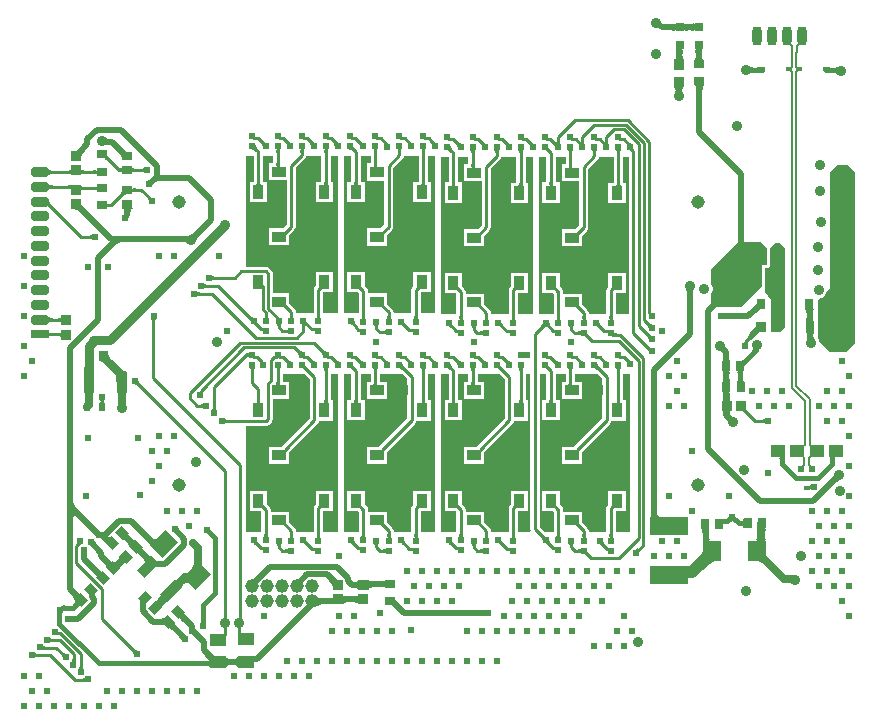
<source format=gtl>
G04*
G04 #@! TF.GenerationSoftware,Altium Limited,Altium Designer,22.4.2 (48)*
G04*
G04 Layer_Physical_Order=1*
G04 Layer_Color=255*
%FSLAX25Y25*%
%MOIN*%
G70*
G04*
G04 #@! TF.SameCoordinates,FFA694D2-1829-43A5-BD7A-47FC6BC8C01B*
G04*
G04*
G04 #@! TF.FilePolarity,Positive*
G04*
G01*
G75*
%ADD12C,0.01000*%
%ADD14R,0.03788X0.03596*%
%ADD15R,0.03543X0.02559*%
%ADD16R,0.03150X0.03150*%
%ADD17R,0.03174X0.03379*%
%ADD18R,0.06120X0.07111*%
%ADD19R,0.12598X0.05906*%
%ADD20R,0.05544X0.03963*%
%ADD21R,0.03379X0.03174*%
%ADD22R,0.03543X0.02953*%
%ADD23R,0.02362X0.03150*%
%ADD24R,0.02953X0.03543*%
%ADD25R,0.03740X0.06693*%
%ADD26R,0.04560X0.04182*%
%ADD27R,0.01929X0.01772*%
%ADD28R,0.01968X0.01575*%
%ADD29R,0.05276X0.07087*%
G04:AMPARAMS|DCode=30|XSize=29.53mil|YSize=35.43mil|CornerRadius=0mil|HoleSize=0mil|Usage=FLASHONLY|Rotation=45.000|XOffset=0mil|YOffset=0mil|HoleType=Round|Shape=Rectangle|*
%AMROTATEDRECTD30*
4,1,4,0.00209,-0.02297,-0.02297,0.00209,-0.00209,0.02297,0.02297,-0.00209,0.00209,-0.02297,0.0*
%
%ADD30ROTATEDRECTD30*%

G04:AMPARAMS|DCode=31|XSize=29.53mil|YSize=35.43mil|CornerRadius=0mil|HoleSize=0mil|Usage=FLASHONLY|Rotation=135.000|XOffset=0mil|YOffset=0mil|HoleType=Round|Shape=Rectangle|*
%AMROTATEDRECTD31*
4,1,4,0.02297,0.00209,-0.00209,-0.02297,-0.02297,-0.00209,0.00209,0.02297,0.02297,0.00209,0.0*
%
%ADD31ROTATEDRECTD31*%

G04:AMPARAMS|DCode=32|XSize=37.4mil|YSize=66.93mil|CornerRadius=0mil|HoleSize=0mil|Usage=FLASHONLY|Rotation=135.000|XOffset=0mil|YOffset=0mil|HoleType=Round|Shape=Rectangle|*
%AMROTATEDRECTD32*
4,1,4,0.03689,0.01044,-0.01044,-0.03689,-0.03689,-0.01044,0.01044,0.03689,0.03689,0.01044,0.0*
%
%ADD32ROTATEDRECTD32*%

G04:AMPARAMS|DCode=33|XSize=61.2mil|YSize=71.11mil|CornerRadius=0mil|HoleSize=0mil|Usage=FLASHONLY|Rotation=135.000|XOffset=0mil|YOffset=0mil|HoleType=Round|Shape=Rectangle|*
%AMROTATEDRECTD33*
4,1,4,0.04678,0.00351,-0.00351,-0.04678,-0.04678,-0.00351,0.00351,0.04678,0.04678,0.00351,0.0*
%
%ADD33ROTATEDRECTD33*%

%ADD34R,0.04724X0.03740*%
%ADD35R,0.03740X0.04724*%
%ADD36R,0.02165X0.02362*%
%ADD48C,0.02000*%
%ADD49C,0.01500*%
%ADD50C,0.00782*%
%ADD51C,0.02500*%
%ADD52C,0.03000*%
%ADD53C,0.04000*%
G04:AMPARAMS|DCode=54|XSize=31.5mil|YSize=62.99mil|CornerRadius=11.81mil|HoleSize=0mil|Usage=FLASHONLY|Rotation=0.000|XOffset=0mil|YOffset=0mil|HoleType=Round|Shape=RoundedRectangle|*
%AMROUNDEDRECTD54*
21,1,0.03150,0.03937,0,0,0.0*
21,1,0.00787,0.06299,0,0,0.0*
1,1,0.02362,0.00394,-0.01968*
1,1,0.02362,-0.00394,-0.01968*
1,1,0.02362,-0.00394,0.01968*
1,1,0.02362,0.00394,0.01968*
%
%ADD54ROUNDEDRECTD54*%
%ADD55C,0.04559*%
%ADD56C,0.04500*%
G04:AMPARAMS|DCode=57|XSize=31.5mil|YSize=62.99mil|CornerRadius=11.81mil|HoleSize=0mil|Usage=FLASHONLY|Rotation=90.000|XOffset=0mil|YOffset=0mil|HoleType=Round|Shape=RoundedRectangle|*
%AMROUNDEDRECTD57*
21,1,0.03150,0.03937,0,0,90.0*
21,1,0.00787,0.06299,0,0,90.0*
1,1,0.02362,0.01968,0.00394*
1,1,0.02362,0.01968,-0.00394*
1,1,0.02362,-0.01968,-0.00394*
1,1,0.02362,-0.01968,0.00394*
%
%ADD57ROUNDEDRECTD57*%
%ADD58R,0.06299X0.03150*%
%ADD59C,0.02400*%
%ADD60C,0.03600*%
G36*
X85137Y103790D02*
X85117Y103897D01*
X85057Y103993D01*
X84957Y104077D01*
X84817Y104150D01*
X84637Y104212D01*
X84417Y104263D01*
X84157Y104302D01*
X83857Y104330D01*
X83570Y104339D01*
X83043Y104302D01*
X82783Y104263D01*
X82563Y104212D01*
X82383Y104150D01*
X82243Y104077D01*
X82143Y103993D01*
X82083Y103897D01*
X82063Y103790D01*
Y106916D01*
X82083Y106809D01*
X82143Y106713D01*
X82243Y106629D01*
X82383Y106555D01*
X82563Y106493D01*
X82783Y106443D01*
X83043Y106403D01*
X83343Y106375D01*
X83630Y106366D01*
X84157Y106403D01*
X84417Y106443D01*
X84637Y106493D01*
X84817Y106555D01*
X84957Y106629D01*
X85057Y106713D01*
X85117Y106809D01*
X85137Y106916D01*
Y103790D01*
D02*
G37*
G36*
X78937D02*
X78917Y103897D01*
X78857Y103993D01*
X78757Y104077D01*
X78617Y104150D01*
X78437Y104212D01*
X78217Y104263D01*
X77957Y104302D01*
X77657Y104330D01*
X76937Y104353D01*
Y106353D01*
X77317Y106358D01*
X77957Y106403D01*
X78217Y106443D01*
X78437Y106493D01*
X78617Y106555D01*
X78757Y106629D01*
X78857Y106713D01*
X78917Y106809D01*
X78937Y106916D01*
Y103790D01*
D02*
G37*
G36*
X81918Y97864D02*
X81788Y97804D01*
X81674Y97704D01*
X81575Y97564D01*
X81491Y97384D01*
X81422Y97164D01*
X81369Y96904D01*
X81331Y96604D01*
X81308Y96264D01*
X81306Y96203D01*
X81307Y96180D01*
X81361Y95540D01*
X81409Y95280D01*
X81471Y95060D01*
X81546Y94880D01*
X81634Y94740D01*
X81736Y94640D01*
X81852Y94580D01*
X81982Y94560D01*
X78300Y94548D01*
X78490Y94569D01*
X78660Y94629D01*
X78810Y94730D01*
X78940Y94871D01*
X79050Y95052D01*
X79140Y95274D01*
X79210Y95535D01*
X79260Y95837D01*
X79290Y96178D01*
X79293Y96304D01*
X79209Y97384D01*
X79169Y97564D01*
X79122Y97704D01*
X79068Y97804D01*
X79006Y97864D01*
X78937Y97884D01*
X82063D01*
X81918Y97864D01*
D02*
G37*
G36*
X88165D02*
X88078Y97804D01*
X88001Y97704D01*
X87935Y97564D01*
X87878Y97384D01*
X87832Y97164D01*
X87796Y96904D01*
X87755Y96264D01*
X87754Y96173D01*
X87760Y95940D01*
X87790Y95599D01*
X87840Y95297D01*
X87910Y95036D01*
X88000Y94815D01*
X88110Y94633D01*
X88240Y94492D01*
X88390Y94391D01*
X88560Y94331D01*
X88750Y94310D01*
X85240Y94322D01*
X85337Y94342D01*
X85424Y94402D01*
X85500Y94502D01*
X85567Y94642D01*
X85623Y94822D01*
X85668Y95042D01*
X85704Y95302D01*
X85745Y95942D01*
X85747Y96083D01*
X85744Y96264D01*
X85695Y96904D01*
X85652Y97164D01*
X85597Y97384D01*
X85529Y97564D01*
X85450Y97704D01*
X85358Y97804D01*
X85254Y97864D01*
X85137Y97884D01*
X88263D01*
X88165Y97864D01*
D02*
G37*
G36*
X132686Y89826D02*
X132605Y89938D01*
X132512Y90038D01*
X132408Y90126D01*
X132293Y90202D01*
X132166Y90267D01*
X132028Y90320D01*
X131878Y90361D01*
X131718Y90391D01*
X131545Y90408D01*
X131362Y90414D01*
X131362Y90416D01*
X130041Y90426D01*
Y92174D01*
X130056Y92124D01*
X130101Y92080D01*
X130176Y92041D01*
X130281Y92008D01*
X130416Y91979D01*
X130581Y91956D01*
X131001Y91925D01*
X131541Y91914D01*
Y91193D01*
X131706Y91914D01*
X131888Y91918D01*
X132229Y91948D01*
X132388Y91975D01*
X132541Y92009D01*
X132686Y92051D01*
X132825Y92100D01*
X132956Y92157D01*
X133079Y92222D01*
X133196Y92294D01*
X132686Y89826D01*
D02*
G37*
G36*
X106959Y90426D02*
X106944Y90431D01*
X106899Y90435D01*
X106719Y90441D01*
X105459Y90450D01*
Y91950D01*
X105744Y91952D01*
X106584Y92006D01*
X106719Y92031D01*
X106824Y92060D01*
X106899Y92093D01*
X106944Y92131D01*
X106959Y92174D01*
Y90426D01*
D02*
G37*
G36*
X103823Y92338D02*
X103940Y92257D01*
X104065Y92185D01*
X104198Y92123D01*
X104339Y92070D01*
X104489Y92027D01*
X104646Y91993D01*
X104812Y91969D01*
X104985Y91955D01*
X105167Y91950D01*
X105259Y90450D01*
X105076Y90445D01*
X104903Y90429D01*
X104740Y90402D01*
X104585Y90364D01*
X104440Y90316D01*
X104304Y90257D01*
X104177Y90187D01*
X104060Y90107D01*
X103952Y90015D01*
X103853Y89913D01*
X103714Y92430D01*
X103823Y92338D01*
D02*
G37*
G36*
X88615Y86058D02*
X88486Y85998D01*
X88372Y85898D01*
X88274Y85758D01*
X88190Y85578D01*
X88121Y85358D01*
X88068Y85098D01*
X88030Y84798D01*
X88008Y84458D01*
X88000Y84078D01*
X86000D01*
X85992Y84458D01*
X85932Y85098D01*
X85878Y85358D01*
X85810Y85578D01*
X85726Y85758D01*
X85628Y85898D01*
X85514Y85998D01*
X85385Y86058D01*
X85240Y86078D01*
X88760D01*
X88615Y86058D01*
D02*
G37*
G36*
X81814Y85420D02*
X81664Y85360D01*
X81532Y85260D01*
X81418Y85120D01*
X81321Y84940D01*
X81241Y84720D01*
X81179Y84460D01*
X81163Y84348D01*
X81165Y84336D01*
X81194Y84214D01*
X81227Y84109D01*
X81266Y84019D01*
X81311Y83944D01*
X81360Y83886D01*
X81114D01*
X81109Y83820D01*
X81100Y83440D01*
X79100D01*
X79091Y83820D01*
X79086Y83886D01*
X78840D01*
X78889Y83944D01*
X78934Y84019D01*
X78973Y84109D01*
X79006Y84214D01*
X79035Y84336D01*
X79037Y84348D01*
X79021Y84460D01*
X78959Y84720D01*
X78879Y84940D01*
X78782Y85120D01*
X78668Y85260D01*
X78536Y85360D01*
X78386Y85420D01*
X78218Y85440D01*
X81982D01*
X81814Y85420D01*
D02*
G37*
G36*
X56503Y67090D02*
X56514Y66974D01*
X56531Y66864D01*
X56554Y66760D01*
X56585Y66662D01*
X56622Y66570D01*
X56667Y66483D01*
X56718Y66402D01*
X56775Y66326D01*
X56840Y66257D01*
X55783D01*
X54854Y65754D01*
X54875Y65842D01*
X54884Y65929D01*
X54882Y66017D01*
X54868Y66105D01*
X54842Y66193D01*
X54805Y66282D01*
X54756Y66371D01*
X54695Y66460D01*
X54623Y66550D01*
X54539Y66639D01*
X55483Y67109D01*
X55497Y67096D01*
X55500Y67211D01*
X56500D01*
X56503Y67090D01*
D02*
G37*
G36*
X48503D02*
X48514Y66974D01*
X48531Y66864D01*
X48554Y66760D01*
X48585Y66662D01*
X48622Y66570D01*
X48667Y66483D01*
X48718Y66402D01*
X48775Y66326D01*
X48840Y66257D01*
X47783D01*
X46854Y65754D01*
X46875Y65842D01*
X46884Y65929D01*
X46882Y66017D01*
X46868Y66105D01*
X46842Y66193D01*
X46805Y66282D01*
X46756Y66371D01*
X46695Y66460D01*
X46623Y66550D01*
X46539Y66639D01*
X47483Y67109D01*
X47497Y67096D01*
X47500Y67211D01*
X48500D01*
X48503Y67090D01*
D02*
G37*
G36*
X40503Y67190D02*
X40514Y67074D01*
X40531Y66964D01*
X40554Y66860D01*
X40585Y66762D01*
X40622Y66670D01*
X40667Y66583D01*
X40718Y66502D01*
X40775Y66426D01*
X40840Y66357D01*
X39645D01*
X38800Y65512D01*
X38797Y65607D01*
X38784Y65701D01*
X38763Y65794D01*
X38733Y65887D01*
X38694Y65979D01*
X38646Y66070D01*
X38589Y66160D01*
X38524Y66250D01*
X38449Y66339D01*
X38366Y66427D01*
X39073Y67134D01*
X39161Y67051D01*
X39250Y66976D01*
X39340Y66911D01*
X39430Y66854D01*
X39442Y66848D01*
X39446Y66860D01*
X39469Y66964D01*
X39486Y67074D01*
X39497Y67190D01*
X39500Y67311D01*
X40500D01*
X40503Y67190D01*
D02*
G37*
G36*
X-9596Y67413D02*
X-9421Y67267D01*
X-9332Y67205D01*
X-9244Y67150D01*
X-9155Y67102D01*
X-9066Y67062D01*
X-8976Y67028D01*
X-8886Y67002D01*
X-8796Y66983D01*
X-10178Y66028D01*
X-10166Y66120D01*
X-10164Y66211D01*
X-10173Y66302D01*
X-10193Y66393D01*
X-10223Y66484D01*
X-10264Y66574D01*
X-10315Y66664D01*
X-10378Y66754D01*
X-10451Y66844D01*
X-10534Y66933D01*
X-9684Y67496D01*
X-9596Y67413D01*
D02*
G37*
G36*
X-49930Y67281D02*
X-49757Y67131D01*
X-49671Y67066D01*
X-49501Y66955D01*
X-49417Y66909D01*
X-49334Y66869D01*
X-49251Y66836D01*
X-49169Y66809D01*
X-50646Y66010D01*
X-50625Y66098D01*
X-50616Y66185D01*
X-50618Y66273D01*
X-50632Y66361D01*
X-50658Y66449D01*
X-50695Y66538D01*
X-50744Y66627D01*
X-50805Y66716D01*
X-50877Y66805D01*
X-50961Y66895D01*
X-50017Y67365D01*
X-49930Y67281D01*
D02*
G37*
G36*
X-1659Y67405D02*
X-1483Y67261D01*
X-1394Y67199D01*
X-1304Y67146D01*
X-1214Y67099D01*
X-1124Y67061D01*
X-1033Y67029D01*
X-942Y67005D01*
X-850Y66988D01*
X-2202Y65990D01*
X-2192Y66083D01*
X-2193Y66176D01*
X-2204Y66267D01*
X-2225Y66359D01*
X-2257Y66450D01*
X-2299Y66541D01*
X-2351Y66631D01*
X-2414Y66721D01*
X-2487Y66810D01*
X-2571Y66899D01*
X-1746Y67489D01*
X-1659Y67405D01*
D02*
G37*
G36*
X-42031Y67320D02*
X-41856Y67173D01*
X-41769Y67110D01*
X-41682Y67053D01*
X-41594Y67003D01*
X-41507Y66960D01*
X-41419Y66924D01*
X-41331Y66895D01*
X-41244Y66872D01*
X-42667Y65980D01*
X-42651Y66070D01*
X-42646Y66160D01*
X-42652Y66250D01*
X-42669Y66340D01*
X-42698Y66430D01*
X-42737Y66519D01*
X-42788Y66609D01*
X-42849Y66699D01*
X-42922Y66788D01*
X-43006Y66878D01*
X-42118Y67404D01*
X-42031Y67320D01*
D02*
G37*
G36*
X-17430Y67245D02*
X-17257Y67096D01*
X-17171Y67031D01*
X-17001Y66919D01*
X-16917Y66873D01*
X-16834Y66834D01*
X-16751Y66801D01*
X-16669Y66774D01*
X-18146Y65975D01*
X-18125Y66062D01*
X-18116Y66150D01*
X-18118Y66237D01*
X-18132Y66325D01*
X-18158Y66414D01*
X-18195Y66502D01*
X-18244Y66591D01*
X-18305Y66681D01*
X-18377Y66770D01*
X-18461Y66860D01*
X-17517Y67330D01*
X-17430Y67245D01*
D02*
G37*
G36*
X-34079Y67317D02*
X-33904Y67171D01*
X-33816Y67108D01*
X-33728Y67052D01*
X-33640Y67003D01*
X-33551Y66961D01*
X-33463Y66926D01*
X-33374Y66899D01*
X-33285Y66878D01*
X-34688Y65954D01*
X-34674Y66045D01*
X-34670Y66136D01*
X-34678Y66226D01*
X-34696Y66317D01*
X-34725Y66407D01*
X-34766Y66497D01*
X-34817Y66587D01*
X-34879Y66677D01*
X-34951Y66766D01*
X-35035Y66855D01*
X-34166Y67401D01*
X-34079Y67317D01*
D02*
G37*
G36*
X-110666Y68361D02*
X-110596Y68305D01*
X-110510Y68255D01*
X-110408Y68212D01*
X-110290Y68176D01*
X-110156Y68147D01*
X-110006Y68124D01*
X-109840Y68107D01*
X-109459Y68094D01*
X-109881Y66094D01*
X-110083Y66092D01*
X-110842Y66038D01*
X-110944Y66018D01*
X-111029Y65995D01*
X-111096Y65969D01*
X-111148Y65940D01*
X-110719Y68423D01*
X-110666Y68361D01*
D02*
G37*
G36*
X-58339Y67307D02*
X-58250Y67232D01*
X-58160Y67167D01*
X-58070Y67110D01*
X-57979Y67062D01*
X-57887Y67023D01*
X-57794Y66993D01*
X-57701Y66972D01*
X-57607Y66959D01*
X-57512Y66956D01*
X-58700Y65768D01*
X-58703Y65863D01*
X-58716Y65957D01*
X-58737Y66050D01*
X-58767Y66143D01*
X-58806Y66235D01*
X-58854Y66326D01*
X-58911Y66416D01*
X-58976Y66506D01*
X-59051Y66595D01*
X-59134Y66683D01*
X-58427Y67390D01*
X-58339Y67307D01*
D02*
G37*
G36*
X63570Y67025D02*
X63743Y66875D01*
X63829Y66810D01*
X63999Y66699D01*
X64083Y66653D01*
X64166Y66613D01*
X64249Y66580D01*
X64332Y66553D01*
X62854Y65754D01*
X62875Y65842D01*
X62884Y65929D01*
X62882Y66017D01*
X62868Y66105D01*
X62842Y66193D01*
X62805Y66282D01*
X62756Y66371D01*
X62695Y66460D01*
X62623Y66550D01*
X62539Y66639D01*
X63483Y67109D01*
X63570Y67025D01*
D02*
G37*
G36*
X31070D02*
X31243Y66875D01*
X31329Y66810D01*
X31499Y66699D01*
X31583Y66653D01*
X31666Y66613D01*
X31749Y66580D01*
X31831Y66553D01*
X30354Y65754D01*
X30375Y65842D01*
X30384Y65929D01*
X30382Y66017D01*
X30368Y66105D01*
X30342Y66193D01*
X30305Y66282D01*
X30256Y66371D01*
X30195Y66460D01*
X30123Y66550D01*
X30039Y66639D01*
X30983Y67109D01*
X31070Y67025D01*
D02*
G37*
G36*
X23070D02*
X23243Y66875D01*
X23329Y66810D01*
X23499Y66699D01*
X23583Y66653D01*
X23666Y66613D01*
X23749Y66580D01*
X23832Y66553D01*
X22354Y65754D01*
X22375Y65842D01*
X22384Y65929D01*
X22382Y66017D01*
X22368Y66105D01*
X22342Y66193D01*
X22305Y66282D01*
X22256Y66371D01*
X22195Y66460D01*
X22123Y66550D01*
X22039Y66639D01*
X22983Y67109D01*
X23070Y67025D01*
D02*
G37*
G36*
X15070D02*
X15243Y66875D01*
X15329Y66810D01*
X15499Y66699D01*
X15583Y66653D01*
X15666Y66613D01*
X15749Y66580D01*
X15832Y66553D01*
X14354Y65754D01*
X14375Y65842D01*
X14384Y65929D01*
X14382Y66017D01*
X14368Y66105D01*
X14342Y66193D01*
X14305Y66282D01*
X14256Y66371D01*
X14195Y66460D01*
X14123Y66550D01*
X14039Y66639D01*
X14983Y67109D01*
X15070Y67025D01*
D02*
G37*
G36*
X-25839Y67271D02*
X-25750Y67197D01*
X-25660Y67131D01*
X-25570Y67074D01*
X-25479Y67027D01*
X-25387Y66988D01*
X-25294Y66957D01*
X-25201Y66936D01*
X-25107Y66924D01*
X-25012Y66920D01*
X-26200Y65733D01*
X-26203Y65827D01*
X-26216Y65921D01*
X-26237Y66015D01*
X-26267Y66107D01*
X-26306Y66199D01*
X-26354Y66290D01*
X-26411Y66381D01*
X-26476Y66470D01*
X-26551Y66559D01*
X-26634Y66647D01*
X-25927Y67355D01*
X-25839Y67271D01*
D02*
G37*
G36*
X6661Y67051D02*
X6750Y66976D01*
X6840Y66911D01*
X6930Y66854D01*
X7021Y66806D01*
X7113Y66767D01*
X7206Y66737D01*
X7299Y66716D01*
X7393Y66703D01*
X7488Y66700D01*
X6300Y65512D01*
X6297Y65607D01*
X6284Y65701D01*
X6263Y65794D01*
X6233Y65887D01*
X6194Y65979D01*
X6146Y66070D01*
X6089Y66160D01*
X6024Y66250D01*
X5949Y66339D01*
X5866Y66427D01*
X6573Y67134D01*
X6661Y67051D01*
D02*
G37*
G36*
X-117808Y64075D02*
X-118206Y63664D01*
X-118830Y62927D01*
X-119058Y62601D01*
X-119229Y62304D01*
X-119343Y62035D01*
X-119401Y61795D01*
X-119402Y61584D01*
X-119346Y61401D01*
X-119235Y61246D01*
X-122051Y64063D01*
X-121897Y63951D01*
X-121713Y63895D01*
X-121502Y63897D01*
X-121262Y63954D01*
X-120993Y64069D01*
X-120696Y64240D01*
X-120371Y64467D01*
X-120017Y64751D01*
X-119223Y65489D01*
X-117808Y64075D01*
D02*
G37*
G36*
X-60992Y66018D02*
X-61016Y65924D01*
X-61012Y65816D01*
X-60981Y65695D01*
X-60923Y65560D01*
X-60838Y65412D01*
X-60725Y65250D01*
X-60584Y65075D01*
X-60222Y64685D01*
X-60831Y63880D01*
X-61041Y64083D01*
X-61416Y64403D01*
X-61581Y64518D01*
X-61730Y64605D01*
X-61864Y64662D01*
X-61982Y64690D01*
X-62085Y64689D01*
X-62173Y64659D01*
X-62245Y64599D01*
X-60941Y66099D01*
X-60992Y66018D01*
D02*
G37*
G36*
X-28492Y65983D02*
X-28516Y65888D01*
X-28512Y65781D01*
X-28481Y65659D01*
X-28423Y65525D01*
X-28338Y65376D01*
X-28225Y65215D01*
X-28084Y65040D01*
X-27722Y64650D01*
X-28331Y63844D01*
X-28541Y64048D01*
X-28916Y64367D01*
X-29081Y64483D01*
X-29230Y64570D01*
X-29364Y64627D01*
X-29482Y64655D01*
X-29585Y64654D01*
X-29673Y64623D01*
X-29745Y64563D01*
X-28441Y66064D01*
X-28492Y65983D01*
D02*
G37*
G36*
X36508Y65763D02*
X36484Y65668D01*
X36488Y65560D01*
X36519Y65439D01*
X36577Y65304D01*
X36662Y65156D01*
X36775Y64994D01*
X36915Y64819D01*
X37278Y64429D01*
X36669Y63624D01*
X36459Y63827D01*
X36084Y64147D01*
X35919Y64263D01*
X35770Y64349D01*
X35636Y64406D01*
X35518Y64434D01*
X35415Y64433D01*
X35327Y64403D01*
X35255Y64343D01*
X36559Y65843D01*
X36508Y65763D01*
D02*
G37*
G36*
X4008D02*
X3984Y65668D01*
X3988Y65560D01*
X4019Y65439D01*
X4077Y65304D01*
X4162Y65156D01*
X4275Y64994D01*
X4416Y64819D01*
X4778Y64429D01*
X4169Y63624D01*
X3959Y63827D01*
X3584Y64147D01*
X3419Y64263D01*
X3270Y64349D01*
X3136Y64406D01*
X3018Y64434D01*
X2915Y64433D01*
X2827Y64403D01*
X2755Y64343D01*
X4059Y65843D01*
X4008Y65763D01*
D02*
G37*
G36*
X-36595Y64589D02*
X-36680Y64558D01*
X-36755Y64508D01*
X-36820Y64437D01*
X-36875Y64346D01*
X-36920Y64235D01*
X-36955Y64103D01*
X-36980Y63951D01*
X-36995Y63779D01*
X-37000Y63587D01*
X-38000D01*
X-38005Y63779D01*
X-38020Y63951D01*
X-38045Y64103D01*
X-38080Y64235D01*
X-38125Y64346D01*
X-38180Y64437D01*
X-38245Y64508D01*
X-38320Y64558D01*
X-38405Y64589D01*
X-38500Y64599D01*
X-36500D01*
X-36595Y64589D01*
D02*
G37*
G36*
X-44595D02*
X-44680Y64558D01*
X-44755Y64508D01*
X-44820Y64437D01*
X-44875Y64346D01*
X-44920Y64235D01*
X-44955Y64103D01*
X-44980Y63951D01*
X-44995Y63779D01*
X-45000Y63587D01*
X-46000D01*
X-46005Y63779D01*
X-46020Y63951D01*
X-46045Y64103D01*
X-46080Y64235D01*
X-46125Y64346D01*
X-46180Y64437D01*
X-46245Y64508D01*
X-46320Y64558D01*
X-46405Y64589D01*
X-46500Y64599D01*
X-44500D01*
X-44595Y64589D01*
D02*
G37*
G36*
X-52595D02*
X-52680Y64558D01*
X-52755Y64508D01*
X-52820Y64437D01*
X-52875Y64346D01*
X-52920Y64235D01*
X-52955Y64103D01*
X-52980Y63951D01*
X-52995Y63779D01*
X-53000Y63587D01*
X-54000D01*
X-54005Y63779D01*
X-54020Y63951D01*
X-54045Y64103D01*
X-54080Y64235D01*
X-54125Y64346D01*
X-54180Y64437D01*
X-54245Y64508D01*
X-54320Y64558D01*
X-54405Y64589D01*
X-54500Y64599D01*
X-52500D01*
X-52595Y64589D01*
D02*
G37*
G36*
X-4095Y64553D02*
X-4180Y64523D01*
X-4255Y64472D01*
X-4320Y64401D01*
X-4375Y64310D01*
X-4420Y64199D01*
X-4455Y64068D01*
X-4480Y63916D01*
X-4495Y63744D01*
X-4500Y63551D01*
X-5500D01*
X-5505Y63744D01*
X-5520Y63916D01*
X-5545Y64068D01*
X-5580Y64199D01*
X-5625Y64310D01*
X-5680Y64401D01*
X-5745Y64472D01*
X-5820Y64523D01*
X-5905Y64553D01*
X-6000Y64563D01*
X-4000D01*
X-4095Y64553D01*
D02*
G37*
G36*
X-12095D02*
X-12180Y64523D01*
X-12255Y64472D01*
X-12320Y64401D01*
X-12375Y64310D01*
X-12420Y64199D01*
X-12455Y64068D01*
X-12480Y63916D01*
X-12495Y63744D01*
X-12500Y63551D01*
X-13500D01*
X-13505Y63744D01*
X-13520Y63916D01*
X-13545Y64068D01*
X-13580Y64199D01*
X-13625Y64310D01*
X-13680Y64401D01*
X-13745Y64472D01*
X-13820Y64523D01*
X-13905Y64553D01*
X-14000Y64563D01*
X-12000D01*
X-12095Y64553D01*
D02*
G37*
G36*
X-20095D02*
X-20180Y64523D01*
X-20255Y64472D01*
X-20320Y64401D01*
X-20375Y64310D01*
X-20420Y64199D01*
X-20455Y64068D01*
X-20480Y63916D01*
X-20495Y63744D01*
X-20500Y63551D01*
X-21500D01*
X-21505Y63744D01*
X-21520Y63916D01*
X-21545Y64068D01*
X-21580Y64199D01*
X-21625Y64310D01*
X-21680Y64401D01*
X-21745Y64472D01*
X-21820Y64523D01*
X-21905Y64553D01*
X-22000Y64563D01*
X-20000D01*
X-20095Y64553D01*
D02*
G37*
G36*
X60905Y64333D02*
X60820Y64302D01*
X60745Y64252D01*
X60680Y64181D01*
X60625Y64090D01*
X60580Y63979D01*
X60545Y63847D01*
X60520Y63695D01*
X60505Y63523D01*
X60500Y63331D01*
X59500D01*
X59495Y63523D01*
X59480Y63695D01*
X59455Y63847D01*
X59420Y63979D01*
X59375Y64090D01*
X59320Y64181D01*
X59255Y64252D01*
X59180Y64302D01*
X59095Y64333D01*
X59000Y64343D01*
X61000D01*
X60905Y64333D01*
D02*
G37*
G36*
X52905D02*
X52820Y64302D01*
X52745Y64252D01*
X52680Y64181D01*
X52625Y64090D01*
X52580Y63979D01*
X52545Y63847D01*
X52520Y63695D01*
X52505Y63523D01*
X52500Y63331D01*
X51500D01*
X51495Y63523D01*
X51480Y63695D01*
X51455Y63847D01*
X51420Y63979D01*
X51375Y64090D01*
X51320Y64181D01*
X51255Y64252D01*
X51180Y64302D01*
X51095Y64333D01*
X51000Y64343D01*
X53000D01*
X52905Y64333D01*
D02*
G37*
G36*
X44905D02*
X44820Y64302D01*
X44745Y64252D01*
X44680Y64181D01*
X44625Y64090D01*
X44580Y63979D01*
X44545Y63847D01*
X44520Y63695D01*
X44505Y63523D01*
X44500Y63331D01*
X43500D01*
X43495Y63523D01*
X43480Y63695D01*
X43455Y63847D01*
X43420Y63979D01*
X43375Y64090D01*
X43320Y64181D01*
X43255Y64252D01*
X43180Y64302D01*
X43095Y64333D01*
X43000Y64343D01*
X45000D01*
X44905Y64333D01*
D02*
G37*
G36*
X28405D02*
X28320Y64302D01*
X28245Y64252D01*
X28180Y64181D01*
X28125Y64090D01*
X28080Y63979D01*
X28045Y63847D01*
X28020Y63695D01*
X28005Y63523D01*
X28000Y63331D01*
X27000D01*
X26995Y63523D01*
X26980Y63695D01*
X26955Y63847D01*
X26920Y63979D01*
X26875Y64090D01*
X26820Y64181D01*
X26755Y64252D01*
X26680Y64302D01*
X26595Y64333D01*
X26500Y64343D01*
X28500D01*
X28405Y64333D01*
D02*
G37*
G36*
X20405D02*
X20320Y64302D01*
X20245Y64252D01*
X20180Y64181D01*
X20125Y64090D01*
X20080Y63979D01*
X20045Y63847D01*
X20020Y63695D01*
X20005Y63523D01*
X20000Y63331D01*
X19000D01*
X18995Y63523D01*
X18980Y63695D01*
X18955Y63847D01*
X18920Y63979D01*
X18875Y64090D01*
X18820Y64181D01*
X18755Y64252D01*
X18680Y64302D01*
X18595Y64333D01*
X18500Y64343D01*
X20500D01*
X20405Y64333D01*
D02*
G37*
G36*
X12405D02*
X12320Y64302D01*
X12245Y64252D01*
X12180Y64181D01*
X12125Y64090D01*
X12080Y63979D01*
X12045Y63847D01*
X12020Y63695D01*
X12005Y63523D01*
X12000Y63331D01*
X11000D01*
X10995Y63523D01*
X10980Y63695D01*
X10955Y63847D01*
X10920Y63979D01*
X10875Y64090D01*
X10820Y64181D01*
X10755Y64252D01*
X10680Y64302D01*
X10595Y64333D01*
X10500Y64343D01*
X12500D01*
X12405Y64333D01*
D02*
G37*
G36*
X-105148Y64977D02*
X-104412Y64353D01*
X-104086Y64125D01*
X-103789Y63954D01*
X-103520Y63840D01*
X-103280Y63782D01*
X-103069Y63781D01*
X-102886Y63836D01*
X-102731Y63948D01*
X-105548Y61132D01*
X-105436Y61286D01*
X-105380Y61469D01*
X-105382Y61681D01*
X-105439Y61921D01*
X-105554Y62189D01*
X-105725Y62486D01*
X-105952Y62812D01*
X-106236Y63166D01*
X-106974Y63960D01*
X-105560Y65374D01*
X-105148Y64977D01*
D02*
G37*
G36*
X-110608Y63058D02*
X-110635Y62967D01*
X-110634Y62861D01*
X-110604Y62741D01*
X-110546Y62607D01*
X-110460Y62459D01*
X-110346Y62296D01*
X-110203Y62118D01*
X-109833Y61720D01*
X-110540Y61013D01*
X-110747Y61212D01*
X-111116Y61526D01*
X-111279Y61640D01*
X-111427Y61726D01*
X-111562Y61784D01*
X-111681Y61814D01*
X-111787Y61815D01*
X-111878Y61788D01*
X-111955Y61732D01*
X-110552Y63135D01*
X-110608Y63058D01*
D02*
G37*
G36*
X-52995Y59839D02*
X-52980Y59667D01*
X-52955Y59515D01*
X-52920Y59384D01*
X-52875Y59272D01*
X-52820Y59181D01*
X-52755Y59110D01*
X-52680Y59060D01*
X-52595Y59029D01*
X-52500Y59019D01*
X-54500D01*
X-54405Y59029D01*
X-54320Y59060D01*
X-54245Y59110D01*
X-54180Y59181D01*
X-54125Y59272D01*
X-54080Y59384D01*
X-54045Y59515D01*
X-54020Y59667D01*
X-54005Y59839D01*
X-54000Y60031D01*
X-53000D01*
X-52995Y59839D01*
D02*
G37*
G36*
X-20495Y59804D02*
X-20480Y59632D01*
X-20455Y59480D01*
X-20420Y59348D01*
X-20375Y59237D01*
X-20320Y59146D01*
X-20255Y59075D01*
X-20180Y59024D01*
X-20095Y58994D01*
X-20000Y58984D01*
X-22000D01*
X-21905Y58994D01*
X-21820Y59024D01*
X-21745Y59075D01*
X-21680Y59146D01*
X-21625Y59237D01*
X-21580Y59348D01*
X-21545Y59480D01*
X-21520Y59632D01*
X-21505Y59804D01*
X-21500Y59996D01*
X-20500D01*
X-20495Y59804D01*
D02*
G37*
G36*
X44505Y59583D02*
X44520Y59411D01*
X44545Y59259D01*
X44580Y59128D01*
X44625Y59016D01*
X44680Y58925D01*
X44745Y58855D01*
X44820Y58804D01*
X44905Y58773D01*
X45000Y58763D01*
X43000D01*
X43095Y58773D01*
X43180Y58804D01*
X43255Y58855D01*
X43320Y58925D01*
X43375Y59016D01*
X43420Y59128D01*
X43455Y59259D01*
X43480Y59411D01*
X43495Y59583D01*
X43500Y59775D01*
X44500D01*
X44505Y59583D01*
D02*
G37*
G36*
X12005D02*
X12020Y59411D01*
X12045Y59259D01*
X12080Y59128D01*
X12125Y59016D01*
X12180Y58925D01*
X12245Y58855D01*
X12320Y58804D01*
X12405Y58773D01*
X12500Y58763D01*
X10500D01*
X10595Y58773D01*
X10680Y58804D01*
X10755Y58855D01*
X10820Y58925D01*
X10875Y59016D01*
X10920Y59128D01*
X10955Y59259D01*
X10980Y59411D01*
X10995Y59583D01*
X11000Y59775D01*
X12000D01*
X12005Y59583D01*
D02*
G37*
G36*
X-97847Y56950D02*
X-97917Y57014D01*
X-97993Y57071D01*
X-98075Y57121D01*
X-98162Y57165D01*
X-98255Y57202D01*
X-98353Y57232D01*
X-98458Y57255D01*
X-98567Y57272D01*
X-98683Y57282D01*
X-98804Y57286D01*
X-98817Y58286D01*
X-98696Y58289D01*
X-98581Y58299D01*
X-98471Y58317D01*
X-98367Y58341D01*
X-98269Y58372D01*
X-98177Y58410D01*
X-98091Y58454D01*
X-98010Y58506D01*
X-97936Y58564D01*
X-97867Y58630D01*
X-97847Y56950D01*
D02*
G37*
G36*
X-102030Y58691D02*
X-102000Y58606D01*
X-101950Y58531D01*
X-101880Y58466D01*
X-101790Y58411D01*
X-101680Y58366D01*
X-101550Y58331D01*
X-101400Y58306D01*
X-101230Y58291D01*
X-101040Y58286D01*
Y57286D01*
X-101230Y57281D01*
X-101400Y57266D01*
X-101550Y57241D01*
X-101680Y57206D01*
X-101790Y57161D01*
X-101880Y57106D01*
X-101950Y57041D01*
X-102000Y56966D01*
X-102030Y56881D01*
X-102040Y56786D01*
Y58786D01*
X-102030Y58691D01*
D02*
G37*
G36*
X-105548Y56771D02*
X-105558Y56866D01*
X-105588Y56951D01*
X-105639Y57026D01*
X-105710Y57091D01*
X-105801Y57146D01*
X-105912Y57191D01*
X-106044Y57226D01*
X-106195Y57251D01*
X-106367Y57266D01*
X-106560Y57271D01*
Y58271D01*
X-106367Y58276D01*
X-106195Y58291D01*
X-106044Y58316D01*
X-105912Y58351D01*
X-105801Y58396D01*
X-105710Y58451D01*
X-105639Y58516D01*
X-105588Y58591D01*
X-105558Y58676D01*
X-105548Y58771D01*
Y56771D01*
D02*
G37*
G36*
X-114060Y56279D02*
X-114070Y56374D01*
X-114100Y56459D01*
X-114150Y56534D01*
X-114220Y56599D01*
X-114310Y56654D01*
X-114420Y56699D01*
X-114550Y56734D01*
X-114700Y56759D01*
X-114870Y56774D01*
X-115060Y56779D01*
Y57779D01*
X-114870Y57784D01*
X-114700Y57799D01*
X-114550Y57824D01*
X-114420Y57859D01*
X-114310Y57904D01*
X-114220Y57959D01*
X-114150Y58024D01*
X-114100Y58099D01*
X-114070Y58184D01*
X-114060Y58279D01*
Y56279D01*
D02*
G37*
G36*
X-119225Y58184D02*
X-119194Y58099D01*
X-119143Y58024D01*
X-119073Y57959D01*
X-118982Y57904D01*
X-118870Y57859D01*
X-118739Y57824D01*
X-118587Y57799D01*
X-118415Y57784D01*
X-118223Y57779D01*
Y56779D01*
X-118415Y56774D01*
X-118587Y56759D01*
X-118739Y56734D01*
X-118870Y56699D01*
X-118982Y56654D01*
X-119073Y56599D01*
X-119143Y56534D01*
X-119194Y56459D01*
X-119225Y56374D01*
X-119235Y56279D01*
Y58279D01*
X-119225Y58184D01*
D02*
G37*
G36*
X-122577Y56192D02*
X-122587Y56271D01*
X-122617Y56341D01*
X-122667Y56403D01*
X-122737Y56457D01*
X-122827Y56503D01*
X-122937Y56540D01*
X-123067Y56569D01*
X-123217Y56590D01*
X-123387Y56602D01*
X-123577Y56606D01*
Y57606D01*
X-123387Y57611D01*
X-123217Y57626D01*
X-123067Y57651D01*
X-122937Y57686D01*
X-122827Y57731D01*
X-122737Y57786D01*
X-122667Y57851D01*
X-122617Y57926D01*
X-122587Y58011D01*
X-122577Y58106D01*
Y56192D01*
D02*
G37*
G36*
X-129721Y58005D02*
X-129686Y57922D01*
X-129628Y57848D01*
X-129546Y57784D01*
X-129441Y57730D01*
X-129313Y57685D01*
X-129161Y57651D01*
X-128986Y57626D01*
X-128788Y57611D01*
X-128566Y57606D01*
Y56606D01*
X-128788Y56601D01*
X-129161Y56562D01*
X-129313Y56528D01*
X-129441Y56483D01*
X-129546Y56429D01*
X-129628Y56365D01*
X-129686Y56291D01*
X-129721Y56207D01*
X-129733Y56114D01*
Y58099D01*
X-129721Y58005D01*
D02*
G37*
G36*
X-59495Y53696D02*
X-59480Y53526D01*
X-59455Y53376D01*
X-59420Y53246D01*
X-59375Y53136D01*
X-59320Y53046D01*
X-59255Y52976D01*
X-59180Y52926D01*
X-59095Y52896D01*
X-59000Y52886D01*
X-61000D01*
X-60905Y52896D01*
X-60820Y52926D01*
X-60745Y52976D01*
X-60680Y53046D01*
X-60625Y53136D01*
X-60580Y53246D01*
X-60545Y53376D01*
X-60520Y53526D01*
X-60505Y53696D01*
X-60500Y53886D01*
X-59500D01*
X-59495Y53696D01*
D02*
G37*
G36*
X-26995Y53660D02*
X-26980Y53490D01*
X-26955Y53340D01*
X-26920Y53210D01*
X-26875Y53100D01*
X-26820Y53010D01*
X-26755Y52940D01*
X-26680Y52890D01*
X-26595Y52860D01*
X-26500Y52850D01*
X-28500D01*
X-28405Y52860D01*
X-28320Y52890D01*
X-28245Y52940D01*
X-28180Y53010D01*
X-28125Y53100D01*
X-28080Y53210D01*
X-28045Y53340D01*
X-28020Y53490D01*
X-28005Y53660D01*
X-28000Y53850D01*
X-27000D01*
X-26995Y53660D01*
D02*
G37*
G36*
X-36995D02*
X-36980Y53490D01*
X-36955Y53340D01*
X-36920Y53210D01*
X-36875Y53100D01*
X-36820Y53010D01*
X-36755Y52940D01*
X-36680Y52890D01*
X-36595Y52860D01*
X-36500Y52850D01*
X-38500D01*
X-38405Y52860D01*
X-38320Y52890D01*
X-38245Y52940D01*
X-38180Y53010D01*
X-38125Y53100D01*
X-38080Y53210D01*
X-38045Y53340D01*
X-38020Y53490D01*
X-38005Y53660D01*
X-38000Y53850D01*
X-37000D01*
X-36995Y53660D01*
D02*
G37*
G36*
X-4495Y53625D02*
X-4480Y53455D01*
X-4455Y53305D01*
X-4420Y53175D01*
X-4375Y53065D01*
X-4320Y52975D01*
X-4255Y52905D01*
X-4180Y52855D01*
X-4095Y52825D01*
X-4000Y52815D01*
X-6000D01*
X-5905Y52825D01*
X-5820Y52855D01*
X-5745Y52905D01*
X-5680Y52975D01*
X-5625Y53065D01*
X-5580Y53175D01*
X-5545Y53305D01*
X-5520Y53455D01*
X-5505Y53625D01*
X-5500Y53815D01*
X-4500D01*
X-4495Y53625D01*
D02*
G37*
G36*
X38005Y53440D02*
X38020Y53270D01*
X38045Y53120D01*
X38080Y52990D01*
X38125Y52880D01*
X38180Y52790D01*
X38245Y52720D01*
X38320Y52670D01*
X38405Y52640D01*
X38500Y52630D01*
X36500D01*
X36595Y52640D01*
X36680Y52670D01*
X36755Y52720D01*
X36820Y52790D01*
X36875Y52880D01*
X36920Y52990D01*
X36955Y53120D01*
X36980Y53270D01*
X36995Y53440D01*
X37000Y53630D01*
X38000D01*
X38005Y53440D01*
D02*
G37*
G36*
X5505D02*
X5520Y53270D01*
X5545Y53120D01*
X5580Y52990D01*
X5625Y52880D01*
X5680Y52790D01*
X5745Y52720D01*
X5820Y52670D01*
X5905Y52640D01*
X6000Y52630D01*
X4000D01*
X4095Y52640D01*
X4180Y52670D01*
X4255Y52720D01*
X4320Y52790D01*
X4375Y52880D01*
X4420Y52990D01*
X4455Y53120D01*
X4480Y53270D01*
X4495Y53440D01*
X4500Y53630D01*
X5500D01*
X5505Y53440D01*
D02*
G37*
G36*
X60505Y53404D02*
X60520Y53234D01*
X60545Y53084D01*
X60580Y52954D01*
X60625Y52844D01*
X60680Y52754D01*
X60745Y52684D01*
X60820Y52634D01*
X60905Y52604D01*
X61000Y52594D01*
X59000D01*
X59095Y52604D01*
X59180Y52634D01*
X59255Y52684D01*
X59320Y52754D01*
X59375Y52844D01*
X59420Y52954D01*
X59455Y53084D01*
X59480Y53234D01*
X59495Y53404D01*
X59500Y53594D01*
X60500D01*
X60505Y53404D01*
D02*
G37*
G36*
X28005D02*
X28020Y53234D01*
X28045Y53084D01*
X28080Y52954D01*
X28125Y52844D01*
X28180Y52754D01*
X28245Y52684D01*
X28320Y52634D01*
X28405Y52604D01*
X28500Y52594D01*
X26500D01*
X26595Y52604D01*
X26680Y52634D01*
X26755Y52684D01*
X26820Y52754D01*
X26875Y52844D01*
X26920Y52954D01*
X26955Y53084D01*
X26980Y53234D01*
X26995Y53404D01*
X27000Y53594D01*
X28000D01*
X28005Y53404D01*
D02*
G37*
G36*
X-129721Y53084D02*
X-129686Y53000D01*
X-129628Y52926D01*
X-129546Y52862D01*
X-129441Y52808D01*
X-129313Y52764D01*
X-129161Y52729D01*
X-128986Y52705D01*
X-128788Y52690D01*
X-128566Y52685D01*
Y51685D01*
X-128788Y51680D01*
X-129161Y51641D01*
X-129313Y51606D01*
X-129441Y51562D01*
X-129546Y51508D01*
X-129628Y51444D01*
X-129686Y51370D01*
X-129721Y51286D01*
X-129733Y51192D01*
Y53178D01*
X-129721Y53084D01*
D02*
G37*
G36*
X-122577Y52675D02*
X-122565Y51185D01*
X-122576Y51280D01*
X-122607Y51365D01*
X-122658Y51440D01*
X-122729Y51505D01*
X-122820Y51560D01*
X-122932Y51605D01*
X-123063Y51640D01*
X-123214Y51665D01*
X-123386Y51680D01*
X-123577Y51685D01*
Y52685D01*
X-122577Y52675D01*
D02*
G37*
G36*
X-114048Y50688D02*
X-114058Y50783D01*
X-114088Y50868D01*
X-114139Y50943D01*
X-114210Y51008D01*
X-114301Y51063D01*
X-114412Y51108D01*
X-114543Y51143D01*
X-114695Y51168D01*
X-114867Y51183D01*
X-115060Y51188D01*
Y52188D01*
X-114867Y52193D01*
X-114695Y52208D01*
X-114543Y52233D01*
X-114412Y52268D01*
X-114301Y52313D01*
X-114210Y52368D01*
X-114139Y52433D01*
X-114088Y52508D01*
X-114058Y52593D01*
X-114048Y52688D01*
Y50688D01*
D02*
G37*
G36*
X-119213Y52582D02*
X-119183Y52500D01*
X-119133Y52426D01*
X-119063Y52363D01*
X-118973Y52310D01*
X-118863Y52266D01*
X-118733Y52232D01*
X-118583Y52207D01*
X-118413Y52193D01*
X-118223Y52188D01*
Y51188D01*
X-118413Y51183D01*
X-118583Y51168D01*
X-118733Y51143D01*
X-118863Y51108D01*
X-118973Y51063D01*
X-119063Y51008D01*
X-119133Y50943D01*
X-119183Y50868D01*
X-119213Y50783D01*
X-119223Y50688D01*
Y52675D01*
X-119213Y52582D01*
D02*
G37*
G36*
X-101942Y52067D02*
X-101912Y51982D01*
X-101861Y51907D01*
X-101790Y51842D01*
X-101699Y51787D01*
X-101588Y51742D01*
X-101456Y51707D01*
X-101305Y51682D01*
X-101133Y51667D01*
X-100940Y51662D01*
Y50662D01*
X-101133Y50657D01*
X-101305Y50642D01*
X-101456Y50617D01*
X-101588Y50582D01*
X-101699Y50537D01*
X-101790Y50482D01*
X-101861Y50417D01*
X-101912Y50342D01*
X-101942Y50257D01*
X-101952Y50162D01*
Y52162D01*
X-101942Y52067D01*
D02*
G37*
G36*
X-104112Y49698D02*
X-104187Y49757D01*
X-104277Y49788D01*
X-104381Y49790D01*
X-104500Y49762D01*
X-104634Y49706D01*
X-104783Y49621D01*
X-104947Y49507D01*
X-105125Y49364D01*
X-105526Y48991D01*
X-106167Y49765D01*
X-105972Y49967D01*
X-105665Y50330D01*
X-105552Y50492D01*
X-105468Y50640D01*
X-105411Y50775D01*
X-105382Y50896D01*
X-105380Y51004D01*
X-105406Y51098D01*
X-105460Y51179D01*
X-104112Y49698D01*
D02*
G37*
G36*
X-96327Y49186D02*
X-96239Y49111D01*
X-96150Y49044D01*
X-96060Y48984D01*
X-95969Y48933D01*
X-95878Y48890D01*
X-95787Y48854D01*
X-95694Y48827D01*
X-95601Y48808D01*
X-95508Y48796D01*
X-96794Y47716D01*
X-96790Y47811D01*
X-96795Y47904D01*
X-96811Y47997D01*
X-96836Y48090D01*
X-96870Y48181D01*
X-96915Y48272D01*
X-96969Y48363D01*
X-97033Y48453D01*
X-97106Y48542D01*
X-97190Y48631D01*
X-96415Y49270D01*
X-96327Y49186D01*
D02*
G37*
G36*
X-33500Y10000D02*
X-38471D01*
Y17067D01*
X-35130D01*
Y23791D01*
X-40870D01*
Y19230D01*
X-41081Y19018D01*
X-41413Y18522D01*
X-41529Y17937D01*
Y10000D01*
X-47471D01*
Y10386D01*
X-47587Y10971D01*
X-47919Y11467D01*
X-49673Y13222D01*
Y16799D01*
X-55168D01*
Y23198D01*
X-55265Y23686D01*
X-55285Y23783D01*
X-55616Y24279D01*
X-56510Y25173D01*
X-57006Y25504D01*
X-57591Y25621D01*
X-64000D01*
Y62500D01*
X-61529D01*
Y53898D01*
X-62870D01*
Y47173D01*
X-57130D01*
Y53898D01*
X-58471D01*
Y62500D01*
X-55029D01*
Y60043D01*
X-56433D01*
Y54303D01*
X-50629D01*
Y39577D01*
X-51836Y38370D01*
X-56398D01*
Y32630D01*
X-49673D01*
Y36207D01*
X-48019Y37862D01*
X-47687Y38358D01*
X-47571Y38943D01*
Y58511D01*
X-44419Y61663D01*
X-44087Y62159D01*
X-44019Y62500D01*
X-39029D01*
Y53862D01*
X-40870D01*
Y47138D01*
X-35130D01*
Y53862D01*
X-35971D01*
Y62500D01*
X-33500D01*
Y10000D01*
D02*
G37*
G36*
X-1000Y9965D02*
X-5971D01*
Y17031D01*
X-2630D01*
Y23756D01*
X-8370D01*
Y19194D01*
X-8581Y18983D01*
X-8913Y18487D01*
X-9029Y17902D01*
Y9965D01*
X-14971D01*
Y10350D01*
X-15087Y10936D01*
X-15419Y11432D01*
X-17173Y13186D01*
Y16764D01*
X-23471D01*
Y17402D01*
X-23568Y17890D01*
X-23587Y17987D01*
X-23919Y18483D01*
X-24630Y19194D01*
Y23756D01*
X-30370D01*
Y17031D01*
X-26793D01*
X-26529Y16768D01*
Y9965D01*
X-31500D01*
Y62465D01*
X-29029D01*
Y53862D01*
X-30370D01*
Y47138D01*
X-24630D01*
Y53862D01*
X-25971D01*
Y62465D01*
X-22529D01*
Y60008D01*
X-23933D01*
Y54268D01*
X-18129D01*
Y39541D01*
X-19336Y38335D01*
X-23898D01*
Y32594D01*
X-17173D01*
Y36172D01*
X-15518Y37826D01*
X-15187Y38323D01*
X-15071Y38908D01*
Y58475D01*
X-11919Y61627D01*
X-11587Y62123D01*
X-11519Y62465D01*
X-6529D01*
Y53827D01*
X-8370D01*
Y47102D01*
X-2630D01*
Y53827D01*
X-3471D01*
Y62465D01*
X-1000D01*
Y9965D01*
D02*
G37*
G36*
X63471Y9744D02*
X59029D01*
Y16811D01*
X62370D01*
Y23535D01*
X56630D01*
Y18974D01*
X56419Y18763D01*
X56087Y18266D01*
X55971Y17681D01*
Y9744D01*
X50029D01*
Y10130D01*
X49913Y10715D01*
X49581Y11211D01*
X47827Y12966D01*
Y16543D01*
X41529D01*
Y17181D01*
X41432Y17669D01*
X41413Y17766D01*
X41081Y18262D01*
X40370Y18974D01*
Y23535D01*
X34630D01*
Y16811D01*
X38207D01*
X38471Y16548D01*
Y9744D01*
X33500D01*
Y62244D01*
X35971D01*
Y53642D01*
X34630D01*
Y46917D01*
X40370D01*
Y53642D01*
X39029D01*
Y62244D01*
X42471D01*
Y59787D01*
X41067D01*
Y54047D01*
X46871D01*
Y39321D01*
X45664Y38114D01*
X41102D01*
Y32374D01*
X47827D01*
Y35951D01*
X49481Y37606D01*
X49813Y38102D01*
X49929Y38687D01*
Y58255D01*
X53081Y61407D01*
X53413Y61903D01*
X53481Y62244D01*
X58471D01*
Y53606D01*
X56630D01*
Y46882D01*
X62370D01*
Y53606D01*
X61529D01*
Y62244D01*
X63471D01*
Y9744D01*
D02*
G37*
G36*
X31500D02*
X26529D01*
Y16811D01*
X29870D01*
Y23535D01*
X24130D01*
Y18974D01*
X23919Y18763D01*
X23587Y18266D01*
X23471Y17681D01*
Y9744D01*
X17529D01*
Y10130D01*
X17413Y10715D01*
X17081Y11211D01*
X15327Y12966D01*
Y16543D01*
X9029D01*
Y17181D01*
X8932Y17669D01*
X8913Y17766D01*
X8581Y18262D01*
X7870Y18974D01*
Y23535D01*
X2130D01*
Y16811D01*
X5707D01*
X5971Y16548D01*
Y9744D01*
X1000D01*
Y62244D01*
X3471D01*
Y53642D01*
X2130D01*
Y46917D01*
X7870D01*
Y53642D01*
X6529D01*
Y62244D01*
X9971D01*
Y59787D01*
X8567D01*
Y54047D01*
X14371D01*
Y39321D01*
X13164Y38114D01*
X8602D01*
Y32374D01*
X15327D01*
Y35951D01*
X16982Y37606D01*
X17313Y38102D01*
X17429Y38687D01*
Y58255D01*
X20581Y61407D01*
X20913Y61903D01*
X20981Y62244D01*
X25971D01*
Y53606D01*
X24130D01*
Y46882D01*
X29870D01*
Y53606D01*
X29029D01*
Y62244D01*
X31500D01*
Y9744D01*
D02*
G37*
G36*
X-129608Y47279D02*
X-129627Y47179D01*
X-129621Y47069D01*
X-129589Y46947D01*
X-129533Y46813D01*
X-129451Y46669D01*
X-129343Y46513D01*
X-129211Y46345D01*
X-129053Y46167D01*
X-128870Y45977D01*
X-129445Y45138D01*
X-129634Y45320D01*
X-129970Y45601D01*
X-130118Y45699D01*
X-130251Y45770D01*
X-130371Y45813D01*
X-130476Y45828D01*
X-130568Y45815D01*
X-130646Y45774D01*
X-130710Y45706D01*
X-129564Y47366D01*
X-129608Y47279D01*
D02*
G37*
G36*
X-110530Y46884D02*
X-110500Y46799D01*
X-110450Y46724D01*
X-110380Y46659D01*
X-110290Y46604D01*
X-110180Y46559D01*
X-110050Y46524D01*
X-109900Y46499D01*
X-109730Y46484D01*
X-109540Y46479D01*
Y45479D01*
X-109730Y45474D01*
X-109900Y45459D01*
X-110050Y45434D01*
X-110180Y45399D01*
X-110290Y45354D01*
X-110380Y45299D01*
X-110450Y45234D01*
X-110500Y45159D01*
X-110530Y45074D01*
X-110540Y44979D01*
Y46979D01*
X-110530Y46884D01*
D02*
G37*
G36*
X-119336Y47465D02*
X-119392Y47281D01*
Y47069D01*
X-119336Y46829D01*
X-119223Y46560D01*
X-119053Y46263D01*
X-118827Y45938D01*
X-118544Y45584D01*
X-117808Y44792D01*
X-119223Y43378D01*
X-119633Y43774D01*
X-120368Y44396D01*
X-120693Y44623D01*
X-120990Y44792D01*
X-121259Y44905D01*
X-121500Y44962D01*
X-121712D01*
X-121896Y44905D01*
X-122051Y44792D01*
X-119223Y47621D01*
X-119336Y47465D01*
D02*
G37*
G36*
X-102085Y44953D02*
X-102214Y44893D01*
X-102328Y44793D01*
X-102427Y44653D01*
X-102510Y44473D01*
X-102578Y44253D01*
X-102632Y43993D01*
X-102670Y43693D01*
X-102692Y43353D01*
X-102700Y42973D01*
X-104700D01*
X-104708Y43353D01*
X-104768Y43993D01*
X-104822Y44253D01*
X-104890Y44473D01*
X-104973Y44653D01*
X-105072Y44793D01*
X-105186Y44893D01*
X-105315Y44953D01*
X-105460Y44973D01*
X-101940D01*
X-102085Y44953D01*
D02*
G37*
G36*
X-115332Y34679D02*
X-115401Y34744D01*
X-115477Y34802D01*
X-115558Y34853D01*
X-115645Y34897D01*
X-115737Y34934D01*
X-115835Y34965D01*
X-115939Y34989D01*
X-116049Y35006D01*
X-116165Y35016D01*
X-116286Y35019D01*
Y36019D01*
X-116165Y36023D01*
X-116049Y36033D01*
X-115939Y36050D01*
X-115835Y36074D01*
X-115737Y36104D01*
X-115645Y36142D01*
X-115558Y36186D01*
X-115477Y36237D01*
X-115401Y36295D01*
X-115332Y36359D01*
Y34679D01*
D02*
G37*
G36*
X-79871Y35615D02*
X-80010Y35472D01*
X-80339Y35088D01*
X-80420Y34974D01*
X-80485Y34868D01*
X-80536Y34770D01*
X-80572Y34678D01*
X-80593Y34595D01*
X-80600Y34518D01*
X-82382Y36300D01*
X-82306Y36307D01*
X-82222Y36328D01*
X-82130Y36364D01*
X-82032Y36415D01*
X-81926Y36480D01*
X-81812Y36561D01*
X-81564Y36765D01*
X-81428Y36890D01*
X-81285Y37029D01*
X-79871Y35615D01*
D02*
G37*
G36*
X-83877Y33472D02*
X-83931Y33534D01*
X-84001Y33590D01*
X-84087Y33639D01*
X-84189Y33682D01*
X-84307Y33718D01*
X-84441Y33748D01*
X-84591Y33770D01*
X-84758Y33787D01*
X-85138Y33800D01*
X-84725Y35800D01*
X-84523Y35802D01*
X-83764Y35856D01*
X-83662Y35877D01*
X-83577Y35900D01*
X-83509Y35927D01*
X-83457Y35957D01*
X-83877Y33472D01*
D02*
G37*
G36*
X-104814Y33800D02*
X-105208Y33786D01*
X-105590Y33743D01*
X-105961Y33673D01*
X-106320Y33574D01*
X-106667Y33446D01*
X-107003Y33291D01*
X-107327Y33107D01*
X-107639Y32895D01*
X-107939Y32655D01*
X-108228Y32386D01*
X-107228Y34800D01*
Y35800D01*
X-104814Y33800D01*
D02*
G37*
G36*
X-75573Y22675D02*
X-75498Y22618D01*
X-75417Y22567D01*
X-75330Y22522D01*
X-75238Y22485D01*
X-75140Y22454D01*
X-75036Y22431D01*
X-74926Y22414D01*
X-74810Y22403D01*
X-74689Y22400D01*
Y21400D01*
X-74810Y21397D01*
X-74926Y21386D01*
X-75036Y21369D01*
X-75140Y21346D01*
X-75238Y21315D01*
X-75330Y21278D01*
X-75417Y21233D01*
X-75498Y21182D01*
X-75573Y21125D01*
X-75643Y21060D01*
Y22740D01*
X-75573Y22675D01*
D02*
G37*
G36*
X-78273Y19975D02*
X-78198Y19918D01*
X-78117Y19867D01*
X-78030Y19822D01*
X-77938Y19785D01*
X-77840Y19754D01*
X-77736Y19731D01*
X-77626Y19714D01*
X-77510Y19703D01*
X-77389Y19700D01*
Y18700D01*
X-77510Y18697D01*
X-77626Y18686D01*
X-77736Y18669D01*
X-77840Y18646D01*
X-77938Y18615D01*
X-78030Y18578D01*
X-78117Y18533D01*
X-78198Y18482D01*
X-78273Y18425D01*
X-78343Y18360D01*
Y20040D01*
X-78273Y19975D01*
D02*
G37*
G36*
X85011Y17856D02*
X84966Y17781D01*
X84927Y17691D01*
X84894Y17586D01*
X84865Y17464D01*
X84842Y17327D01*
X84810Y17007D01*
X84803Y16823D01*
X84800Y16623D01*
X82800D01*
X82797Y16823D01*
X82758Y17327D01*
X82735Y17464D01*
X82706Y17586D01*
X82673Y17691D01*
X82634Y17781D01*
X82589Y17856D01*
X82540Y17914D01*
X85060D01*
X85011Y17856D01*
D02*
G37*
G36*
X-80512Y17296D02*
X-80442Y17234D01*
X-80365Y17179D01*
X-80282Y17132D01*
X-80193Y17091D01*
X-80097Y17059D01*
X-79994Y17033D01*
X-79886Y17015D01*
X-79770Y17004D01*
X-79649Y17000D01*
X-79741Y16000D01*
X-79862Y15997D01*
X-79978Y15988D01*
X-80088Y15972D01*
X-80193Y15951D01*
X-80294Y15923D01*
X-80388Y15889D01*
X-80478Y15849D01*
X-80563Y15803D01*
X-80642Y15750D01*
X-80716Y15691D01*
X-80576Y17366D01*
X-80512Y17296D01*
D02*
G37*
G36*
X109480Y31820D02*
Y27411D01*
X109500D01*
Y26143D01*
X107892D01*
Y18992D01*
X101100Y12200D01*
X90900Y12200D01*
Y16619D01*
X91202Y17143D01*
X91393Y17855D01*
Y18592D01*
X91202Y19304D01*
X90900Y19828D01*
Y24900D01*
X99900Y33900D01*
X107400D01*
X109480Y31820D01*
D02*
G37*
G36*
X108607Y11452D02*
X108465Y11577D01*
X108293Y11643D01*
X108088Y11649D01*
X107853Y11596D01*
X107586Y11483D01*
X107287Y11311D01*
X106957Y11079D01*
X106596Y10787D01*
X105778Y10026D01*
X103952Y11028D01*
X104470Y11561D01*
X105619Y12919D01*
X105866Y13293D01*
X106045Y13627D01*
X106157Y13920D01*
X106201Y14175D01*
X106177Y14389D01*
X106085Y14564D01*
X108607Y11452D01*
D02*
G37*
G36*
X125058Y11320D02*
X124984Y11260D01*
X124919Y11160D01*
X124863Y11020D01*
X124815Y10840D01*
X124776Y10620D01*
X124746Y10360D01*
X124711Y9720D01*
X124707Y9340D01*
X122707D01*
X122702Y9720D01*
X122627Y10620D01*
X122583Y10840D01*
X122528Y11020D01*
X122464Y11160D01*
X122390Y11260D01*
X122305Y11320D01*
X122211Y11340D01*
X125140D01*
X125058Y11320D01*
D02*
G37*
G36*
X-48495Y9550D02*
X-48480Y9378D01*
X-48455Y9226D01*
X-48420Y9095D01*
X-48375Y8983D01*
X-48320Y8892D01*
X-48255Y8821D01*
X-48180Y8771D01*
X-48095Y8740D01*
X-48000Y8730D01*
X-50000D01*
X-49905Y8740D01*
X-49820Y8771D01*
X-49745Y8821D01*
X-49680Y8892D01*
X-49625Y8983D01*
X-49580Y9095D01*
X-49545Y9226D01*
X-49520Y9378D01*
X-49505Y9550D01*
X-49500Y9742D01*
X-48500D01*
X-48495Y9550D01*
D02*
G37*
G36*
X-39495Y9450D02*
X-39480Y9278D01*
X-39455Y9126D01*
X-39420Y8995D01*
X-39375Y8883D01*
X-39320Y8792D01*
X-39255Y8721D01*
X-39180Y8671D01*
X-39095Y8640D01*
X-39000Y8630D01*
X-41000D01*
X-40905Y8640D01*
X-40820Y8671D01*
X-40745Y8721D01*
X-40680Y8792D01*
X-40625Y8883D01*
X-40580Y8995D01*
X-40545Y9126D01*
X-40520Y9278D01*
X-40505Y9450D01*
X-40500Y9642D01*
X-39500D01*
X-39495Y9450D01*
D02*
G37*
G36*
X-24495Y9115D02*
X-24480Y8943D01*
X-24455Y8791D01*
X-24420Y8659D01*
X-24375Y8548D01*
X-24320Y8457D01*
X-24255Y8386D01*
X-24180Y8335D01*
X-24095Y8305D01*
X-24000Y8295D01*
X-26000D01*
X-25905Y8305D01*
X-25820Y8335D01*
X-25745Y8386D01*
X-25680Y8457D01*
X-25625Y8548D01*
X-25580Y8659D01*
X-25545Y8791D01*
X-25520Y8943D01*
X-25505Y9115D01*
X-25500Y9307D01*
X-24500D01*
X-24495Y9115D01*
D02*
G37*
G36*
X-6995Y9044D02*
X-6980Y8872D01*
X-6955Y8720D01*
X-6920Y8588D01*
X-6875Y8477D01*
X-6820Y8386D01*
X-6755Y8315D01*
X-6680Y8264D01*
X-6595Y8234D01*
X-6500Y8224D01*
X-8500D01*
X-8405Y8234D01*
X-8320Y8264D01*
X-8245Y8315D01*
X-8180Y8386D01*
X-8125Y8477D01*
X-8080Y8588D01*
X-8045Y8720D01*
X-8020Y8872D01*
X-8005Y9044D01*
X-8000Y9236D01*
X-7000D01*
X-6995Y9044D01*
D02*
G37*
G36*
X-15995D02*
X-15980Y8872D01*
X-15955Y8720D01*
X-15920Y8588D01*
X-15875Y8477D01*
X-15820Y8386D01*
X-15755Y8315D01*
X-15680Y8264D01*
X-15595Y8234D01*
X-15500Y8224D01*
X-17500D01*
X-17405Y8234D01*
X-17320Y8264D01*
X-17245Y8315D01*
X-17180Y8386D01*
X-17125Y8477D01*
X-17080Y8588D01*
X-17045Y8720D01*
X-17020Y8872D01*
X-17005Y9044D01*
X-17000Y9236D01*
X-16000D01*
X-15995Y9044D01*
D02*
G37*
G36*
X40505Y8894D02*
X40520Y8722D01*
X40545Y8570D01*
X40580Y8439D01*
X40625Y8327D01*
X40680Y8236D01*
X40745Y8166D01*
X40820Y8115D01*
X40905Y8085D01*
X41000Y8074D01*
X39000D01*
X39095Y8085D01*
X39180Y8115D01*
X39255Y8166D01*
X39320Y8236D01*
X39375Y8327D01*
X39420Y8439D01*
X39455Y8570D01*
X39480Y8722D01*
X39495Y8894D01*
X39500Y9086D01*
X40500D01*
X40505Y8894D01*
D02*
G37*
G36*
X8005D02*
X8020Y8722D01*
X8045Y8570D01*
X8080Y8439D01*
X8125Y8327D01*
X8180Y8236D01*
X8245Y8166D01*
X8320Y8115D01*
X8405Y8085D01*
X8500Y8074D01*
X6500D01*
X6595Y8085D01*
X6680Y8115D01*
X6755Y8166D01*
X6820Y8236D01*
X6875Y8327D01*
X6920Y8439D01*
X6955Y8570D01*
X6980Y8722D01*
X6995Y8894D01*
X7000Y9086D01*
X8000D01*
X8005Y8894D01*
D02*
G37*
G36*
X58005Y8823D02*
X58020Y8651D01*
X58045Y8499D01*
X58080Y8368D01*
X58125Y8257D01*
X58180Y8166D01*
X58245Y8095D01*
X58320Y8044D01*
X58405Y8014D01*
X58500Y8004D01*
X56500D01*
X56595Y8014D01*
X56680Y8044D01*
X56755Y8095D01*
X56820Y8166D01*
X56875Y8257D01*
X56920Y8368D01*
X56955Y8499D01*
X56980Y8651D01*
X56995Y8823D01*
X57000Y9016D01*
X58000D01*
X58005Y8823D01*
D02*
G37*
G36*
X49005D02*
X49020Y8651D01*
X49045Y8499D01*
X49080Y8368D01*
X49125Y8257D01*
X49180Y8166D01*
X49245Y8095D01*
X49320Y8044D01*
X49405Y8014D01*
X49500Y8004D01*
X47500D01*
X47595Y8014D01*
X47680Y8044D01*
X47755Y8095D01*
X47820Y8166D01*
X47875Y8257D01*
X47920Y8368D01*
X47955Y8499D01*
X47980Y8651D01*
X47995Y8823D01*
X48000Y9016D01*
X49000D01*
X49005Y8823D01*
D02*
G37*
G36*
X25505D02*
X25520Y8651D01*
X25545Y8499D01*
X25580Y8368D01*
X25625Y8257D01*
X25680Y8166D01*
X25745Y8095D01*
X25820Y8044D01*
X25905Y8014D01*
X26000Y8004D01*
X24000D01*
X24095Y8014D01*
X24180Y8044D01*
X24255Y8095D01*
X24320Y8166D01*
X24375Y8257D01*
X24420Y8368D01*
X24455Y8499D01*
X24480Y8651D01*
X24495Y8823D01*
X24500Y9016D01*
X25500D01*
X25505Y8823D01*
D02*
G37*
G36*
X16505D02*
X16520Y8651D01*
X16545Y8499D01*
X16580Y8368D01*
X16625Y8257D01*
X16680Y8166D01*
X16745Y8095D01*
X16820Y8044D01*
X16905Y8014D01*
X17000Y8004D01*
X15000D01*
X15095Y8014D01*
X15180Y8044D01*
X15255Y8095D01*
X15320Y8166D01*
X15375Y8257D01*
X15420Y8368D01*
X15455Y8499D01*
X15480Y8651D01*
X15495Y8823D01*
X15500Y9016D01*
X16500D01*
X16505Y8823D01*
D02*
G37*
G36*
X-62701Y8969D02*
X-62611Y8897D01*
X-62522Y8835D01*
X-62432Y8785D01*
X-62343Y8746D01*
X-62253Y8718D01*
X-62163Y8702D01*
X-62074Y8696D01*
X-61984Y8702D01*
X-61895Y8719D01*
X-62769Y7285D01*
X-62792Y7372D01*
X-62823Y7458D01*
X-62859Y7545D01*
X-62903Y7632D01*
X-62954Y7719D01*
X-63011Y7806D01*
X-63145Y7980D01*
X-63222Y8067D01*
X-63306Y8155D01*
X-62790Y9053D01*
X-62701Y8969D01*
D02*
G37*
G36*
X124712Y8880D02*
X124786Y7980D01*
X124831Y7760D01*
X124885Y7580D01*
X124950Y7440D01*
X125024Y7340D01*
X125108Y7280D01*
X125202Y7260D01*
X122273D01*
X122356Y7280D01*
X122429Y7340D01*
X122494Y7440D01*
X122551Y7580D01*
X122598Y7760D01*
X122637Y7980D01*
X122668Y8240D01*
X122702Y8880D01*
X122707Y9260D01*
X124707D01*
X124712Y8880D01*
D02*
G37*
G36*
X-94226Y8012D02*
X-94297Y7950D01*
X-94361Y7882D01*
X-94417Y7808D01*
X-94465Y7726D01*
X-94506Y7638D01*
X-94540Y7543D01*
X-94566Y7441D01*
X-94585Y7333D01*
X-94596Y7218D01*
X-94600Y7096D01*
X-95600Y7225D01*
X-95603Y7346D01*
X-95626Y7573D01*
X-95647Y7678D01*
X-95674Y7779D01*
X-95706Y7875D01*
X-95744Y7965D01*
X-95788Y8051D01*
X-95838Y8132D01*
X-95894Y8207D01*
X-94226Y8012D01*
D02*
G37*
G36*
X-129721Y8793D02*
X-129686Y8709D01*
X-129628Y8635D01*
X-129546Y8571D01*
X-129441Y8517D01*
X-129313Y8472D01*
X-129161Y8438D01*
X-128986Y8413D01*
X-128788Y8399D01*
X-128566Y8394D01*
Y7394D01*
X-128788Y7389D01*
X-129161Y7349D01*
X-129313Y7315D01*
X-129441Y7271D01*
X-129546Y7216D01*
X-129628Y7152D01*
X-129686Y7078D01*
X-129721Y6995D01*
X-129733Y6901D01*
Y8886D01*
X-129721Y8793D01*
D02*
G37*
G36*
X-125777Y6894D02*
X-125787Y6989D01*
X-125817Y7074D01*
X-125867Y7149D01*
X-125937Y7214D01*
X-126027Y7269D01*
X-126137Y7314D01*
X-126267Y7349D01*
X-126417Y7374D01*
X-126587Y7389D01*
X-126777Y7394D01*
Y8394D01*
X-126587Y8399D01*
X-126417Y8414D01*
X-126267Y8439D01*
X-126137Y8474D01*
X-126027Y8519D01*
X-125937Y8574D01*
X-125867Y8639D01*
X-125817Y8714D01*
X-125787Y8799D01*
X-125777Y8894D01*
Y6894D01*
D02*
G37*
G36*
X-27980Y7238D02*
X-27985Y7148D01*
X-27979Y7058D01*
X-27962Y6968D01*
X-27933Y6878D01*
X-27894Y6788D01*
X-27843Y6699D01*
X-27782Y6609D01*
X-27709Y6520D01*
X-27625Y6430D01*
X-28513Y5904D01*
X-28600Y5988D01*
X-28775Y6135D01*
X-28862Y6198D01*
X-28949Y6255D01*
X-29037Y6304D01*
X-29124Y6347D01*
X-29212Y6384D01*
X-29300Y6413D01*
X-29387Y6436D01*
X-27964Y7328D01*
X-27980Y7238D01*
D02*
G37*
G36*
X-43797Y7420D02*
X-43784Y7326D01*
X-43763Y7232D01*
X-43733Y7140D01*
X-43694Y7048D01*
X-43646Y6957D01*
X-43589Y6866D01*
X-43524Y6777D01*
X-43449Y6688D01*
X-43366Y6600D01*
X-44073Y5893D01*
X-44161Y5976D01*
X-44250Y6050D01*
X-44340Y6116D01*
X-44430Y6173D01*
X-44442Y6179D01*
X-44446Y6166D01*
X-44469Y6062D01*
X-44486Y5953D01*
X-44497Y5837D01*
X-44500Y5716D01*
X-45500D01*
X-45503Y5837D01*
X-45514Y5953D01*
X-45531Y6062D01*
X-45554Y6166D01*
X-45585Y6265D01*
X-45622Y6357D01*
X-45667Y6444D01*
X-45718Y6525D01*
X-45775Y6600D01*
X-45840Y6670D01*
X-44645D01*
X-43800Y7515D01*
X-43797Y7420D01*
D02*
G37*
G36*
X-60427Y7262D02*
X-60428Y7170D01*
X-60417Y7078D01*
X-60396Y6987D01*
X-60365Y6896D01*
X-60323Y6805D01*
X-60271Y6715D01*
X-60208Y6625D01*
X-60135Y6536D01*
X-60052Y6447D01*
X-60884Y5865D01*
X-60971Y5948D01*
X-61147Y6093D01*
X-61236Y6155D01*
X-61325Y6209D01*
X-61415Y6256D01*
X-61505Y6295D01*
X-61595Y6327D01*
X-61686Y6352D01*
X-61778Y6369D01*
X-60417Y7355D01*
X-60427Y7262D01*
D02*
G37*
G36*
X-52488Y6633D02*
X-52543Y6555D01*
X-52592Y6472D01*
X-52634Y6384D01*
X-52670Y6290D01*
X-52699Y6191D01*
X-52722Y6086D01*
X-52738Y5976D01*
X-52748Y5861D01*
X-52751Y5740D01*
X-53751Y5695D01*
X-53755Y5816D01*
X-53766Y5932D01*
X-53783Y6041D01*
X-53808Y6144D01*
X-53840Y6242D01*
X-53879Y6333D01*
X-53925Y6418D01*
X-53978Y6497D01*
X-54037Y6570D01*
X-54105Y6637D01*
X-52426Y6705D01*
X-52488Y6633D01*
D02*
G37*
G36*
X-11297Y7014D02*
X-11284Y6920D01*
X-11263Y6826D01*
X-11233Y6734D01*
X-11194Y6642D01*
X-11146Y6551D01*
X-11089Y6460D01*
X-11024Y6371D01*
X-10949Y6282D01*
X-10866Y6194D01*
X-11573Y5486D01*
X-11661Y5570D01*
X-11750Y5644D01*
X-11840Y5710D01*
X-11930Y5767D01*
X-12021Y5814D01*
X-12113Y5853D01*
X-12206Y5883D01*
X-12299Y5905D01*
X-12393Y5917D01*
X-12488Y5920D01*
X-11300Y7108D01*
X-11297Y7014D01*
D02*
G37*
G36*
X53703Y6793D02*
X53716Y6699D01*
X53737Y6606D01*
X53767Y6513D01*
X53806Y6421D01*
X53854Y6330D01*
X53911Y6240D01*
X53976Y6150D01*
X54051Y6061D01*
X54134Y5973D01*
X53427Y5266D01*
X53339Y5349D01*
X53250Y5424D01*
X53160Y5489D01*
X53070Y5546D01*
X52979Y5594D01*
X52887Y5633D01*
X52794Y5663D01*
X52701Y5684D01*
X52607Y5697D01*
X52512Y5700D01*
X53700Y6888D01*
X53703Y6793D01*
D02*
G37*
G36*
X21203D02*
X21216Y6699D01*
X21237Y6606D01*
X21267Y6513D01*
X21306Y6421D01*
X21354Y6330D01*
X21411Y6240D01*
X21476Y6150D01*
X21551Y6061D01*
X21634Y5973D01*
X20927Y5266D01*
X20839Y5349D01*
X20750Y5424D01*
X20660Y5489D01*
X20570Y5546D01*
X20479Y5594D01*
X20387Y5633D01*
X20294Y5663D01*
X20201Y5684D01*
X20107Y5697D01*
X20012Y5700D01*
X21200Y6888D01*
X21203Y6793D01*
D02*
G37*
G36*
X35811Y5777D02*
X37083Y6699D01*
X37073Y6606D01*
X37072Y6514D01*
X37083Y6422D01*
X37104Y6331D01*
X37135Y6240D01*
X37177Y6149D01*
X37229Y6059D01*
X37292Y5969D01*
X37365Y5880D01*
X37448Y5791D01*
X36616Y5209D01*
X36529Y5292D01*
X36353Y5437D01*
X36264Y5499D01*
X36175Y5553D01*
X36085Y5600D01*
X35995Y5639D01*
X35905Y5671D01*
X35814Y5696D01*
X35807Y5697D01*
X35793Y5697D01*
X35699Y5684D01*
X35606Y5663D01*
X35513Y5633D01*
X35421Y5594D01*
X35330Y5546D01*
X35240Y5489D01*
X35150Y5424D01*
X35061Y5349D01*
X34973Y5266D01*
X34266Y5973D01*
X34349Y6061D01*
X34424Y6150D01*
X34489Y6240D01*
X34546Y6330D01*
X34594Y6421D01*
X34633Y6513D01*
X34663Y6606D01*
X34684Y6699D01*
X34697Y6793D01*
X34700Y6888D01*
X35811Y5777D01*
D02*
G37*
G36*
X4572Y6606D02*
X4572Y6514D01*
X4583Y6422D01*
X4604Y6331D01*
X4635Y6240D01*
X4677Y6149D01*
X4729Y6059D01*
X4792Y5969D01*
X4865Y5880D01*
X4948Y5791D01*
X4116Y5209D01*
X4029Y5292D01*
X3853Y5437D01*
X3764Y5499D01*
X3675Y5553D01*
X3585Y5600D01*
X3495Y5639D01*
X3405Y5671D01*
X3314Y5696D01*
X3223Y5713D01*
X4583Y6699D01*
X4572Y6606D01*
D02*
G37*
G36*
X70298Y6746D02*
X70387Y6671D01*
X70477Y6606D01*
X70567Y6549D01*
X70658Y6502D01*
X70750Y6464D01*
X70843Y6434D01*
X70936Y6414D01*
X71030Y6402D01*
X71125Y6400D01*
X69950Y5199D01*
X69946Y5294D01*
X69932Y5388D01*
X69910Y5481D01*
X69880Y5574D01*
X69840Y5666D01*
X69792Y5757D01*
X69735Y5847D01*
X69669Y5937D01*
X69594Y6025D01*
X69511Y6114D01*
X70210Y6829D01*
X70298Y6746D01*
D02*
G37*
G36*
X-19988Y6126D02*
X-20043Y6049D01*
X-20092Y5966D01*
X-20134Y5878D01*
X-20170Y5784D01*
X-20199Y5685D01*
X-20222Y5580D01*
X-20238Y5470D01*
X-20248Y5354D01*
X-20252Y5233D01*
X-21251Y5189D01*
X-21255Y5310D01*
X-21266Y5425D01*
X-21283Y5535D01*
X-21308Y5638D01*
X-21340Y5735D01*
X-21379Y5826D01*
X-21425Y5911D01*
X-21477Y5990D01*
X-21538Y6063D01*
X-21605Y6130D01*
X-19926Y6198D01*
X-19988Y6126D01*
D02*
G37*
G36*
X45012Y5906D02*
X44957Y5828D01*
X44908Y5746D01*
X44866Y5657D01*
X44830Y5564D01*
X44801Y5464D01*
X44778Y5360D01*
X44762Y5249D01*
X44752Y5134D01*
X44748Y5013D01*
X43749Y4968D01*
X43745Y5090D01*
X43734Y5205D01*
X43717Y5314D01*
X43692Y5418D01*
X43660Y5515D01*
X43621Y5606D01*
X43576Y5691D01*
X43523Y5770D01*
X43462Y5843D01*
X43395Y5910D01*
X45074Y5978D01*
X45012Y5906D01*
D02*
G37*
G36*
X12512D02*
X12457Y5828D01*
X12408Y5746D01*
X12366Y5657D01*
X12330Y5564D01*
X12301Y5464D01*
X12278Y5360D01*
X12262Y5249D01*
X12252Y5134D01*
X12248Y5013D01*
X11248Y4968D01*
X11245Y5090D01*
X11234Y5205D01*
X11217Y5314D01*
X11192Y5418D01*
X11160Y5515D01*
X11121Y5606D01*
X11075Y5691D01*
X11022Y5770D01*
X10962Y5843D01*
X10895Y5910D01*
X12574Y5978D01*
X12512Y5906D01*
D02*
G37*
G36*
X108251Y3735D02*
X108123Y3873D01*
X107960Y3949D01*
X107763Y3962D01*
X107532Y3913D01*
X107266Y3802D01*
X106966Y3628D01*
X106632Y3391D01*
X106263Y3093D01*
X105423Y2308D01*
X103937Y3652D01*
X104341Y4068D01*
X105019Y4851D01*
X105295Y5218D01*
X105528Y5569D01*
X105719Y5903D01*
X105868Y6221D01*
X105974Y6523D01*
X106038Y6808D01*
X106059Y7077D01*
X108251Y3735D01*
D02*
G37*
G36*
X115400Y31800D02*
Y5200D01*
X113900Y3700D01*
X110800D01*
Y14900D01*
X110014Y15686D01*
Y15972D01*
X109728D01*
X108900Y16800D01*
Y18933D01*
X108912Y18992D01*
Y25012D01*
X109024Y25124D01*
X109500D01*
X109890Y25201D01*
X110221Y25422D01*
X110442Y25753D01*
X110520Y26143D01*
Y27411D01*
X110500Y27509D01*
Y31700D01*
Y31800D01*
X112100Y33400D01*
X113800D01*
X115400Y31800D01*
D02*
G37*
G36*
X-17559Y2720D02*
X-17569Y2816D01*
X-17599Y2901D01*
X-17650Y2976D01*
X-17721Y3040D01*
X-17812Y3095D01*
X-17923Y3140D01*
X-18055Y3176D01*
X-18206Y3201D01*
X-18378Y3215D01*
X-18571Y3221D01*
Y4220D01*
X-18378Y4225D01*
X-18206Y4241D01*
X-18055Y4265D01*
X-17923Y4301D01*
X-17812Y4346D01*
X-17721Y4400D01*
X-17650Y4465D01*
X-17599Y4541D01*
X-17569Y4625D01*
X-17559Y4721D01*
Y2720D01*
D02*
G37*
G36*
X47441Y2500D02*
X47431Y2595D01*
X47401Y2680D01*
X47350Y2755D01*
X47279Y2820D01*
X47188Y2875D01*
X47077Y2920D01*
X46945Y2955D01*
X46794Y2980D01*
X46622Y2995D01*
X46429Y3000D01*
Y4000D01*
X46622Y4005D01*
X46794Y4020D01*
X46945Y4045D01*
X47077Y4080D01*
X47188Y4125D01*
X47279Y4180D01*
X47350Y4245D01*
X47401Y4320D01*
X47431Y4405D01*
X47441Y4500D01*
Y2500D01*
D02*
G37*
G36*
X14941D02*
X14931Y2595D01*
X14901Y2680D01*
X14850Y2755D01*
X14779Y2820D01*
X14688Y2875D01*
X14577Y2920D01*
X14445Y2955D01*
X14294Y2980D01*
X14122Y2995D01*
X13929Y3000D01*
Y4000D01*
X14122Y4005D01*
X14294Y4020D01*
X14445Y4045D01*
X14577Y4080D01*
X14688Y4125D01*
X14779Y4180D01*
X14850Y4245D01*
X14901Y4320D01*
X14931Y4405D01*
X14941Y4500D01*
Y2500D01*
D02*
G37*
G36*
X58570Y3724D02*
X58600Y3639D01*
X58651Y3564D01*
X58723Y3499D01*
X58814Y3444D01*
X58925Y3399D01*
X59056Y3364D01*
X59208Y3339D01*
X59379Y3324D01*
X59571Y3319D01*
Y2319D01*
X58571Y2331D01*
X58559Y3819D01*
X58570Y3724D01*
D02*
G37*
G36*
X-125777Y1972D02*
X-125787Y2067D01*
X-125817Y2152D01*
X-125867Y2227D01*
X-125937Y2292D01*
X-126027Y2347D01*
X-126137Y2392D01*
X-126267Y2427D01*
X-126417Y2452D01*
X-126587Y2467D01*
X-126777Y2472D01*
Y3472D01*
X-126587Y3477D01*
X-126417Y3492D01*
X-126267Y3517D01*
X-126137Y3552D01*
X-126027Y3597D01*
X-125937Y3652D01*
X-125867Y3717D01*
X-125817Y3792D01*
X-125787Y3877D01*
X-125777Y3972D01*
Y1972D01*
D02*
G37*
G36*
X-129564Y3877D02*
X-129534Y3792D01*
X-129483Y3717D01*
X-129412Y3652D01*
X-129321Y3597D01*
X-129210Y3552D01*
X-129078Y3517D01*
X-128927Y3492D01*
X-128755Y3477D01*
X-128562Y3472D01*
Y2472D01*
X-128755Y2467D01*
X-128927Y2452D01*
X-129078Y2427D01*
X-129210Y2392D01*
X-129321Y2347D01*
X-129412Y2292D01*
X-129483Y2227D01*
X-129534Y2152D01*
X-129564Y2067D01*
X-129574Y1972D01*
Y3972D01*
X-129564Y3877D01*
D02*
G37*
G36*
X49514Y3667D02*
X49486Y3575D01*
Y3469D01*
X49514Y3349D01*
X49571Y3215D01*
X49656Y3066D01*
X49769Y2904D01*
X49910Y2727D01*
X50278Y2331D01*
X49571Y1624D01*
X49366Y1822D01*
X48998Y2133D01*
X48835Y2246D01*
X48687Y2331D01*
X48552Y2387D01*
X48432Y2416D01*
X48326D01*
X48234Y2387D01*
X48156Y2331D01*
X49571Y3745D01*
X49514Y3667D01*
D02*
G37*
G36*
X70298Y2946D02*
X70387Y2871D01*
X70477Y2806D01*
X70567Y2750D01*
X70658Y2702D01*
X70750Y2664D01*
X70843Y2634D01*
X70936Y2614D01*
X71030Y2602D01*
X71125Y2600D01*
X69950Y1399D01*
X69946Y1494D01*
X69932Y1588D01*
X69910Y1681D01*
X69880Y1774D01*
X69840Y1866D01*
X69792Y1957D01*
X69735Y2047D01*
X69669Y2137D01*
X69594Y2225D01*
X69511Y2314D01*
X70210Y3029D01*
X70298Y2946D01*
D02*
G37*
G36*
X125154Y3720D02*
X125111Y3660D01*
X125074Y3560D01*
X125041Y3420D01*
X125013Y3240D01*
X124973Y2760D01*
X124966Y2458D01*
X124978Y2287D01*
X125000Y2136D01*
X125028Y2001D01*
X125063Y1881D01*
X125103Y1778D01*
X125150Y1690D01*
X125203Y1618D01*
X125262Y1562D01*
X122760Y1265D01*
X122796Y1320D01*
X122828Y1392D01*
X122857Y1480D01*
X122882Y1584D01*
X122903Y1704D01*
X122933Y1993D01*
X122940Y2158D01*
X122889Y2760D01*
X122842Y3020D01*
X122781Y3240D01*
X122707Y3420D01*
X122619Y3560D01*
X122517Y3660D01*
X122402Y3720D01*
X122273Y3740D01*
X125202D01*
X125154Y3720D01*
D02*
G37*
G36*
X103875Y1354D02*
X103842Y1343D01*
X103796Y1316D01*
X103736Y1273D01*
X103661Y1213D01*
X103354Y937D01*
X103069Y658D01*
X103069Y608D01*
X103100Y181D01*
X103115Y102D01*
X103132Y34D01*
X103151Y-23D01*
X103173Y-69D01*
X103198Y-104D01*
X101838Y207D01*
X101881Y231D01*
X101921Y264D01*
X101955Y307D01*
X101985Y359D01*
X102010Y421D01*
X102031Y491D01*
X102047Y571D01*
X102059Y661D01*
X102066Y760D01*
X102068Y868D01*
X102640Y796D01*
X102214Y1221D01*
X102372Y1380D01*
X103043Y2142D01*
X103054Y2175D01*
X103875Y1354D01*
D02*
G37*
G36*
X70147Y-1099D02*
X70236Y-1173D01*
X70326Y-1236D01*
X70417Y-1290D01*
X70508Y-1334D01*
X70599Y-1369D01*
X70692Y-1393D01*
X70784Y-1407D01*
X70878Y-1412D01*
X70972Y-1407D01*
X69905Y-2704D01*
X69892Y-2611D01*
X69872Y-2518D01*
X69844Y-2426D01*
X69809Y-2334D01*
X69765Y-2243D01*
X69713Y-2153D01*
X69653Y-2063D01*
X69586Y-1974D01*
X69510Y-1886D01*
X69427Y-1798D01*
X70058Y-1015D01*
X70147Y-1099D01*
D02*
G37*
G36*
X138800Y57200D02*
Y-200D01*
X136000Y-3000D01*
X130500D01*
X126952Y549D01*
X126772Y1218D01*
X126500Y1689D01*
Y14400D01*
X127248Y15148D01*
X127781Y15291D01*
X128419Y15659D01*
X128941Y16181D01*
X129309Y16819D01*
X129452Y17352D01*
X130500Y18400D01*
Y57279D01*
X132892Y59500D01*
X136500D01*
X138800Y57200D01*
D02*
G37*
G36*
X95780Y-1323D02*
X95801Y-1359D01*
X95837Y-1408D01*
X95889Y-1471D01*
X96137Y-1743D01*
X96524Y-2138D01*
X95091Y-3534D01*
X94261Y-2781D01*
X95775Y-1301D01*
X95780Y-1323D01*
D02*
G37*
G36*
X107003Y-2357D02*
X106903Y-2406D01*
X106789Y-2473D01*
X106663Y-2559D01*
X106372Y-2786D01*
X106029Y-3085D01*
X105417Y-3673D01*
X104248Y-2721D01*
X104375Y-2585D01*
X104483Y-2451D01*
X104572Y-2319D01*
X104642Y-2189D01*
X104692Y-2060D01*
X104724Y-1933D01*
X104737Y-1808D01*
X104731Y-1685D01*
X104705Y-1564D01*
X104661Y-1444D01*
X107003Y-2357D01*
D02*
G37*
G36*
X-38538Y-2085D02*
X-38158Y-2409D01*
X-37992Y-2526D01*
X-37843Y-2613D01*
X-37709Y-2670D01*
X-37592Y-2696D01*
X-37491Y-2693D01*
X-37406Y-2660D01*
X-37338Y-2596D01*
X-38559Y-4180D01*
X-38515Y-4091D01*
X-38505Y-3983D01*
X-38528Y-3856D01*
X-38585Y-3709D01*
X-38675Y-3542D01*
X-38800Y-3355D01*
X-38957Y-3149D01*
X-39373Y-2677D01*
X-39631Y-2412D01*
X-38752Y-1877D01*
X-38538Y-2085D01*
D02*
G37*
G36*
X-46538D02*
X-46158Y-2409D01*
X-45992Y-2526D01*
X-45842Y-2613D01*
X-45709Y-2670D01*
X-45592Y-2696D01*
X-45491Y-2693D01*
X-45406Y-2660D01*
X-45338Y-2596D01*
X-46559Y-4180D01*
X-46515Y-4092D01*
X-46505Y-3983D01*
X-46528Y-3856D01*
X-46585Y-3709D01*
X-46676Y-3542D01*
X-46799Y-3355D01*
X-46957Y-3149D01*
X-47373Y-2677D01*
X-47631Y-2412D01*
X-46752Y-1877D01*
X-46538Y-2085D01*
D02*
G37*
G36*
X28567Y-3056D02*
X28590Y-3108D01*
X28630Y-3082D01*
X28703Y-3022D01*
X28690Y-3207D01*
X28696Y-3212D01*
X28773Y-3250D01*
X28868Y-3281D01*
X28979Y-3305D01*
X29108Y-3322D01*
X29254Y-3333D01*
X29417Y-3336D01*
Y-4336D01*
X29254Y-4340D01*
X28979Y-4368D01*
X28868Y-4392D01*
X28773Y-4423D01*
X28696Y-4461D01*
X28636Y-4506D01*
X28597Y-4553D01*
X28587Y-4698D01*
X28560Y-4670D01*
X28559Y-4683D01*
Y-4668D01*
X28522Y-4629D01*
X28451Y-4568D01*
X28374Y-4514D01*
X28290Y-4467D01*
X28200Y-4427D01*
X28103Y-4394D01*
X28001Y-4369D01*
X27892Y-4351D01*
X27776Y-4340D01*
X27655Y-4336D01*
X27731Y-3336D01*
X27852Y-3333D01*
X27968Y-3324D01*
X28078Y-3308D01*
X28183Y-3286D01*
X28283Y-3258D01*
X28378Y-3223D01*
X28467Y-3182D01*
X28551Y-3135D01*
X28559Y-3130D01*
Y-2990D01*
X28567Y-3056D01*
D02*
G37*
G36*
X-63059Y-4829D02*
X-63069Y-4735D01*
X-63099Y-4652D01*
X-63149Y-4578D01*
X-63219Y-4514D01*
X-63310Y-4459D01*
X-63420Y-4415D01*
X-63551Y-4381D01*
X-63702Y-4356D01*
X-63873Y-4341D01*
X-64064Y-4336D01*
Y-3336D01*
X-63873Y-3331D01*
X-63702Y-3317D01*
X-63551Y-3292D01*
X-63420Y-3257D01*
X-63310Y-3213D01*
X-63219Y-3159D01*
X-63149Y-3095D01*
X-63099Y-3021D01*
X-63069Y-2937D01*
X-63059Y-2843D01*
Y-4829D01*
D02*
G37*
G36*
X96905Y-4320D02*
X96974Y-5220D01*
X97016Y-5440D01*
X97067Y-5620D01*
X97127Y-5760D01*
X97197Y-5860D01*
X97276Y-5920D01*
X97364Y-5940D01*
X94436D01*
X94524Y-5920D01*
X94603Y-5860D01*
X94673Y-5760D01*
X94733Y-5620D01*
X94784Y-5440D01*
X94826Y-5220D01*
X94858Y-4960D01*
X94895Y-4320D01*
X94900Y-3940D01*
X96900D01*
X96905Y-4320D01*
D02*
G37*
G36*
X103149Y-5940D02*
X102852Y-6248D01*
X102386Y-6799D01*
X102216Y-7043D01*
X102089Y-7266D01*
X102004Y-7468D01*
X101962Y-7648D01*
Y-7807D01*
X102004Y-7945D01*
X102089Y-8062D01*
X99967Y-5940D01*
X100084Y-6025D01*
X100222Y-6068D01*
X100381D01*
X100561Y-6025D01*
X100763Y-5940D01*
X100986Y-5813D01*
X101230Y-5643D01*
X101495Y-5431D01*
X102089Y-4880D01*
X103149Y-5940D01*
D02*
G37*
G36*
X63286Y-5290D02*
X63462Y-5435D01*
X63550Y-5497D01*
X63639Y-5551D01*
X63729Y-5599D01*
X63818Y-5639D01*
X63908Y-5671D01*
X63999Y-5697D01*
X64090Y-5715D01*
X62719Y-6687D01*
X62731Y-6594D01*
X62731Y-6503D01*
X62722Y-6411D01*
X62701Y-6320D01*
X62671Y-6229D01*
X62629Y-6138D01*
X62577Y-6048D01*
X62515Y-5959D01*
X62442Y-5869D01*
X62358Y-5780D01*
X63199Y-5206D01*
X63286Y-5290D01*
D02*
G37*
G36*
X55570Y-5575D02*
X55743Y-5725D01*
X55829Y-5790D01*
X55999Y-5901D01*
X56083Y-5947D01*
X56166Y-5987D01*
X56249Y-6020D01*
X56331Y-6047D01*
X54854Y-6846D01*
X54875Y-6758D01*
X54884Y-6671D01*
X54882Y-6583D01*
X54868Y-6495D01*
X54842Y-6407D01*
X54805Y-6318D01*
X54756Y-6229D01*
X54695Y-6140D01*
X54623Y-6050D01*
X54539Y-5961D01*
X55483Y-5491D01*
X55570Y-5575D01*
D02*
G37*
G36*
X47570D02*
X47743Y-5725D01*
X47829Y-5790D01*
X47999Y-5901D01*
X48083Y-5947D01*
X48166Y-5987D01*
X48249Y-6020D01*
X48331Y-6047D01*
X46854Y-6846D01*
X46875Y-6758D01*
X46884Y-6671D01*
X46882Y-6583D01*
X46868Y-6495D01*
X46842Y-6407D01*
X46805Y-6318D01*
X46756Y-6229D01*
X46695Y-6140D01*
X46623Y-6050D01*
X46539Y-5961D01*
X47483Y-5491D01*
X47570Y-5575D01*
D02*
G37*
G36*
X23070D02*
X23243Y-5725D01*
X23329Y-5790D01*
X23499Y-5901D01*
X23583Y-5947D01*
X23666Y-5987D01*
X23749Y-6020D01*
X23832Y-6047D01*
X22354Y-6846D01*
X22375Y-6758D01*
X22384Y-6671D01*
X22382Y-6583D01*
X22368Y-6495D01*
X22342Y-6407D01*
X22305Y-6318D01*
X22256Y-6229D01*
X22195Y-6140D01*
X22123Y-6050D01*
X22039Y-5961D01*
X22983Y-5491D01*
X23070Y-5575D01*
D02*
G37*
G36*
X15070D02*
X15243Y-5725D01*
X15329Y-5790D01*
X15499Y-5901D01*
X15583Y-5947D01*
X15666Y-5987D01*
X15749Y-6020D01*
X15832Y-6047D01*
X14354Y-6846D01*
X14375Y-6758D01*
X14384Y-6671D01*
X14382Y-6583D01*
X14368Y-6495D01*
X14342Y-6407D01*
X14305Y-6318D01*
X14256Y-6229D01*
X14195Y-6140D01*
X14123Y-6050D01*
X14039Y-5961D01*
X14983Y-5491D01*
X15070Y-5575D01*
D02*
G37*
G36*
X-1430D02*
X-1257Y-5725D01*
X-1171Y-5790D01*
X-1001Y-5901D01*
X-917Y-5947D01*
X-834Y-5987D01*
X-751Y-6020D01*
X-668Y-6047D01*
X-2146Y-6846D01*
X-2125Y-6758D01*
X-2116Y-6671D01*
X-2118Y-6583D01*
X-2132Y-6495D01*
X-2158Y-6407D01*
X-2195Y-6318D01*
X-2244Y-6229D01*
X-2305Y-6140D01*
X-2377Y-6050D01*
X-2461Y-5961D01*
X-1517Y-5491D01*
X-1430Y-5575D01*
D02*
G37*
G36*
X-9430D02*
X-9257Y-5725D01*
X-9171Y-5790D01*
X-9001Y-5901D01*
X-8917Y-5947D01*
X-8834Y-5987D01*
X-8751Y-6020D01*
X-8669Y-6047D01*
X-10146Y-6846D01*
X-10125Y-6758D01*
X-10116Y-6671D01*
X-10118Y-6583D01*
X-10132Y-6495D01*
X-10158Y-6407D01*
X-10195Y-6318D01*
X-10244Y-6229D01*
X-10305Y-6140D01*
X-10377Y-6050D01*
X-10461Y-5961D01*
X-9517Y-5491D01*
X-9430Y-5575D01*
D02*
G37*
G36*
X-17430D02*
X-17257Y-5725D01*
X-17171Y-5790D01*
X-17001Y-5901D01*
X-16917Y-5947D01*
X-16834Y-5987D01*
X-16751Y-6020D01*
X-16669Y-6047D01*
X-18146Y-6846D01*
X-18125Y-6758D01*
X-18116Y-6671D01*
X-18118Y-6583D01*
X-18132Y-6495D01*
X-18158Y-6407D01*
X-18195Y-6318D01*
X-18244Y-6229D01*
X-18305Y-6140D01*
X-18377Y-6050D01*
X-18461Y-5961D01*
X-17517Y-5491D01*
X-17430Y-5575D01*
D02*
G37*
G36*
X-33930D02*
X-33757Y-5725D01*
X-33671Y-5790D01*
X-33501Y-5901D01*
X-33417Y-5947D01*
X-33334Y-5987D01*
X-33251Y-6020D01*
X-33169Y-6047D01*
X-34646Y-6846D01*
X-34625Y-6758D01*
X-34616Y-6671D01*
X-34618Y-6583D01*
X-34632Y-6495D01*
X-34658Y-6407D01*
X-34695Y-6318D01*
X-34744Y-6229D01*
X-34805Y-6140D01*
X-34877Y-6050D01*
X-34961Y-5961D01*
X-34017Y-5491D01*
X-33930Y-5575D01*
D02*
G37*
G36*
X-41930D02*
X-41757Y-5725D01*
X-41671Y-5790D01*
X-41501Y-5901D01*
X-41417Y-5947D01*
X-41334Y-5987D01*
X-41251Y-6020D01*
X-41168Y-6047D01*
X-42646Y-6846D01*
X-42625Y-6758D01*
X-42616Y-6671D01*
X-42618Y-6583D01*
X-42632Y-6495D01*
X-42658Y-6407D01*
X-42695Y-6318D01*
X-42744Y-6229D01*
X-42805Y-6140D01*
X-42877Y-6050D01*
X-42961Y-5961D01*
X-42017Y-5491D01*
X-41930Y-5575D01*
D02*
G37*
G36*
X-49930D02*
X-49757Y-5725D01*
X-49671Y-5790D01*
X-49501Y-5901D01*
X-49417Y-5947D01*
X-49334Y-5987D01*
X-49251Y-6020D01*
X-49169Y-6047D01*
X-50646Y-6846D01*
X-50625Y-6758D01*
X-50616Y-6671D01*
X-50618Y-6583D01*
X-50632Y-6495D01*
X-50658Y-6407D01*
X-50695Y-6318D01*
X-50744Y-6229D01*
X-50805Y-6140D01*
X-50877Y-6050D01*
X-50961Y-5961D01*
X-50017Y-5491D01*
X-49930Y-5575D01*
D02*
G37*
G36*
X39161Y-5549D02*
X39250Y-5624D01*
X39340Y-5689D01*
X39430Y-5746D01*
X39521Y-5794D01*
X39613Y-5833D01*
X39706Y-5863D01*
X39799Y-5884D01*
X39893Y-5897D01*
X39988Y-5900D01*
X38800Y-7088D01*
X38797Y-6993D01*
X38784Y-6899D01*
X38763Y-6806D01*
X38733Y-6713D01*
X38694Y-6621D01*
X38646Y-6530D01*
X38589Y-6440D01*
X38524Y-6350D01*
X38449Y-6261D01*
X38366Y-6173D01*
X39073Y-5466D01*
X39161Y-5549D01*
D02*
G37*
G36*
X6661D02*
X6750Y-5624D01*
X6840Y-5689D01*
X6930Y-5746D01*
X7021Y-5794D01*
X7113Y-5833D01*
X7206Y-5863D01*
X7299Y-5884D01*
X7393Y-5897D01*
X7488Y-5900D01*
X6300Y-7088D01*
X6297Y-6993D01*
X6284Y-6899D01*
X6263Y-6806D01*
X6233Y-6713D01*
X6194Y-6621D01*
X6146Y-6530D01*
X6089Y-6440D01*
X6024Y-6350D01*
X5949Y-6261D01*
X5866Y-6173D01*
X6573Y-5466D01*
X6661Y-5549D01*
D02*
G37*
G36*
X-25839D02*
X-25750Y-5624D01*
X-25660Y-5689D01*
X-25570Y-5746D01*
X-25479Y-5794D01*
X-25387Y-5833D01*
X-25294Y-5863D01*
X-25201Y-5884D01*
X-25107Y-5897D01*
X-25012Y-5900D01*
X-26200Y-7088D01*
X-26203Y-6993D01*
X-26216Y-6899D01*
X-26237Y-6806D01*
X-26267Y-6713D01*
X-26306Y-6621D01*
X-26354Y-6530D01*
X-26411Y-6440D01*
X-26476Y-6350D01*
X-26551Y-6261D01*
X-26634Y-6173D01*
X-25927Y-5466D01*
X-25839Y-5549D01*
D02*
G37*
G36*
X-110194Y-2691D02*
X-110141Y-3042D01*
X-110052Y-3393D01*
X-109928Y-3744D01*
X-109769Y-4096D01*
X-109575Y-4448D01*
X-109345Y-4800D01*
X-109080Y-5153D01*
X-108779Y-5506D01*
X-108443Y-5860D01*
X-110211Y-7627D01*
X-110559Y-7292D01*
X-111217Y-6726D01*
X-111528Y-6496D01*
X-111827Y-6302D01*
X-112114Y-6143D01*
X-112389Y-6019D01*
X-112651Y-5930D01*
X-112902Y-5877D01*
X-113140Y-5860D01*
X-110211Y-2340D01*
X-110194Y-2691D01*
D02*
G37*
G36*
X53008Y-6838D02*
X52984Y-6932D01*
X52988Y-7040D01*
X53019Y-7161D01*
X53077Y-7296D01*
X53162Y-7444D01*
X53275Y-7606D01*
X53416Y-7781D01*
X53778Y-8171D01*
X53169Y-8976D01*
X52959Y-8773D01*
X52584Y-8453D01*
X52419Y-8337D01*
X52270Y-8251D01*
X52136Y-8194D01*
X52018Y-8166D01*
X51915Y-8167D01*
X51827Y-8197D01*
X51755Y-8257D01*
X53059Y-6757D01*
X53008Y-6838D01*
D02*
G37*
G36*
X36508D02*
X36484Y-6932D01*
X36488Y-7040D01*
X36519Y-7161D01*
X36577Y-7296D01*
X36662Y-7444D01*
X36775Y-7606D01*
X36915Y-7781D01*
X37278Y-8171D01*
X36669Y-8976D01*
X36459Y-8773D01*
X36084Y-8453D01*
X35919Y-8337D01*
X35770Y-8251D01*
X35636Y-8194D01*
X35518Y-8166D01*
X35415Y-8167D01*
X35327Y-8197D01*
X35255Y-8257D01*
X36559Y-6757D01*
X36508Y-6838D01*
D02*
G37*
G36*
X20508D02*
X20484Y-6932D01*
X20488Y-7040D01*
X20519Y-7161D01*
X20577Y-7296D01*
X20662Y-7444D01*
X20775Y-7606D01*
X20915Y-7781D01*
X21278Y-8171D01*
X20669Y-8976D01*
X20459Y-8773D01*
X20084Y-8453D01*
X19919Y-8337D01*
X19770Y-8251D01*
X19636Y-8194D01*
X19518Y-8166D01*
X19415Y-8167D01*
X19327Y-8197D01*
X19255Y-8257D01*
X20559Y-6757D01*
X20508Y-6838D01*
D02*
G37*
G36*
X4008D02*
X3984Y-6932D01*
X3988Y-7040D01*
X4019Y-7161D01*
X4077Y-7296D01*
X4162Y-7444D01*
X4275Y-7606D01*
X4416Y-7781D01*
X4778Y-8171D01*
X4169Y-8976D01*
X3959Y-8773D01*
X3584Y-8453D01*
X3419Y-8337D01*
X3270Y-8251D01*
X3136Y-8194D01*
X3018Y-8166D01*
X2915Y-8167D01*
X2827Y-8197D01*
X2755Y-8257D01*
X4059Y-6757D01*
X4008Y-6838D01*
D02*
G37*
G36*
X-11992D02*
X-12016Y-6932D01*
X-12012Y-7040D01*
X-11981Y-7161D01*
X-11923Y-7296D01*
X-11838Y-7444D01*
X-11725Y-7606D01*
X-11585Y-7781D01*
X-11222Y-8171D01*
X-11831Y-8976D01*
X-12041Y-8773D01*
X-12416Y-8453D01*
X-12581Y-8337D01*
X-12730Y-8251D01*
X-12864Y-8194D01*
X-12982Y-8166D01*
X-13085Y-8167D01*
X-13173Y-8197D01*
X-13245Y-8257D01*
X-11941Y-6757D01*
X-11992Y-6838D01*
D02*
G37*
G36*
X-28492D02*
X-28516Y-6932D01*
X-28512Y-7040D01*
X-28481Y-7161D01*
X-28423Y-7296D01*
X-28338Y-7444D01*
X-28225Y-7606D01*
X-28084Y-7781D01*
X-27722Y-8171D01*
X-28331Y-8976D01*
X-28541Y-8773D01*
X-28916Y-8453D01*
X-29081Y-8337D01*
X-29230Y-8251D01*
X-29364Y-8194D01*
X-29482Y-8166D01*
X-29585Y-8167D01*
X-29673Y-8197D01*
X-29745Y-8257D01*
X-28441Y-6757D01*
X-28492Y-6838D01*
D02*
G37*
G36*
X-44492D02*
X-44516Y-6932D01*
X-44512Y-7040D01*
X-44481Y-7161D01*
X-44423Y-7296D01*
X-44338Y-7444D01*
X-44225Y-7606D01*
X-44085Y-7781D01*
X-43722Y-8171D01*
X-44331Y-8976D01*
X-44541Y-8773D01*
X-44916Y-8453D01*
X-45081Y-8337D01*
X-45230Y-8251D01*
X-45364Y-8194D01*
X-45482Y-8166D01*
X-45585Y-8167D01*
X-45673Y-8197D01*
X-45745Y-8257D01*
X-44441Y-6757D01*
X-44492Y-6838D01*
D02*
G37*
G36*
X60905Y-8267D02*
X60820Y-8298D01*
X60745Y-8348D01*
X60680Y-8419D01*
X60625Y-8510D01*
X60580Y-8621D01*
X60545Y-8753D01*
X60520Y-8905D01*
X60505Y-9077D01*
X60500Y-9269D01*
X59500D01*
X59495Y-9077D01*
X59480Y-8905D01*
X59455Y-8753D01*
X59420Y-8621D01*
X59375Y-8510D01*
X59320Y-8419D01*
X59255Y-8348D01*
X59180Y-8298D01*
X59095Y-8267D01*
X59000Y-8257D01*
X61000D01*
X60905Y-8267D01*
D02*
G37*
G36*
X44905D02*
X44820Y-8298D01*
X44745Y-8348D01*
X44680Y-8419D01*
X44625Y-8510D01*
X44580Y-8621D01*
X44545Y-8753D01*
X44520Y-8905D01*
X44505Y-9077D01*
X44500Y-9269D01*
X43500D01*
X43495Y-9077D01*
X43480Y-8905D01*
X43455Y-8753D01*
X43420Y-8621D01*
X43375Y-8510D01*
X43320Y-8419D01*
X43255Y-8348D01*
X43180Y-8298D01*
X43095Y-8267D01*
X43000Y-8257D01*
X45000D01*
X44905Y-8267D01*
D02*
G37*
G36*
X28405D02*
X28320Y-8298D01*
X28245Y-8348D01*
X28180Y-8419D01*
X28125Y-8510D01*
X28080Y-8621D01*
X28045Y-8753D01*
X28020Y-8905D01*
X28005Y-9077D01*
X28000Y-9269D01*
X27000D01*
X26995Y-9077D01*
X26980Y-8905D01*
X26955Y-8753D01*
X26920Y-8621D01*
X26875Y-8510D01*
X26820Y-8419D01*
X26755Y-8348D01*
X26680Y-8298D01*
X26595Y-8267D01*
X26500Y-8257D01*
X28500D01*
X28405Y-8267D01*
D02*
G37*
G36*
X12405D02*
X12320Y-8298D01*
X12245Y-8348D01*
X12180Y-8419D01*
X12125Y-8510D01*
X12080Y-8621D01*
X12045Y-8753D01*
X12020Y-8905D01*
X12005Y-9077D01*
X12000Y-9269D01*
X11000D01*
X10995Y-9077D01*
X10980Y-8905D01*
X10955Y-8753D01*
X10920Y-8621D01*
X10875Y-8510D01*
X10820Y-8419D01*
X10755Y-8348D01*
X10680Y-8298D01*
X10595Y-8267D01*
X10500Y-8257D01*
X12500D01*
X12405Y-8267D01*
D02*
G37*
G36*
X-4095D02*
X-4180Y-8298D01*
X-4255Y-8348D01*
X-4320Y-8419D01*
X-4375Y-8510D01*
X-4420Y-8621D01*
X-4455Y-8753D01*
X-4480Y-8905D01*
X-4495Y-9077D01*
X-4500Y-9269D01*
X-5500D01*
X-5505Y-9077D01*
X-5520Y-8905D01*
X-5545Y-8753D01*
X-5580Y-8621D01*
X-5625Y-8510D01*
X-5680Y-8419D01*
X-5745Y-8348D01*
X-5820Y-8298D01*
X-5905Y-8267D01*
X-6000Y-8257D01*
X-4000D01*
X-4095Y-8267D01*
D02*
G37*
G36*
X-20095D02*
X-20180Y-8298D01*
X-20255Y-8348D01*
X-20320Y-8419D01*
X-20375Y-8510D01*
X-20420Y-8621D01*
X-20455Y-8753D01*
X-20480Y-8905D01*
X-20495Y-9077D01*
X-20500Y-9269D01*
X-21500D01*
X-21505Y-9077D01*
X-21520Y-8905D01*
X-21545Y-8753D01*
X-21580Y-8621D01*
X-21625Y-8510D01*
X-21680Y-8419D01*
X-21745Y-8348D01*
X-21820Y-8298D01*
X-21905Y-8267D01*
X-22000Y-8257D01*
X-20000D01*
X-20095Y-8267D01*
D02*
G37*
G36*
X-36595D02*
X-36680Y-8298D01*
X-36755Y-8348D01*
X-36820Y-8419D01*
X-36875Y-8510D01*
X-36920Y-8621D01*
X-36955Y-8753D01*
X-36980Y-8905D01*
X-36995Y-9077D01*
X-37000Y-9269D01*
X-38000D01*
X-38005Y-9077D01*
X-38020Y-8905D01*
X-38045Y-8753D01*
X-38080Y-8621D01*
X-38125Y-8510D01*
X-38180Y-8419D01*
X-38245Y-8348D01*
X-38320Y-8298D01*
X-38405Y-8267D01*
X-38500Y-8257D01*
X-36500D01*
X-36595Y-8267D01*
D02*
G37*
G36*
X-61095D02*
X-61180Y-8298D01*
X-61255Y-8348D01*
X-61320Y-8419D01*
X-61375Y-8510D01*
X-61420Y-8621D01*
X-61455Y-8753D01*
X-61480Y-8905D01*
X-61495Y-9077D01*
X-61500Y-9269D01*
X-62500D01*
X-62505Y-9077D01*
X-62520Y-8905D01*
X-62545Y-8753D01*
X-62580Y-8621D01*
X-62625Y-8510D01*
X-62680Y-8419D01*
X-62745Y-8348D01*
X-62820Y-8298D01*
X-62905Y-8267D01*
X-63000Y-8257D01*
X-61000D01*
X-61095Y-8267D01*
D02*
G37*
G36*
X-114921Y-7036D02*
X-114791Y-9196D01*
X-114751Y-9346D01*
X-114705Y-9436D01*
X-114654Y-9466D01*
X-118370D01*
X-118285Y-9436D01*
X-118209Y-9346D01*
X-118142Y-9196D01*
X-118084Y-8986D01*
X-118035Y-8716D01*
X-117995Y-8386D01*
X-117941Y-7546D01*
X-117924Y-6466D01*
X-114924D01*
X-114921Y-7036D01*
D02*
G37*
G36*
X102089Y-9460D02*
X101960Y-9475D01*
X101845Y-9520D01*
X101744Y-9595D01*
X101656Y-9700D01*
X101581Y-9835D01*
X101521Y-10000D01*
X101473Y-10195D01*
X101439Y-10420D01*
X101419Y-10675D01*
X101412Y-10960D01*
X99912D01*
X99905Y-10673D01*
X99882Y-10416D01*
X99845Y-10190D01*
X99792Y-9993D01*
X99725Y-9827D01*
X99642Y-9691D01*
X99545Y-9585D01*
X99432Y-9509D01*
X99305Y-9463D01*
X99162Y-9448D01*
X102089Y-9460D01*
D02*
G37*
G36*
X-106973Y-7318D02*
X-105599Y-8511D01*
X-105199Y-8803D01*
X-104827Y-9041D01*
X-104485Y-9227D01*
X-104171Y-9359D01*
X-103886Y-9439D01*
X-103630Y-9466D01*
X-107334Y-12260D01*
X-107172Y-12089D01*
X-107085Y-11877D01*
X-107074Y-11625D01*
X-107139Y-11332D01*
X-107279Y-10999D01*
X-107495Y-10625D01*
X-107786Y-10211D01*
X-108153Y-9756D01*
X-109114Y-8725D01*
X-107489Y-6814D01*
X-106973Y-7318D01*
D02*
G37*
G36*
X101420Y-11725D02*
X101442Y-11980D01*
X101480Y-12205D01*
X101532Y-12400D01*
X101600Y-12565D01*
X101682Y-12700D01*
X101780Y-12805D01*
X101892Y-12880D01*
X102020Y-12925D01*
X102162Y-12940D01*
X99236D01*
X99364Y-12925D01*
X99479Y-12880D01*
X99581Y-12805D01*
X99669Y-12700D01*
X99743Y-12565D01*
X99804Y-12400D01*
X99851Y-12205D01*
X99885Y-11980D01*
X99905Y-11725D01*
X99912Y-11440D01*
X101412D01*
X101420Y-11725D01*
D02*
G37*
G36*
X97283Y-9480D02*
X97211Y-9540D01*
X97147Y-9640D01*
X97091Y-9780D01*
X97044Y-9960D01*
X97006Y-10180D01*
X96976Y-10440D01*
X96942Y-11080D01*
X96941Y-11179D01*
X96943Y-11320D01*
X97018Y-12220D01*
X97063Y-12440D01*
X97119Y-12620D01*
X97184Y-12760D01*
X97259Y-12860D01*
X97345Y-12920D01*
X97440Y-12940D01*
X94511D01*
X94592Y-12920D01*
X94665Y-12860D01*
X94729Y-12760D01*
X94784Y-12620D01*
X94831Y-12440D01*
X94870Y-12220D01*
X94899Y-11960D01*
X94933Y-11320D01*
X94935Y-11221D01*
X94933Y-11080D01*
X94857Y-10180D01*
X94812Y-9960D01*
X94757Y-9780D01*
X94692Y-9640D01*
X94616Y-9540D01*
X94531Y-9480D01*
X94436Y-9460D01*
X97364D01*
X97283Y-9480D01*
D02*
G37*
G36*
X44505Y-13017D02*
X44520Y-13189D01*
X44545Y-13341D01*
X44580Y-13472D01*
X44625Y-13584D01*
X44680Y-13675D01*
X44745Y-13746D01*
X44820Y-13796D01*
X44905Y-13826D01*
X45000Y-13837D01*
X43000D01*
X43095Y-13826D01*
X43180Y-13796D01*
X43255Y-13746D01*
X43320Y-13675D01*
X43375Y-13584D01*
X43420Y-13472D01*
X43455Y-13341D01*
X43480Y-13189D01*
X43495Y-13017D01*
X43500Y-12825D01*
X44500D01*
X44505Y-13017D01*
D02*
G37*
G36*
X12005D02*
X12020Y-13189D01*
X12045Y-13341D01*
X12080Y-13472D01*
X12125Y-13584D01*
X12180Y-13675D01*
X12245Y-13746D01*
X12320Y-13796D01*
X12405Y-13826D01*
X12500Y-13837D01*
X10500D01*
X10595Y-13826D01*
X10680Y-13796D01*
X10755Y-13746D01*
X10820Y-13675D01*
X10875Y-13584D01*
X10920Y-13472D01*
X10955Y-13341D01*
X10980Y-13189D01*
X10995Y-13017D01*
X11000Y-12825D01*
X12000D01*
X12005Y-13017D01*
D02*
G37*
G36*
X-20495D02*
X-20480Y-13189D01*
X-20455Y-13341D01*
X-20420Y-13472D01*
X-20375Y-13584D01*
X-20320Y-13675D01*
X-20255Y-13746D01*
X-20180Y-13796D01*
X-20095Y-13826D01*
X-20000Y-13837D01*
X-22000D01*
X-21905Y-13826D01*
X-21820Y-13796D01*
X-21745Y-13746D01*
X-21680Y-13675D01*
X-21625Y-13584D01*
X-21580Y-13472D01*
X-21545Y-13341D01*
X-21520Y-13189D01*
X-21505Y-13017D01*
X-21500Y-12825D01*
X-20500D01*
X-20495Y-13017D01*
D02*
G37*
G36*
X-52995D02*
X-52980Y-13189D01*
X-52955Y-13341D01*
X-52920Y-13472D01*
X-52875Y-13584D01*
X-52820Y-13675D01*
X-52755Y-13746D01*
X-52680Y-13796D01*
X-52595Y-13826D01*
X-52500Y-13837D01*
X-54500D01*
X-54405Y-13826D01*
X-54320Y-13796D01*
X-54245Y-13746D01*
X-54180Y-13675D01*
X-54125Y-13584D01*
X-54080Y-13472D01*
X-54045Y-13341D01*
X-54020Y-13189D01*
X-54005Y-13017D01*
X-54000Y-12825D01*
X-53000D01*
X-52995Y-13017D01*
D02*
G37*
G36*
X-99997Y-12595D02*
X-99984Y-12689D01*
X-99963Y-12783D01*
X-99933Y-12876D01*
X-99894Y-12967D01*
X-99846Y-13058D01*
X-99789Y-13149D01*
X-99724Y-13239D01*
X-99649Y-13327D01*
X-99566Y-13416D01*
X-100273Y-14123D01*
X-100361Y-14039D01*
X-100450Y-13965D01*
X-100540Y-13899D01*
X-100630Y-13842D01*
X-100721Y-13795D01*
X-100813Y-13756D01*
X-100906Y-13726D01*
X-100999Y-13704D01*
X-101093Y-13692D01*
X-101188Y-13689D01*
X-100000Y-12501D01*
X-99997Y-12595D01*
D02*
G37*
G36*
X-103737Y-16160D02*
X-103833Y-16235D01*
X-103918Y-16360D01*
X-103991Y-16534D01*
X-104053Y-16759D01*
X-104104Y-17034D01*
X-104143Y-17359D01*
X-104188Y-18159D01*
X-104194Y-18634D01*
X-106694D01*
X-106701Y-18159D01*
X-106798Y-17034D01*
X-106857Y-16759D01*
X-106929Y-16534D01*
X-107014Y-16360D01*
X-107112Y-16235D01*
X-107222Y-16160D01*
X-107346Y-16135D01*
X-103630D01*
X-103737Y-16160D01*
D02*
G37*
G36*
X-114769D02*
X-114873Y-16235D01*
X-114964Y-16360D01*
X-115043Y-16534D01*
X-115110Y-16759D01*
X-115164Y-17034D01*
X-115207Y-17359D01*
X-115256Y-18159D01*
X-115262Y-18634D01*
X-117762D01*
X-117768Y-18159D01*
X-117859Y-17034D01*
X-117914Y-16759D01*
X-117981Y-16534D01*
X-118060Y-16360D01*
X-118151Y-16235D01*
X-118254Y-16160D01*
X-118370Y-16135D01*
X-114654D01*
X-114769Y-16160D01*
D02*
G37*
G36*
X97357Y-16480D02*
X97283Y-16540D01*
X97218Y-16640D01*
X97161Y-16780D01*
X97113Y-16960D01*
X97074Y-17180D01*
X97044Y-17440D01*
X97022Y-17848D01*
X97059Y-18343D01*
X97101Y-18603D01*
X97155Y-18823D01*
X97222Y-19003D01*
X97300Y-19143D01*
X97391Y-19243D01*
X97494Y-19303D01*
X97608Y-19323D01*
X94459D01*
X94563Y-19303D01*
X94655Y-19243D01*
X94737Y-19143D01*
X94808Y-19003D01*
X94868Y-18823D01*
X94917Y-18603D01*
X94955Y-18343D01*
X94983Y-18043D01*
X94986Y-17920D01*
X94926Y-17180D01*
X94881Y-16960D01*
X94827Y-16780D01*
X94763Y-16640D01*
X94689Y-16540D01*
X94605Y-16480D01*
X94511Y-16460D01*
X97440D01*
X97357Y-16480D01*
D02*
G37*
G36*
X-111568Y-18844D02*
X-111239Y-18836D01*
X-111302Y-18907D01*
X-111358Y-18984D01*
X-111408Y-19066D01*
X-111451Y-19153D01*
X-111488Y-19247D01*
X-111509Y-19317D01*
X-111490Y-19385D01*
X-111445Y-19496D01*
X-111390Y-19587D01*
X-111326Y-19658D01*
X-111250Y-19709D01*
X-111165Y-19739D01*
X-111071Y-19749D01*
X-111569D01*
X-111571Y-19797D01*
X-112571Y-19824D01*
X-112573Y-19749D01*
X-113070D01*
X-112976Y-19739D01*
X-112891Y-19709D01*
X-112815Y-19658D01*
X-112750Y-19587D01*
X-112696Y-19496D01*
X-112651Y-19385D01*
X-112638Y-19338D01*
X-112657Y-19276D01*
X-112696Y-19185D01*
X-112741Y-19099D01*
X-112793Y-19019D01*
X-112853Y-18945D01*
X-112919Y-18877D01*
X-112574Y-18869D01*
X-112571Y-18737D01*
X-111571D01*
X-111568Y-18844D01*
D02*
G37*
G36*
X38005Y-19160D02*
X38020Y-19330D01*
X38045Y-19480D01*
X38080Y-19610D01*
X38125Y-19720D01*
X38180Y-19810D01*
X38245Y-19880D01*
X38320Y-19930D01*
X38405Y-19960D01*
X38500Y-19970D01*
X36500D01*
X36595Y-19960D01*
X36680Y-19930D01*
X36755Y-19880D01*
X36820Y-19810D01*
X36875Y-19720D01*
X36920Y-19610D01*
X36955Y-19480D01*
X36980Y-19330D01*
X36995Y-19160D01*
X37000Y-18970D01*
X38000D01*
X38005Y-19160D01*
D02*
G37*
G36*
X5505D02*
X5520Y-19330D01*
X5545Y-19480D01*
X5580Y-19610D01*
X5625Y-19720D01*
X5680Y-19810D01*
X5745Y-19880D01*
X5820Y-19930D01*
X5905Y-19960D01*
X6000Y-19970D01*
X4000D01*
X4095Y-19960D01*
X4180Y-19930D01*
X4255Y-19880D01*
X4320Y-19810D01*
X4375Y-19720D01*
X4420Y-19610D01*
X4455Y-19480D01*
X4480Y-19330D01*
X4495Y-19160D01*
X4500Y-18970D01*
X5500D01*
X5505Y-19160D01*
D02*
G37*
G36*
X-26995D02*
X-26980Y-19330D01*
X-26955Y-19480D01*
X-26920Y-19610D01*
X-26875Y-19720D01*
X-26820Y-19810D01*
X-26755Y-19880D01*
X-26680Y-19930D01*
X-26595Y-19960D01*
X-26500Y-19970D01*
X-28500D01*
X-28405Y-19960D01*
X-28320Y-19930D01*
X-28245Y-19880D01*
X-28180Y-19810D01*
X-28125Y-19720D01*
X-28080Y-19610D01*
X-28045Y-19480D01*
X-28020Y-19330D01*
X-28005Y-19160D01*
X-28000Y-18970D01*
X-27000D01*
X-26995Y-19160D01*
D02*
G37*
G36*
X-59495D02*
X-59480Y-19330D01*
X-59455Y-19480D01*
X-59420Y-19610D01*
X-59375Y-19720D01*
X-59320Y-19810D01*
X-59255Y-19880D01*
X-59180Y-19930D01*
X-59095Y-19960D01*
X-59000Y-19970D01*
X-61000D01*
X-60905Y-19960D01*
X-60820Y-19930D01*
X-60745Y-19880D01*
X-60680Y-19810D01*
X-60625Y-19720D01*
X-60580Y-19610D01*
X-60545Y-19480D01*
X-60520Y-19330D01*
X-60505Y-19160D01*
X-60500Y-18970D01*
X-59500D01*
X-59495Y-19160D01*
D02*
G37*
G36*
X60505Y-19196D02*
X60520Y-19366D01*
X60545Y-19516D01*
X60580Y-19646D01*
X60625Y-19756D01*
X60680Y-19846D01*
X60745Y-19916D01*
X60820Y-19966D01*
X60905Y-19996D01*
X61000Y-20006D01*
X59000D01*
X59095Y-19996D01*
X59180Y-19966D01*
X59255Y-19916D01*
X59320Y-19846D01*
X59375Y-19756D01*
X59420Y-19646D01*
X59455Y-19516D01*
X59480Y-19366D01*
X59495Y-19196D01*
X59500Y-19006D01*
X60500D01*
X60505Y-19196D01*
D02*
G37*
G36*
X28005D02*
X28020Y-19366D01*
X28045Y-19516D01*
X28080Y-19646D01*
X28125Y-19756D01*
X28180Y-19846D01*
X28245Y-19916D01*
X28320Y-19966D01*
X28405Y-19996D01*
X28500Y-20006D01*
X26500D01*
X26595Y-19996D01*
X26680Y-19966D01*
X26755Y-19916D01*
X26820Y-19846D01*
X26875Y-19756D01*
X26920Y-19646D01*
X26955Y-19516D01*
X26980Y-19366D01*
X26995Y-19196D01*
X27000Y-19006D01*
X28000D01*
X28005Y-19196D01*
D02*
G37*
G36*
X-4495D02*
X-4480Y-19366D01*
X-4455Y-19516D01*
X-4420Y-19646D01*
X-4375Y-19756D01*
X-4320Y-19846D01*
X-4255Y-19916D01*
X-4180Y-19966D01*
X-4095Y-19996D01*
X-4000Y-20006D01*
X-6000D01*
X-5905Y-19996D01*
X-5820Y-19966D01*
X-5745Y-19916D01*
X-5680Y-19846D01*
X-5625Y-19756D01*
X-5580Y-19646D01*
X-5545Y-19516D01*
X-5520Y-19366D01*
X-5505Y-19196D01*
X-5500Y-19006D01*
X-4500D01*
X-4495Y-19196D01*
D02*
G37*
G36*
X-36995D02*
X-36980Y-19366D01*
X-36955Y-19516D01*
X-36920Y-19646D01*
X-36875Y-19756D01*
X-36820Y-19846D01*
X-36755Y-19916D01*
X-36680Y-19966D01*
X-36595Y-19996D01*
X-36500Y-20006D01*
X-38500D01*
X-38405Y-19996D01*
X-38320Y-19966D01*
X-38245Y-19916D01*
X-38180Y-19846D01*
X-38125Y-19756D01*
X-38080Y-19646D01*
X-38045Y-19516D01*
X-38020Y-19366D01*
X-38005Y-19196D01*
X-38000Y-19006D01*
X-37000D01*
X-36995Y-19196D01*
D02*
G37*
G36*
X-104172Y-20184D02*
X-106691Y-20246D01*
X-106694Y-19169D01*
X-104194Y-19084D01*
X-104172Y-20184D01*
D02*
G37*
G36*
X-78257Y-21640D02*
X-78326Y-21575D01*
X-78402Y-21518D01*
X-78483Y-21467D01*
X-78570Y-21422D01*
X-78662Y-21385D01*
X-78760Y-21354D01*
X-78864Y-21331D01*
X-78974Y-21314D01*
X-79090Y-21303D01*
X-79211Y-21300D01*
Y-20300D01*
X-79090Y-20297D01*
X-78974Y-20286D01*
X-78864Y-20269D01*
X-78760Y-20246D01*
X-78662Y-20215D01*
X-78570Y-20178D01*
X-78483Y-20133D01*
X-78402Y-20082D01*
X-78326Y-20025D01*
X-78257Y-19960D01*
Y-21640D01*
D02*
G37*
G36*
X-74197Y-21410D02*
X-74186Y-21526D01*
X-74169Y-21636D01*
X-74146Y-21740D01*
X-74115Y-21838D01*
X-74078Y-21930D01*
X-74033Y-22017D01*
X-73982Y-22098D01*
X-73925Y-22174D01*
X-73860Y-22243D01*
X-75540D01*
X-75475Y-22174D01*
X-75418Y-22098D01*
X-75367Y-22017D01*
X-75322Y-21930D01*
X-75285Y-21838D01*
X-75254Y-21740D01*
X-75231Y-21636D01*
X-75214Y-21526D01*
X-75203Y-21410D01*
X-75200Y-21289D01*
X-74200D01*
X-74197Y-21410D01*
D02*
G37*
G36*
X102278Y-21242D02*
X102255Y-21336D01*
X102259Y-21444D01*
X102290Y-21566D01*
X102348Y-21701D01*
X102433Y-21849D01*
X102546Y-22010D01*
X102686Y-22185D01*
X103048Y-22575D01*
X102444Y-23384D01*
X102233Y-23181D01*
X101858Y-22861D01*
X101693Y-22745D01*
X101544Y-22659D01*
X101410Y-22601D01*
X101292Y-22573D01*
X101189Y-22575D01*
X101102Y-22605D01*
X101030Y-22665D01*
X102329Y-21160D01*
X102278Y-21242D01*
D02*
G37*
G36*
X97180Y-22678D02*
X97142Y-22715D01*
X97109Y-22776D01*
X97080Y-22863D01*
X97056Y-22974D01*
X97036Y-23110D01*
X97009Y-23456D01*
X97000Y-23900D01*
X95000D01*
X94998Y-23665D01*
X94944Y-22974D01*
X94920Y-22863D01*
X94891Y-22776D01*
X94858Y-22715D01*
X94820Y-22678D01*
X94777Y-22665D01*
X97223D01*
X97180Y-22678D01*
D02*
G37*
G36*
X97403Y-23885D02*
X97783Y-24220D01*
X97894Y-24303D01*
X97996Y-24372D01*
X98090Y-24426D01*
X98176Y-24467D01*
X98254Y-24493D01*
X98324Y-24504D01*
X96407Y-26141D01*
X96406Y-26060D01*
X96390Y-25973D01*
X96359Y-25879D01*
X96312Y-25777D01*
X96250Y-25669D01*
X96173Y-25554D01*
X96080Y-25432D01*
X95849Y-25168D01*
X95711Y-25025D01*
X97259Y-23745D01*
X97403Y-23885D01*
D02*
G37*
G36*
X108943Y-26740D02*
X108873Y-26675D01*
X108798Y-26618D01*
X108717Y-26567D01*
X108630Y-26522D01*
X108538Y-26485D01*
X108440Y-26454D01*
X108336Y-26431D01*
X108226Y-26414D01*
X108110Y-26403D01*
X107989Y-26400D01*
Y-25400D01*
X108110Y-25397D01*
X108226Y-25386D01*
X108336Y-25369D01*
X108440Y-25346D01*
X108538Y-25315D01*
X108630Y-25278D01*
X108717Y-25233D01*
X108798Y-25182D01*
X108873Y-25125D01*
X108943Y-25060D01*
Y-26740D01*
D02*
G37*
G36*
X-71167Y-25173D02*
X-71101Y-25238D01*
X-71029Y-25295D01*
X-70949Y-25345D01*
X-70862Y-25387D01*
X-70768Y-25422D01*
X-70668Y-25448D01*
X-70560Y-25467D01*
X-70445Y-25479D01*
X-70323Y-25483D01*
X-70294Y-26483D01*
X-70453Y-26485D01*
X-70743Y-26508D01*
X-70875Y-26527D01*
X-70999Y-26552D01*
X-71113Y-26583D01*
X-71218Y-26619D01*
X-71315Y-26661D01*
X-71402Y-26708D01*
X-71481Y-26761D01*
X-71225Y-25100D01*
X-71167Y-25173D01*
D02*
G37*
G36*
X132484Y-38094D02*
X132356Y-38139D01*
X132244Y-38214D01*
X132146Y-38319D01*
X132064Y-38454D01*
X131996Y-38619D01*
X131944Y-38814D01*
X131906Y-39039D01*
X131884Y-39294D01*
X131876Y-39579D01*
X130376D01*
X130388Y-38079D01*
X132626D01*
X132484Y-38094D01*
D02*
G37*
G36*
X115412Y-38079D02*
X115414Y-38094D01*
X115416Y-38139D01*
X115424Y-39579D01*
X113924D01*
X113916Y-39292D01*
X113894Y-39036D01*
X113856Y-38809D01*
X113804Y-38613D01*
X113736Y-38447D01*
X113654Y-38311D01*
X113556Y-38205D01*
X113444Y-38129D01*
X113316Y-38083D01*
X113174Y-38067D01*
X115412Y-38079D01*
D02*
G37*
G36*
X64000Y-62856D02*
X59029D01*
Y-55789D01*
X62370D01*
Y-49065D01*
X56630D01*
Y-53626D01*
X56419Y-53838D01*
X56087Y-54334D01*
X55971Y-54919D01*
Y-62856D01*
X50029D01*
Y-62470D01*
X49913Y-61885D01*
X49581Y-61389D01*
X47827Y-59634D01*
Y-56057D01*
X41529D01*
Y-55419D01*
X41432Y-54931D01*
X41413Y-54834D01*
X41081Y-54338D01*
X40370Y-53626D01*
Y-49065D01*
X34630D01*
Y-55789D01*
X38207D01*
X38471Y-56052D01*
Y-62856D01*
X35219D01*
X33729Y-61366D01*
Y-10356D01*
X35971D01*
Y-18958D01*
X34630D01*
Y-25683D01*
X40370D01*
Y-18958D01*
X39029D01*
Y-10356D01*
X42471D01*
Y-12813D01*
X41067D01*
Y-18553D01*
X47791D01*
Y-12813D01*
X45529D01*
Y-10356D01*
X53093D01*
X54633Y-11896D01*
Y-25025D01*
X45245Y-34412D01*
X45196Y-34486D01*
X41102D01*
Y-40226D01*
X47827D01*
Y-36157D01*
X57244Y-26740D01*
X57575Y-26243D01*
X57680Y-25718D01*
X62370D01*
Y-18994D01*
X61529D01*
Y-10356D01*
X64000D01*
Y-62856D01*
D02*
G37*
G36*
X30671Y-62000D02*
X30741Y-62356D01*
X30412Y-62856D01*
X26529D01*
Y-55789D01*
X29870D01*
Y-49065D01*
X24130D01*
Y-53626D01*
X23919Y-53838D01*
X23587Y-54334D01*
X23471Y-54919D01*
Y-62856D01*
X17529D01*
Y-62470D01*
X17413Y-61885D01*
X17081Y-61389D01*
X15327Y-59634D01*
Y-56057D01*
X9029D01*
Y-55419D01*
X8913Y-54834D01*
X8581Y-54338D01*
X7870Y-53626D01*
Y-49065D01*
X2130D01*
Y-55789D01*
X5707D01*
X5971Y-56052D01*
Y-62856D01*
X1000D01*
Y-10356D01*
X3471D01*
Y-18958D01*
X2130D01*
Y-25683D01*
X7870D01*
Y-18958D01*
X6529D01*
Y-10356D01*
X9971D01*
Y-12813D01*
X8567D01*
Y-18553D01*
X15291D01*
Y-12813D01*
X13029D01*
Y-10356D01*
X20593D01*
X22133Y-11896D01*
Y-25025D01*
X12745Y-34412D01*
X12696Y-34486D01*
X8602D01*
Y-40226D01*
X15327D01*
Y-36157D01*
X24744Y-26740D01*
X25075Y-26243D01*
X25180Y-25718D01*
X29870D01*
Y-18994D01*
X29029D01*
Y-10356D01*
X30671D01*
Y-62000D01*
D02*
G37*
G36*
X-1000Y-62856D02*
X-5971D01*
Y-55789D01*
X-2630D01*
Y-49065D01*
X-8370D01*
Y-53626D01*
X-8581Y-53838D01*
X-8913Y-54334D01*
X-9029Y-54919D01*
Y-62856D01*
X-14971D01*
Y-62470D01*
X-15087Y-61885D01*
X-15419Y-61389D01*
X-17173Y-59634D01*
Y-56057D01*
X-23471D01*
Y-55419D01*
X-23568Y-54931D01*
X-23587Y-54834D01*
X-23919Y-54338D01*
X-24630Y-53626D01*
Y-49065D01*
X-30370D01*
Y-55789D01*
X-26793D01*
X-26529Y-56052D01*
Y-62856D01*
X-31500D01*
Y-10356D01*
X-29029D01*
Y-18958D01*
X-30370D01*
Y-25683D01*
X-24630D01*
Y-18958D01*
X-25971D01*
Y-10356D01*
X-22529D01*
Y-12813D01*
X-23933D01*
Y-18553D01*
X-17209D01*
Y-12813D01*
X-19471D01*
Y-10356D01*
X-11907D01*
X-10367Y-11896D01*
Y-25025D01*
X-19755Y-34412D01*
X-19804Y-34486D01*
X-23898D01*
Y-40226D01*
X-17173D01*
Y-36157D01*
X-7756Y-26740D01*
X-7425Y-26243D01*
X-7320Y-25718D01*
X-2630D01*
Y-18994D01*
X-3471D01*
Y-10356D01*
X-1000D01*
Y-62856D01*
D02*
G37*
G36*
X-33500D02*
X-38471D01*
Y-55789D01*
X-35130D01*
Y-49065D01*
X-40870D01*
Y-53626D01*
X-41081Y-53838D01*
X-41413Y-54334D01*
X-41529Y-54919D01*
Y-62856D01*
X-47471D01*
Y-62470D01*
X-47587Y-61885D01*
X-47919Y-61389D01*
X-49673Y-59634D01*
Y-56057D01*
X-55971D01*
Y-55419D01*
X-56068Y-54931D01*
X-56087Y-54834D01*
X-56419Y-54338D01*
X-57130Y-53626D01*
Y-49065D01*
X-62870D01*
Y-55789D01*
X-59293D01*
X-59029Y-56052D01*
Y-62856D01*
X-64000D01*
Y-27512D01*
X-57591D01*
X-57006Y-27396D01*
X-56510Y-27064D01*
X-55652Y-26206D01*
X-55320Y-25710D01*
X-55204Y-25124D01*
Y-18553D01*
X-49709D01*
Y-12813D01*
X-51971D01*
Y-10356D01*
X-44407D01*
X-42867Y-11896D01*
Y-25025D01*
X-52255Y-34412D01*
X-52304Y-34486D01*
X-56398D01*
Y-40226D01*
X-49673D01*
Y-36157D01*
X-40256Y-26740D01*
X-39925Y-26243D01*
X-39820Y-25718D01*
X-35130D01*
Y-18994D01*
X-35971D01*
Y-10356D01*
X-33500D01*
Y-62856D01*
D02*
G37*
G36*
X123787Y-44155D02*
X123832Y-44159D01*
X124012Y-44166D01*
X125272Y-44175D01*
Y-45675D01*
X123772Y-45701D01*
Y-44150D01*
X123787Y-44155D01*
D02*
G37*
G36*
X121828Y-45701D02*
X121813Y-45696D01*
X121768Y-45691D01*
X121588Y-45684D01*
X120328Y-45675D01*
Y-44175D01*
X121828Y-44150D01*
Y-45701D01*
D02*
G37*
G36*
X133482Y-45800D02*
X133405Y-45807D01*
X133322Y-45828D01*
X133230Y-45864D01*
X133132Y-45915D01*
X133026Y-45980D01*
X132912Y-46061D01*
X132664Y-46265D01*
X132528Y-46390D01*
X132385Y-46529D01*
X130971Y-45115D01*
X131110Y-44972D01*
X131439Y-44588D01*
X131520Y-44474D01*
X131585Y-44368D01*
X131636Y-44270D01*
X131672Y-44178D01*
X131693Y-44094D01*
X131700Y-44018D01*
X133482Y-45800D01*
D02*
G37*
G36*
X124201Y-47453D02*
X124412Y-47470D01*
X124772Y-47477D01*
Y-48477D01*
X124582Y-48480D01*
X124288Y-48508D01*
X124311Y-48786D01*
X124237Y-48727D01*
X124157Y-48674D01*
X124073Y-48628D01*
X123983Y-48588D01*
X123983Y-48588D01*
X123932Y-48611D01*
X123862Y-48660D01*
X123812Y-48716D01*
X123782Y-48779D01*
X123772Y-48850D01*
Y-48523D01*
X123683Y-48504D01*
X123572Y-48489D01*
X123457Y-48480D01*
X123336Y-48477D01*
X123245Y-47477D01*
X123367Y-47473D01*
X123482Y-47462D01*
X123591Y-47444D01*
X123693Y-47418D01*
X123772Y-47391D01*
Y-47299D01*
X123782Y-47333D01*
X123812Y-47363D01*
X123824Y-47370D01*
X123879Y-47345D01*
X123962Y-47298D01*
X124039Y-47243D01*
X124109Y-47181D01*
X124173Y-47111D01*
X124201Y-47453D01*
D02*
G37*
G36*
X72910Y-56173D02*
X72940Y-56515D01*
X72990Y-56816D01*
X73060Y-57077D01*
X73150Y-57299D01*
X73260Y-57480D01*
X73390Y-57621D01*
X73540Y-57722D01*
X73710Y-57783D01*
X73900Y-57803D01*
X70713Y-57792D01*
X70748Y-57771D01*
X70780Y-57711D01*
X70808Y-57612D01*
X70833Y-57472D01*
X70853Y-57292D01*
X70893Y-56511D01*
X70900Y-55791D01*
X72900D01*
X72910Y-56173D01*
D02*
G37*
G36*
X-121789Y-52180D02*
X-121747Y-52562D01*
X-121676Y-52933D01*
X-121577Y-53292D01*
X-121450Y-53639D01*
X-121294Y-53975D01*
X-121110Y-54299D01*
X-120898Y-54611D01*
X-120658Y-54911D01*
X-120389Y-55200D01*
Y-58028D01*
X-120658Y-57780D01*
X-120898Y-57599D01*
X-121110Y-57487D01*
X-121294Y-57443D01*
X-121450Y-57468D01*
X-121577Y-57560D01*
X-121676Y-57722D01*
X-121747Y-57951D01*
X-121789Y-58248D01*
X-121803Y-58614D01*
X-123803Y-54200D01*
X-121803Y-51786D01*
X-121789Y-52180D01*
D02*
G37*
G36*
X97793Y-59027D02*
X97757Y-59027D01*
X97715Y-59038D01*
X97666Y-59059D01*
X97610Y-59091D01*
X97548Y-59133D01*
X97478Y-59186D01*
X97319Y-59323D01*
X97132Y-59502D01*
X96273Y-58241D01*
X96788Y-57680D01*
X97793Y-59027D01*
D02*
G37*
G36*
X99181Y-57882D02*
X99196Y-57918D01*
X99221Y-57962D01*
X99256Y-58014D01*
X99301Y-58073D01*
X99422Y-58214D01*
X99678Y-58482D01*
X98618Y-59543D01*
X98521Y-59447D01*
X98150Y-59120D01*
X98098Y-59085D01*
X98054Y-59060D01*
X98018Y-59045D01*
X97989Y-59041D01*
X99177Y-57853D01*
X99181Y-57882D01*
D02*
G37*
G36*
X95138Y-58378D02*
X95173Y-58412D01*
X95231Y-58443D01*
X95312Y-58469D01*
X95416Y-58491D01*
X95543Y-58509D01*
X95867Y-58533D01*
X96283Y-58541D01*
Y-60041D01*
X96061Y-60045D01*
X95688Y-60078D01*
X95536Y-60106D01*
X95408Y-60142D01*
X95303Y-60187D01*
X95221Y-60240D01*
X95162Y-60301D01*
X95127Y-60370D01*
X95115Y-60447D01*
X95127Y-58340D01*
X95138Y-58378D01*
D02*
G37*
G36*
X101685Y-61500D02*
X101670Y-61357D01*
X101625Y-61230D01*
X101549Y-61118D01*
X101444Y-61020D01*
X101307Y-60938D01*
X101141Y-60870D01*
X100944Y-60817D01*
X100718Y-60780D01*
X100461Y-60757D01*
X100173Y-60750D01*
Y-59250D01*
X100461Y-59242D01*
X100718Y-59220D01*
X100944Y-59183D01*
X101141Y-59130D01*
X101307Y-59062D01*
X101444Y-58980D01*
X101549Y-58882D01*
X101625Y-58770D01*
X101670Y-58643D01*
X101685Y-58500D01*
Y-61500D01*
D02*
G37*
G36*
X-75795Y-62341D02*
X-75780Y-62378D01*
X-75755Y-62422D01*
X-75720Y-62473D01*
X-75675Y-62532D01*
X-75555Y-62673D01*
X-75298Y-62941D01*
X-76359Y-64002D01*
X-76456Y-63906D01*
X-76827Y-63580D01*
X-76878Y-63545D01*
X-76923Y-63520D01*
X-76959Y-63505D01*
X-76988Y-63500D01*
X-75800Y-62312D01*
X-75795Y-62341D01*
D02*
G37*
G36*
X40505Y-63706D02*
X40520Y-63878D01*
X40545Y-64030D01*
X40580Y-64161D01*
X40625Y-64273D01*
X40680Y-64364D01*
X40745Y-64434D01*
X40820Y-64485D01*
X40905Y-64515D01*
X41000Y-64526D01*
X39000D01*
X39095Y-64515D01*
X39180Y-64485D01*
X39255Y-64434D01*
X39320Y-64364D01*
X39375Y-64273D01*
X39420Y-64161D01*
X39455Y-64030D01*
X39480Y-63878D01*
X39495Y-63706D01*
X39500Y-63514D01*
X40500D01*
X40505Y-63706D01*
D02*
G37*
G36*
X8005D02*
X8020Y-63878D01*
X8045Y-64030D01*
X8080Y-64161D01*
X8125Y-64273D01*
X8180Y-64364D01*
X8245Y-64434D01*
X8320Y-64485D01*
X8405Y-64515D01*
X8500Y-64526D01*
X6500D01*
X6595Y-64515D01*
X6680Y-64485D01*
X6755Y-64434D01*
X6820Y-64364D01*
X6875Y-64273D01*
X6920Y-64161D01*
X6955Y-64030D01*
X6980Y-63878D01*
X6995Y-63706D01*
X7000Y-63514D01*
X8000D01*
X8005Y-63706D01*
D02*
G37*
G36*
X-24495D02*
X-24480Y-63878D01*
X-24455Y-64030D01*
X-24420Y-64161D01*
X-24375Y-64273D01*
X-24320Y-64364D01*
X-24255Y-64434D01*
X-24180Y-64485D01*
X-24095Y-64515D01*
X-24000Y-64526D01*
X-26000D01*
X-25905Y-64515D01*
X-25820Y-64485D01*
X-25745Y-64434D01*
X-25680Y-64364D01*
X-25625Y-64273D01*
X-25580Y-64161D01*
X-25545Y-64030D01*
X-25520Y-63878D01*
X-25505Y-63706D01*
X-25500Y-63514D01*
X-24500D01*
X-24495Y-63706D01*
D02*
G37*
G36*
X-56995D02*
X-56980Y-63878D01*
X-56955Y-64030D01*
X-56920Y-64161D01*
X-56875Y-64273D01*
X-56820Y-64364D01*
X-56755Y-64434D01*
X-56680Y-64485D01*
X-56595Y-64515D01*
X-56500Y-64526D01*
X-58500D01*
X-58405Y-64515D01*
X-58320Y-64485D01*
X-58245Y-64434D01*
X-58180Y-64364D01*
X-58125Y-64273D01*
X-58080Y-64161D01*
X-58045Y-64030D01*
X-58020Y-63878D01*
X-58005Y-63706D01*
X-58000Y-63514D01*
X-57000D01*
X-56995Y-63706D01*
D02*
G37*
G36*
X58005Y-63777D02*
X58020Y-63949D01*
X58045Y-64101D01*
X58080Y-64232D01*
X58125Y-64343D01*
X58180Y-64434D01*
X58245Y-64505D01*
X58320Y-64556D01*
X58405Y-64586D01*
X58500Y-64596D01*
X56500D01*
X56595Y-64586D01*
X56680Y-64556D01*
X56755Y-64505D01*
X56820Y-64434D01*
X56875Y-64343D01*
X56920Y-64232D01*
X56955Y-64101D01*
X56980Y-63949D01*
X56995Y-63777D01*
X57000Y-63584D01*
X58000D01*
X58005Y-63777D01*
D02*
G37*
G36*
X49005D02*
X49020Y-63949D01*
X49045Y-64101D01*
X49080Y-64232D01*
X49125Y-64343D01*
X49180Y-64434D01*
X49245Y-64505D01*
X49320Y-64556D01*
X49405Y-64586D01*
X49500Y-64596D01*
X47500D01*
X47595Y-64586D01*
X47680Y-64556D01*
X47755Y-64505D01*
X47820Y-64434D01*
X47875Y-64343D01*
X47920Y-64232D01*
X47955Y-64101D01*
X47980Y-63949D01*
X47995Y-63777D01*
X48000Y-63584D01*
X49000D01*
X49005Y-63777D01*
D02*
G37*
G36*
X25505D02*
X25520Y-63949D01*
X25545Y-64101D01*
X25580Y-64232D01*
X25625Y-64343D01*
X25680Y-64434D01*
X25745Y-64505D01*
X25820Y-64556D01*
X25905Y-64586D01*
X26000Y-64596D01*
X24000D01*
X24095Y-64586D01*
X24180Y-64556D01*
X24255Y-64505D01*
X24320Y-64434D01*
X24375Y-64343D01*
X24420Y-64232D01*
X24455Y-64101D01*
X24480Y-63949D01*
X24495Y-63777D01*
X24500Y-63584D01*
X25500D01*
X25505Y-63777D01*
D02*
G37*
G36*
X16505D02*
X16520Y-63949D01*
X16545Y-64101D01*
X16580Y-64232D01*
X16625Y-64343D01*
X16680Y-64434D01*
X16745Y-64505D01*
X16820Y-64556D01*
X16905Y-64586D01*
X17000Y-64596D01*
X15000D01*
X15095Y-64586D01*
X15180Y-64556D01*
X15255Y-64505D01*
X15320Y-64434D01*
X15375Y-64343D01*
X15420Y-64232D01*
X15455Y-64101D01*
X15480Y-63949D01*
X15495Y-63777D01*
X15500Y-63584D01*
X16500D01*
X16505Y-63777D01*
D02*
G37*
G36*
X-6995D02*
X-6980Y-63949D01*
X-6955Y-64101D01*
X-6920Y-64232D01*
X-6875Y-64343D01*
X-6820Y-64434D01*
X-6755Y-64505D01*
X-6680Y-64556D01*
X-6595Y-64586D01*
X-6500Y-64596D01*
X-8500D01*
X-8405Y-64586D01*
X-8320Y-64556D01*
X-8245Y-64505D01*
X-8180Y-64434D01*
X-8125Y-64343D01*
X-8080Y-64232D01*
X-8045Y-64101D01*
X-8020Y-63949D01*
X-8005Y-63777D01*
X-8000Y-63584D01*
X-7000D01*
X-6995Y-63777D01*
D02*
G37*
G36*
X-15995D02*
X-15980Y-63949D01*
X-15955Y-64101D01*
X-15920Y-64232D01*
X-15875Y-64343D01*
X-15820Y-64434D01*
X-15755Y-64505D01*
X-15680Y-64556D01*
X-15595Y-64586D01*
X-15500Y-64596D01*
X-17500D01*
X-17405Y-64586D01*
X-17320Y-64556D01*
X-17245Y-64505D01*
X-17180Y-64434D01*
X-17125Y-64343D01*
X-17080Y-64232D01*
X-17045Y-64101D01*
X-17020Y-63949D01*
X-17005Y-63777D01*
X-17000Y-63584D01*
X-16000D01*
X-15995Y-63777D01*
D02*
G37*
G36*
X-39495D02*
X-39480Y-63949D01*
X-39455Y-64101D01*
X-39420Y-64232D01*
X-39375Y-64343D01*
X-39320Y-64434D01*
X-39255Y-64505D01*
X-39180Y-64556D01*
X-39095Y-64586D01*
X-39000Y-64596D01*
X-41000D01*
X-40905Y-64586D01*
X-40820Y-64556D01*
X-40745Y-64505D01*
X-40680Y-64434D01*
X-40625Y-64343D01*
X-40580Y-64232D01*
X-40545Y-64101D01*
X-40520Y-63949D01*
X-40505Y-63777D01*
X-40500Y-63584D01*
X-39500D01*
X-39495Y-63777D01*
D02*
G37*
G36*
X-48495D02*
X-48480Y-63949D01*
X-48455Y-64101D01*
X-48420Y-64232D01*
X-48375Y-64343D01*
X-48320Y-64434D01*
X-48255Y-64505D01*
X-48180Y-64556D01*
X-48095Y-64586D01*
X-48000Y-64596D01*
X-50000D01*
X-49905Y-64586D01*
X-49820Y-64556D01*
X-49745Y-64505D01*
X-49680Y-64434D01*
X-49625Y-64343D01*
X-49580Y-64232D01*
X-49545Y-64101D01*
X-49520Y-63949D01*
X-49505Y-63777D01*
X-49500Y-63584D01*
X-48500D01*
X-48495Y-63777D01*
D02*
G37*
G36*
X109243Y-61785D02*
X109168Y-61860D01*
X109102Y-61985D01*
X109045Y-62160D01*
X108996Y-62385D01*
X108956Y-62660D01*
X108903Y-63360D01*
X108897Y-63714D01*
X108997Y-65031D01*
X109046Y-65257D01*
X109104Y-65431D01*
X109170Y-65557D01*
X109246Y-65632D01*
X109330Y-65657D01*
X105136Y-65668D01*
X105373Y-65643D01*
X105586Y-65567D01*
X105773Y-65441D01*
X105936Y-65265D01*
X106073Y-65039D01*
X106186Y-64763D01*
X106273Y-64436D01*
X106336Y-64060D01*
X106373Y-63633D01*
X106386Y-63156D01*
X106391D01*
X106398Y-61760D01*
X109327D01*
X109243Y-61785D01*
D02*
G37*
G36*
X90337Y-61880D02*
X90278Y-61940D01*
X90227Y-62040D01*
X90182Y-62180D01*
X90144Y-62360D01*
X90113Y-62580D01*
X90072Y-63140D01*
X90060Y-63742D01*
X90068Y-64038D01*
X90098Y-64380D01*
X90148Y-64681D01*
X90218Y-64942D01*
X90308Y-65163D01*
X90418Y-65345D01*
X90548Y-65486D01*
X90698Y-65587D01*
X90868Y-65648D01*
X91058Y-65668D01*
X88070Y-65657D01*
X88068Y-65636D01*
X88066Y-65576D01*
X88059Y-63860D01*
X88058D01*
X88052Y-63480D01*
X88005Y-62840D01*
X87964Y-62580D01*
X87912Y-62360D01*
X87848Y-62180D01*
X87771Y-62040D01*
X87684Y-61940D01*
X87585Y-61880D01*
X87473Y-61860D01*
X90402D01*
X90337Y-61880D01*
D02*
G37*
G36*
X35061Y-64149D02*
X35150Y-64224D01*
X35240Y-64289D01*
X35330Y-64346D01*
X35421Y-64394D01*
X35513Y-64433D01*
X35606Y-64463D01*
X35699Y-64484D01*
X35793Y-64497D01*
X35888Y-64500D01*
X34700Y-65688D01*
X34697Y-65593D01*
X34684Y-65499D01*
X34663Y-65406D01*
X34633Y-65313D01*
X34594Y-65221D01*
X34546Y-65130D01*
X34489Y-65040D01*
X34424Y-64950D01*
X34349Y-64861D01*
X34266Y-64773D01*
X34973Y-64066D01*
X35061Y-64149D01*
D02*
G37*
G36*
X-110953Y-63774D02*
X-110693Y-63994D01*
X-110448Y-64173D01*
X-110217Y-64311D01*
X-110002Y-64406D01*
X-109801Y-64460D01*
X-109616Y-64473D01*
X-109446Y-64444D01*
X-109290Y-64373D01*
X-109150Y-64261D01*
X-111220Y-66332D01*
X-111236Y-66319D01*
X-111280Y-66278D01*
X-112643Y-64926D01*
X-111229Y-63512D01*
X-110953Y-63774D01*
D02*
G37*
G36*
X-95754Y-64532D02*
X-95491Y-64752D01*
X-95243Y-64930D01*
X-95008Y-65065D01*
X-94788Y-65158D01*
X-94582Y-65208D01*
X-94391Y-65216D01*
X-94213Y-65181D01*
X-94050Y-65104D01*
X-93901Y-64985D01*
X-96022Y-67089D01*
X-96038Y-67076D01*
X-96082Y-67036D01*
X-97445Y-65683D01*
X-96031Y-64269D01*
X-95754Y-64532D01*
D02*
G37*
G36*
X21203Y-65807D02*
X21216Y-65901D01*
X21237Y-65994D01*
X21267Y-66087D01*
X21306Y-66179D01*
X21354Y-66270D01*
X21411Y-66360D01*
X21476Y-66450D01*
X21551Y-66539D01*
X21634Y-66627D01*
X20927Y-67334D01*
X20839Y-67251D01*
X20750Y-67176D01*
X20660Y-67111D01*
X20570Y-67054D01*
X20479Y-67006D01*
X20387Y-66967D01*
X20294Y-66937D01*
X20201Y-66916D01*
X20107Y-66903D01*
X20012Y-66900D01*
X21200Y-65712D01*
X21203Y-65807D01*
D02*
G37*
G36*
X-11297D02*
X-11284Y-65901D01*
X-11263Y-65994D01*
X-11233Y-66087D01*
X-11194Y-66179D01*
X-11146Y-66270D01*
X-11089Y-66360D01*
X-11024Y-66450D01*
X-10949Y-66539D01*
X-10866Y-66627D01*
X-11573Y-67334D01*
X-11661Y-67251D01*
X-11750Y-67176D01*
X-11840Y-67111D01*
X-11930Y-67054D01*
X-12021Y-67006D01*
X-12113Y-66967D01*
X-12206Y-66937D01*
X-12299Y-66916D01*
X-12393Y-66903D01*
X-12488Y-66900D01*
X-11300Y-65712D01*
X-11297Y-65807D01*
D02*
G37*
G36*
X-43797D02*
X-43784Y-65901D01*
X-43763Y-65994D01*
X-43733Y-66087D01*
X-43694Y-66179D01*
X-43646Y-66270D01*
X-43589Y-66360D01*
X-43524Y-66450D01*
X-43449Y-66539D01*
X-43366Y-66627D01*
X-44073Y-67334D01*
X-44161Y-67251D01*
X-44250Y-67176D01*
X-44340Y-67111D01*
X-44430Y-67054D01*
X-44521Y-67006D01*
X-44613Y-66967D01*
X-44706Y-66937D01*
X-44799Y-66916D01*
X-44893Y-66903D01*
X-44988Y-66900D01*
X-43800Y-65712D01*
X-43797Y-65807D01*
D02*
G37*
G36*
X37073Y-65994D02*
X37072Y-66086D01*
X37083Y-66178D01*
X37104Y-66269D01*
X37135Y-66360D01*
X37177Y-66451D01*
X37229Y-66541D01*
X37292Y-66631D01*
X37365Y-66720D01*
X37448Y-66809D01*
X36616Y-67391D01*
X36529Y-67308D01*
X36353Y-67163D01*
X36264Y-67101D01*
X36175Y-67047D01*
X36085Y-67000D01*
X35995Y-66961D01*
X35905Y-66929D01*
X35814Y-66904D01*
X35723Y-66887D01*
X37083Y-65901D01*
X37073Y-65994D01*
D02*
G37*
G36*
X4572D02*
X4572Y-66086D01*
X4583Y-66178D01*
X4604Y-66269D01*
X4635Y-66360D01*
X4677Y-66451D01*
X4729Y-66541D01*
X4792Y-66631D01*
X4865Y-66720D01*
X4948Y-66809D01*
X4116Y-67391D01*
X4029Y-67308D01*
X3853Y-67163D01*
X3764Y-67101D01*
X3675Y-67047D01*
X3585Y-67000D01*
X3495Y-66961D01*
X3405Y-66929D01*
X3314Y-66904D01*
X3223Y-66887D01*
X4583Y-65901D01*
X4572Y-65994D01*
D02*
G37*
G36*
X-27928D02*
X-27928Y-66086D01*
X-27917Y-66178D01*
X-27896Y-66269D01*
X-27865Y-66360D01*
X-27823Y-66451D01*
X-27771Y-66541D01*
X-27708Y-66631D01*
X-27635Y-66720D01*
X-27552Y-66809D01*
X-28384Y-67391D01*
X-28471Y-67308D01*
X-28647Y-67163D01*
X-28736Y-67101D01*
X-28825Y-67047D01*
X-28915Y-67000D01*
X-29005Y-66961D01*
X-29095Y-66929D01*
X-29186Y-66904D01*
X-29278Y-66887D01*
X-27917Y-65901D01*
X-27928Y-65994D01*
D02*
G37*
G36*
X-60427D02*
X-60428Y-66086D01*
X-60417Y-66178D01*
X-60396Y-66269D01*
X-60365Y-66360D01*
X-60323Y-66451D01*
X-60271Y-66541D01*
X-60208Y-66631D01*
X-60135Y-66720D01*
X-60052Y-66809D01*
X-60884Y-67391D01*
X-60971Y-67308D01*
X-61147Y-67163D01*
X-61236Y-67101D01*
X-61325Y-67047D01*
X-61415Y-67000D01*
X-61505Y-66961D01*
X-61595Y-66929D01*
X-61686Y-66904D01*
X-61778Y-66887D01*
X-60417Y-65901D01*
X-60427Y-65994D01*
D02*
G37*
G36*
X55033Y-66222D02*
X55025Y-66310D01*
X55028Y-66399D01*
X55043Y-66487D01*
X55069Y-66576D01*
X55107Y-66665D01*
X55157Y-66754D01*
X55217Y-66843D01*
X55290Y-66933D01*
X55374Y-67023D01*
X54446Y-67509D01*
X54358Y-67424D01*
X54185Y-67276D01*
X54099Y-67211D01*
X53928Y-67101D01*
X53843Y-67056D01*
X53758Y-67017D01*
X53673Y-66985D01*
X53589Y-66959D01*
X55053Y-66134D01*
X55033Y-66222D01*
D02*
G37*
G36*
X-103362Y-63479D02*
X-103369Y-63571D01*
X-103342Y-63686D01*
X-103282Y-63823D01*
X-103187Y-63982D01*
X-103057Y-64164D01*
X-102894Y-64369D01*
X-102576Y-64722D01*
X-101953Y-65246D01*
X-101765Y-65369D01*
X-101597Y-65456D01*
X-101451Y-65508D01*
X-101326Y-65524D01*
X-101222Y-65505D01*
X-101138Y-65450D01*
X-103209Y-67521D01*
X-103168Y-67451D01*
X-103160Y-67359D01*
X-103187Y-67244D01*
X-103248Y-67107D01*
X-103343Y-66947D01*
X-103472Y-66765D01*
X-103636Y-66561D01*
X-103954Y-66208D01*
X-104577Y-65684D01*
X-104765Y-65561D01*
X-104932Y-65473D01*
X-105078Y-65422D01*
X-105204Y-65405D01*
X-105308Y-65425D01*
X-105391Y-65480D01*
X-103320Y-63409D01*
X-103362Y-63479D01*
D02*
G37*
G36*
X89899Y-66558D02*
X90039Y-66674D01*
X90185Y-66778D01*
X90338Y-66872D01*
X90497Y-66956D01*
X90663Y-67029D01*
X90834Y-67092D01*
X91012Y-67145D01*
X91197Y-67187D01*
X91387Y-67218D01*
X89794Y-68811D01*
X93727Y-72743D01*
X93416Y-72517D01*
X93048Y-72404D01*
X92624D01*
X92143Y-72517D01*
X91605Y-72743D01*
X91011Y-73083D01*
X90361Y-73536D01*
X89654Y-74101D01*
X88070Y-75572D01*
X85241Y-72743D01*
X86033Y-71923D01*
X87278Y-70452D01*
X87730Y-69802D01*
X88070Y-69208D01*
X88296Y-68671D01*
X88409Y-68190D01*
Y-67910D01*
X88351Y-67847D01*
X88409Y-67789D01*
Y-67765D01*
X88296Y-67398D01*
X88070Y-67087D01*
X88591Y-67607D01*
X89765Y-66433D01*
X89899Y-66558D01*
D02*
G37*
G36*
X45012Y-66694D02*
X44957Y-66772D01*
X44908Y-66854D01*
X44866Y-66943D01*
X44830Y-67036D01*
X44801Y-67136D01*
X44778Y-67240D01*
X44762Y-67351D01*
X44752Y-67466D01*
X44748Y-67587D01*
X43749Y-67632D01*
X43745Y-67510D01*
X43734Y-67395D01*
X43717Y-67286D01*
X43692Y-67182D01*
X43660Y-67085D01*
X43621Y-66994D01*
X43576Y-66909D01*
X43523Y-66830D01*
X43462Y-66757D01*
X43395Y-66690D01*
X45074Y-66622D01*
X45012Y-66694D01*
D02*
G37*
G36*
X12512D02*
X12457Y-66772D01*
X12408Y-66854D01*
X12366Y-66943D01*
X12330Y-67036D01*
X12301Y-67136D01*
X12278Y-67240D01*
X12262Y-67351D01*
X12252Y-67466D01*
X12248Y-67587D01*
X11248Y-67632D01*
X11245Y-67510D01*
X11234Y-67395D01*
X11217Y-67286D01*
X11192Y-67182D01*
X11160Y-67085D01*
X11121Y-66994D01*
X11075Y-66909D01*
X11022Y-66830D01*
X10962Y-66757D01*
X10895Y-66690D01*
X12574Y-66622D01*
X12512Y-66694D01*
D02*
G37*
G36*
X-19988D02*
X-20043Y-66772D01*
X-20092Y-66854D01*
X-20134Y-66943D01*
X-20170Y-67036D01*
X-20199Y-67136D01*
X-20222Y-67240D01*
X-20238Y-67351D01*
X-20248Y-67466D01*
X-20252Y-67587D01*
X-21251Y-67632D01*
X-21255Y-67510D01*
X-21266Y-67395D01*
X-21283Y-67286D01*
X-21308Y-67182D01*
X-21340Y-67085D01*
X-21379Y-66994D01*
X-21425Y-66909D01*
X-21477Y-66830D01*
X-21538Y-66757D01*
X-21605Y-66690D01*
X-19926Y-66622D01*
X-19988Y-66694D01*
D02*
G37*
G36*
X-52488D02*
X-52543Y-66772D01*
X-52592Y-66854D01*
X-52634Y-66943D01*
X-52670Y-67036D01*
X-52699Y-67136D01*
X-52722Y-67240D01*
X-52738Y-67351D01*
X-52748Y-67466D01*
X-52751Y-67587D01*
X-53751Y-67632D01*
X-53755Y-67510D01*
X-53766Y-67395D01*
X-53783Y-67286D01*
X-53808Y-67182D01*
X-53840Y-67085D01*
X-53879Y-66994D01*
X-53925Y-66909D01*
X-53978Y-66830D01*
X-54037Y-66757D01*
X-54105Y-66690D01*
X-52426Y-66622D01*
X-52488Y-66694D01*
D02*
G37*
G36*
X67343Y-68782D02*
X67260Y-68870D01*
X67185Y-68959D01*
X67120Y-69049D01*
X67063Y-69139D01*
X67015Y-69230D01*
X66976Y-69322D01*
X66946Y-69415D01*
X66925Y-69508D01*
X66913Y-69602D01*
X66909Y-69697D01*
X65721Y-68509D01*
X65816Y-68506D01*
X65910Y-68493D01*
X66004Y-68472D01*
X66096Y-68442D01*
X66188Y-68403D01*
X66279Y-68355D01*
X66369Y-68299D01*
X66459Y-68233D01*
X66548Y-68159D01*
X66636Y-68075D01*
X67343Y-68782D01*
D02*
G37*
G36*
X47441Y-70100D02*
X47431Y-70005D01*
X47401Y-69920D01*
X47350Y-69845D01*
X47279Y-69780D01*
X47188Y-69725D01*
X47077Y-69680D01*
X46945Y-69645D01*
X46794Y-69620D01*
X46622Y-69605D01*
X46429Y-69600D01*
Y-68600D01*
X46622Y-68595D01*
X46794Y-68580D01*
X46945Y-68555D01*
X47077Y-68520D01*
X47188Y-68475D01*
X47279Y-68420D01*
X47350Y-68355D01*
X47401Y-68280D01*
X47431Y-68195D01*
X47441Y-68100D01*
Y-70100D01*
D02*
G37*
G36*
X14941D02*
X14931Y-70005D01*
X14901Y-69920D01*
X14850Y-69845D01*
X14779Y-69780D01*
X14688Y-69725D01*
X14577Y-69680D01*
X14445Y-69645D01*
X14294Y-69620D01*
X14122Y-69605D01*
X13929Y-69600D01*
Y-68600D01*
X14122Y-68595D01*
X14294Y-68580D01*
X14445Y-68555D01*
X14577Y-68520D01*
X14688Y-68475D01*
X14779Y-68420D01*
X14850Y-68355D01*
X14901Y-68280D01*
X14931Y-68195D01*
X14941Y-68100D01*
Y-70100D01*
D02*
G37*
G36*
X-17559D02*
X-17569Y-70005D01*
X-17599Y-69920D01*
X-17650Y-69845D01*
X-17721Y-69780D01*
X-17812Y-69725D01*
X-17923Y-69680D01*
X-18055Y-69645D01*
X-18206Y-69620D01*
X-18378Y-69605D01*
X-18571Y-69600D01*
Y-68600D01*
X-18378Y-68595D01*
X-18206Y-68580D01*
X-18055Y-68555D01*
X-17923Y-68520D01*
X-17812Y-68475D01*
X-17721Y-68420D01*
X-17650Y-68355D01*
X-17599Y-68280D01*
X-17569Y-68195D01*
X-17559Y-68100D01*
Y-70100D01*
D02*
G37*
G36*
X-50059D02*
X-50069Y-70005D01*
X-50099Y-69920D01*
X-50150Y-69845D01*
X-50221Y-69780D01*
X-50312Y-69725D01*
X-50423Y-69680D01*
X-50555Y-69645D01*
X-50706Y-69620D01*
X-50878Y-69605D01*
X-51071Y-69600D01*
Y-68600D01*
X-50878Y-68595D01*
X-50706Y-68580D01*
X-50555Y-68555D01*
X-50423Y-68520D01*
X-50312Y-68475D01*
X-50221Y-68420D01*
X-50150Y-68355D01*
X-50099Y-68280D01*
X-50069Y-68195D01*
X-50059Y-68100D01*
Y-70100D01*
D02*
G37*
G36*
X49508Y-68837D02*
X49484Y-68932D01*
X49488Y-69040D01*
X49519Y-69161D01*
X49577Y-69296D01*
X49662Y-69444D01*
X49775Y-69606D01*
X49916Y-69781D01*
X50278Y-70171D01*
X49669Y-70976D01*
X49459Y-70773D01*
X49084Y-70453D01*
X48919Y-70337D01*
X48770Y-70251D01*
X48636Y-70194D01*
X48518Y-70166D01*
X48415Y-70167D01*
X48327Y-70197D01*
X48255Y-70257D01*
X49559Y-68756D01*
X49508Y-68837D01*
D02*
G37*
G36*
X-98698Y-68015D02*
X-98712Y-68113D01*
X-98690Y-68233D01*
X-98634Y-68375D01*
X-98543Y-68538D01*
X-98417Y-68723D01*
X-98256Y-68930D01*
X-97830Y-69409D01*
X-97564Y-69681D01*
X-98978Y-71095D01*
X-99250Y-70830D01*
X-99936Y-70243D01*
X-100121Y-70117D01*
X-100285Y-70025D01*
X-100426Y-69969D01*
X-100546Y-69948D01*
X-100644Y-69961D01*
X-100721Y-70009D01*
X-98650Y-67939D01*
X-98698Y-68015D01*
D02*
G37*
G36*
X-104061Y-73350D02*
X-104183Y-73257D01*
X-104321Y-73204D01*
X-104475Y-73191D01*
X-104648Y-73217D01*
X-104837Y-73282D01*
X-105043Y-73387D01*
X-105266Y-73532D01*
X-105506Y-73716D01*
X-105554Y-73757D01*
X-105823Y-74079D01*
X-105971Y-74299D01*
X-106080Y-74501D01*
X-106151Y-74684D01*
X-106184Y-74850D01*
X-106178Y-74998D01*
X-106133Y-75127D01*
X-106050Y-75239D01*
X-108538Y-72750D01*
X-108417Y-72843D01*
X-108280Y-72896D01*
X-108124Y-72909D01*
X-107952Y-72883D01*
X-107763Y-72818D01*
X-107557Y-72713D01*
X-107334Y-72569D01*
X-107094Y-72385D01*
X-107046Y-72343D01*
X-106777Y-72021D01*
X-106629Y-71801D01*
X-106519Y-71599D01*
X-106449Y-71416D01*
X-106416Y-71250D01*
X-106422Y-71102D01*
X-106467Y-70973D01*
X-106550Y-70862D01*
X-104061Y-73350D01*
D02*
G37*
G36*
X-97177Y-70063D02*
X-96498Y-70657D01*
X-96317Y-70788D01*
X-96159Y-70884D01*
X-96024Y-70947D01*
X-95911Y-70975D01*
X-95821Y-70970D01*
X-95754Y-70931D01*
X-98147Y-73341D01*
X-98027Y-73192D01*
X-97950Y-73029D01*
X-97915Y-72851D01*
X-97923Y-72660D01*
X-97973Y-72454D01*
X-98066Y-72234D01*
X-98201Y-71999D01*
X-98379Y-71751D01*
X-98599Y-71488D01*
X-98862Y-71211D01*
X-97448Y-69797D01*
X-97177Y-70063D01*
D02*
G37*
G36*
X109189Y-69402D02*
X109118Y-69632D01*
Y-69897D01*
X109189Y-70198D01*
X109330Y-70534D01*
X109542Y-70905D01*
X109825Y-71312D01*
X110179Y-71754D01*
X111098Y-72743D01*
X109330Y-74511D01*
X108818Y-74016D01*
X107898Y-73238D01*
X107492Y-72956D01*
X107120Y-72743D01*
X106784Y-72602D01*
X106484Y-72531D01*
X106219D01*
X105989Y-72602D01*
X105795Y-72743D01*
X109330Y-69208D01*
X109189Y-69402D01*
D02*
G37*
G36*
X-110009Y-71930D02*
X-109323Y-72517D01*
X-109138Y-72643D01*
X-108975Y-72734D01*
X-108833Y-72790D01*
X-108713Y-72812D01*
X-108615Y-72798D01*
X-108538Y-72750D01*
X-110609Y-74821D01*
X-110561Y-74744D01*
X-110548Y-74646D01*
X-110569Y-74526D01*
X-110626Y-74384D01*
X-110717Y-74221D01*
X-110843Y-74036D01*
X-111003Y-73829D01*
X-111430Y-73350D01*
X-111695Y-73078D01*
X-110281Y-71664D01*
X-110009Y-71930D01*
D02*
G37*
G36*
X-79026Y-72263D02*
X-78926Y-73463D01*
X-78838Y-73951D01*
X-78726Y-74363D01*
X-78588Y-74701D01*
X-78426Y-74963D01*
X-78238Y-75151D01*
X-78026Y-75263D01*
X-77788Y-75301D01*
X-82788D01*
X-82551Y-75263D01*
X-82338Y-75151D01*
X-82151Y-74963D01*
X-81988Y-74701D01*
X-81851Y-74363D01*
X-81738Y-73951D01*
X-81651Y-73463D01*
X-81588Y-72901D01*
X-81538Y-71551D01*
X-79038D01*
X-79026Y-72263D01*
D02*
G37*
G36*
X-85323Y-77826D02*
X-85299Y-77812D01*
X-83082Y-80012D01*
X-83268Y-79863D01*
X-83472Y-79766D01*
X-83694Y-79723D01*
X-83934Y-79733D01*
X-84191Y-79795D01*
X-84465Y-79911D01*
X-84758Y-80080D01*
X-84918Y-80195D01*
X-85056Y-80356D01*
X-85211Y-80589D01*
X-85323Y-80796D01*
X-85391Y-80975D01*
X-85415Y-81128D01*
X-85395Y-81254D01*
X-85331Y-81353D01*
X-87959Y-78726D01*
X-87859Y-78790D01*
X-87733Y-78810D01*
X-87580Y-78786D01*
X-87401Y-78718D01*
X-87194Y-78606D01*
X-86961Y-78451D01*
X-86701Y-78251D01*
X-86101Y-77720D01*
X-85761Y-77388D01*
X-85323Y-77826D01*
D02*
G37*
G36*
X117571Y-77398D02*
X117276Y-79901D01*
X117256Y-79889D01*
X117216Y-79879D01*
X117155Y-79870D01*
X117073Y-79862D01*
X116704Y-79845D01*
X116150Y-79839D01*
X116568Y-77340D01*
X117571Y-77398D01*
D02*
G37*
G36*
X-17760Y-81413D02*
X-17780Y-81396D01*
X-17840Y-81381D01*
X-17940Y-81367D01*
X-18260Y-81345D01*
X-19760Y-81323D01*
Y-79323D01*
X-19380Y-79318D01*
X-18480Y-79252D01*
X-18260Y-79212D01*
X-18080Y-79163D01*
X-17940Y-79105D01*
X-17840Y-79038D01*
X-17780Y-78963D01*
X-17760Y-78878D01*
Y-81413D01*
D02*
G37*
G36*
X-34767Y-78041D02*
X-34032Y-78663D01*
X-33707Y-78889D01*
X-33410Y-79059D01*
X-33141Y-79172D01*
X-32901Y-79229D01*
X-32688D01*
X-32505Y-79172D01*
X-32349Y-79059D01*
X-35177Y-81887D01*
X-35064Y-81732D01*
X-35008Y-81548D01*
Y-81336D01*
X-35064Y-81095D01*
X-35177Y-80827D01*
X-35347Y-80530D01*
X-35573Y-80204D01*
X-35856Y-79851D01*
X-36592Y-79059D01*
X-35177Y-77645D01*
X-34767Y-78041D01*
D02*
G37*
G36*
X-23303Y-79001D02*
X-23243Y-79068D01*
X-23143Y-79128D01*
X-23003Y-79180D01*
X-22823Y-79224D01*
X-22603Y-79259D01*
X-22343Y-79287D01*
X-21703Y-79319D01*
X-21323Y-79323D01*
Y-81323D01*
X-21703Y-81330D01*
X-22343Y-81391D01*
X-22603Y-81443D01*
X-22823Y-81511D01*
X-23003Y-81594D01*
X-23143Y-81691D01*
X-23243Y-81804D01*
X-23303Y-81932D01*
X-23323Y-82075D01*
Y-78925D01*
X-23303Y-79001D01*
D02*
G37*
G36*
X-26677Y-82075D02*
X-26697Y-81966D01*
X-26757Y-81868D01*
X-26857Y-81782D01*
X-26997Y-81707D01*
X-27177Y-81644D01*
X-27397Y-81592D01*
X-27657Y-81552D01*
X-27957Y-81523D01*
X-28677Y-81500D01*
Y-79500D01*
X-28297Y-79494D01*
X-27657Y-79448D01*
X-27397Y-79408D01*
X-27177Y-79356D01*
X-26997Y-79293D01*
X-26857Y-79218D01*
X-26757Y-79132D01*
X-26697Y-79035D01*
X-26677Y-78925D01*
Y-82075D01*
D02*
G37*
G36*
X-120679Y-82600D02*
X-119994Y-83187D01*
X-119809Y-83313D01*
X-119645Y-83404D01*
X-119503Y-83460D01*
X-119384Y-83482D01*
X-119285Y-83469D01*
X-119209Y-83420D01*
X-121280Y-85491D01*
X-121231Y-85415D01*
X-121218Y-85316D01*
X-121239Y-85197D01*
X-121296Y-85055D01*
X-121387Y-84891D01*
X-121513Y-84706D01*
X-121674Y-84499D01*
X-122100Y-84021D01*
X-122366Y-83749D01*
X-120951Y-82334D01*
X-120679Y-82600D01*
D02*
G37*
G36*
X-90047Y-86069D02*
X-90134Y-86017D01*
X-90250Y-86007D01*
X-90394Y-86040D01*
X-90565Y-86116D01*
X-90765Y-86235D01*
X-90992Y-86396D01*
X-91248Y-86600D01*
X-91381Y-86720D01*
X-92103Y-87542D01*
X-92199Y-87694D01*
X-92256Y-87814D01*
X-92273Y-87903D01*
X-92250Y-87962D01*
X-94321Y-85891D01*
X-94286Y-85890D01*
X-94218Y-85852D01*
X-94116Y-85777D01*
X-93980Y-85665D01*
X-93506Y-85229D01*
X-93093Y-84755D01*
X-92898Y-84491D01*
X-92748Y-84252D01*
X-92643Y-84039D01*
X-92583Y-83851D01*
X-92568Y-83689D01*
X-92598Y-83552D01*
X-92674Y-83441D01*
X-90047Y-86069D01*
D02*
G37*
G36*
X-26677Y-86808D02*
X-26697Y-86711D01*
X-26757Y-86625D01*
X-26857Y-86549D01*
X-26997Y-86483D01*
X-27177Y-86427D01*
X-27397Y-86381D01*
X-27657Y-86345D01*
X-28297Y-86305D01*
X-28677Y-86300D01*
Y-84300D01*
X-28297Y-84293D01*
X-27657Y-84242D01*
X-27397Y-84197D01*
X-27177Y-84139D01*
X-26997Y-84069D01*
X-26857Y-83985D01*
X-26757Y-83889D01*
X-26697Y-83780D01*
X-26677Y-83658D01*
Y-86808D01*
D02*
G37*
G36*
X-31803Y-83888D02*
X-31743Y-83975D01*
X-31643Y-84051D01*
X-31503Y-84117D01*
X-31323Y-84173D01*
X-31103Y-84218D01*
X-30843Y-84254D01*
X-30203Y-84295D01*
X-29823Y-84300D01*
Y-86300D01*
X-30203Y-86306D01*
X-30843Y-86357D01*
X-31103Y-86402D01*
X-31323Y-86460D01*
X-31503Y-86531D01*
X-31643Y-86614D01*
X-31743Y-86710D01*
X-31803Y-86819D01*
X-31823Y-86941D01*
Y-83792D01*
X-31803Y-83888D01*
D02*
G37*
G36*
X-35177Y-86941D02*
X-35192Y-86944D01*
X-35237Y-86945D01*
X-36674Y-86953D01*
Y-84953D01*
X-36389Y-84948D01*
X-35911Y-84908D01*
X-35716Y-84874D01*
X-35552Y-84829D01*
X-35417Y-84775D01*
X-35312Y-84710D01*
X-35237Y-84636D01*
X-35192Y-84551D01*
X-35177Y-84457D01*
Y-86941D01*
D02*
G37*
G36*
X-119192Y-87562D02*
X-119304Y-87473D01*
X-119426Y-87415D01*
X-119559Y-87389D01*
X-119703Y-87395D01*
X-119858Y-87433D01*
X-120023Y-87503D01*
X-120199Y-87604D01*
X-120386Y-87738D01*
X-120583Y-87904D01*
X-120791Y-88101D01*
X-121852Y-87041D01*
X-121655Y-86834D01*
X-121490Y-86639D01*
X-121355Y-86456D01*
X-121251Y-86283D01*
X-121178Y-86123D01*
X-121137Y-85974D01*
X-121126Y-85836D01*
X-121146Y-85710D01*
X-121197Y-85595D01*
X-121280Y-85491D01*
X-119192Y-87562D01*
D02*
G37*
G36*
X-40249Y-84518D02*
X-40114Y-84619D01*
X-39966Y-84708D01*
X-39806Y-84786D01*
X-39633Y-84851D01*
X-39448Y-84905D01*
X-39251Y-84946D01*
X-39041Y-84976D01*
X-38818Y-84994D01*
X-38584Y-85000D01*
Y-87000D01*
X-38818Y-87006D01*
X-39041Y-87024D01*
X-39251Y-87054D01*
X-39448Y-87095D01*
X-39633Y-87149D01*
X-39806Y-87214D01*
X-39966Y-87292D01*
X-40114Y-87381D01*
X-40249Y-87483D01*
X-40372Y-87596D01*
Y-84404D01*
X-40249Y-84518D01*
D02*
G37*
G36*
X-124280Y-88860D02*
X-124416Y-88861D01*
X-124820Y-88892D01*
X-124886Y-88906D01*
X-124938Y-88923D01*
X-124976Y-88942D01*
X-125000Y-88964D01*
X-125011Y-88988D01*
X-125911Y-87663D01*
X-124519Y-87360D01*
X-124280Y-88860D01*
D02*
G37*
G36*
X-125492Y-89796D02*
X-125516Y-89822D01*
X-125539Y-89859D01*
X-125558Y-89909D01*
X-125575Y-89971D01*
X-125590Y-90045D01*
X-125601Y-90131D01*
X-125617Y-90341D01*
X-125622Y-90600D01*
X-127122Y-90316D01*
X-127154Y-89555D01*
X-125492Y-89796D01*
D02*
G37*
G36*
X-84498Y-89915D02*
X-84512Y-90013D01*
X-84490Y-90133D01*
X-84434Y-90275D01*
X-84343Y-90438D01*
X-84217Y-90623D01*
X-84056Y-90830D01*
X-83630Y-91309D01*
X-83364Y-91581D01*
X-84778Y-92995D01*
X-85050Y-92730D01*
X-85736Y-92143D01*
X-85921Y-92017D01*
X-86085Y-91926D01*
X-86226Y-91869D01*
X-86346Y-91848D01*
X-86444Y-91861D01*
X-86521Y-91909D01*
X-84450Y-89838D01*
X-84498Y-89915D01*
D02*
G37*
G36*
X-77767Y-92679D02*
X-77736Y-93173D01*
X-77724Y-93234D01*
X-77711Y-93283D01*
X-77696Y-93319D01*
X-77678Y-93343D01*
X-79358D01*
X-79341Y-93319D01*
X-79326Y-93283D01*
X-79312Y-93234D01*
X-79301Y-93173D01*
X-79291Y-93099D01*
X-79277Y-92914D01*
X-79268Y-92543D01*
X-77768D01*
X-77767Y-92679D01*
D02*
G37*
G36*
X-90350Y-94762D02*
X-90380Y-94572D01*
X-90470Y-94402D01*
X-90620Y-94252D01*
X-90830Y-94121D01*
X-91100Y-94011D01*
X-91430Y-93922D01*
X-91820Y-93852D01*
X-92270Y-93801D01*
X-93350Y-93761D01*
Y-91761D01*
X-92780Y-91751D01*
X-91820Y-91672D01*
X-91430Y-91602D01*
X-91100Y-91511D01*
X-90830Y-91401D01*
X-90620Y-91272D01*
X-90470Y-91122D01*
X-90380Y-90952D01*
X-90350Y-90762D01*
Y-94762D01*
D02*
G37*
G36*
X-87822Y-93239D02*
X-87821Y-93322D01*
X-87786Y-93429D01*
X-87719Y-93560D01*
X-87618Y-93713D01*
X-87484Y-93891D01*
X-87117Y-94316D01*
X-86617Y-94835D01*
X-88032Y-96249D01*
X-88305Y-95984D01*
X-88790Y-95565D01*
X-89003Y-95410D01*
X-89196Y-95292D01*
X-89369Y-95210D01*
X-89522Y-95165D01*
X-89655Y-95157D01*
X-89768Y-95185D01*
X-89862Y-95250D01*
X-87791Y-93179D01*
X-87822Y-93239D01*
D02*
G37*
G36*
X-129366Y-98188D02*
X-129301Y-98254D01*
X-129230Y-98311D01*
X-129151Y-98361D01*
X-129065Y-98404D01*
X-128971Y-98438D01*
X-128870Y-98465D01*
X-128763Y-98485D01*
X-128648Y-98496D01*
X-128526Y-98500D01*
X-128710Y-99500D01*
X-128831Y-99503D01*
X-129058Y-99524D01*
X-129164Y-99544D01*
X-129266Y-99568D01*
X-129362Y-99598D01*
X-129454Y-99633D01*
X-129541Y-99674D01*
X-129623Y-99721D01*
X-129700Y-99772D01*
X-129423Y-98115D01*
X-129366Y-98188D01*
D02*
G37*
G36*
X-131856Y-100690D02*
X-131792Y-100756D01*
X-131721Y-100814D01*
X-131642Y-100864D01*
X-131556Y-100906D01*
X-131463Y-100941D01*
X-131362Y-100968D01*
X-131254Y-100987D01*
X-131140Y-100999D01*
X-131017Y-101003D01*
X-131207Y-102003D01*
X-131328Y-102006D01*
X-131555Y-102027D01*
X-131661Y-102046D01*
X-131763Y-102070D01*
X-131860Y-102100D01*
X-131951Y-102135D01*
X-132038Y-102175D01*
X-132120Y-102221D01*
X-132197Y-102273D01*
X-131913Y-100617D01*
X-131856Y-100690D01*
D02*
G37*
G36*
X-101439Y-101949D02*
X-101350Y-102024D01*
X-101260Y-102089D01*
X-101170Y-102146D01*
X-101079Y-102194D01*
X-100987Y-102233D01*
X-100894Y-102263D01*
X-100801Y-102284D01*
X-100707Y-102297D01*
X-100612Y-102300D01*
X-101800Y-103488D01*
X-101803Y-103393D01*
X-101816Y-103299D01*
X-101837Y-103206D01*
X-101867Y-103113D01*
X-101906Y-103021D01*
X-101954Y-102930D01*
X-102011Y-102840D01*
X-102076Y-102750D01*
X-102151Y-102661D01*
X-102234Y-102573D01*
X-101527Y-101866D01*
X-101439Y-101949D01*
D02*
G37*
G36*
X-125085Y-103027D02*
X-124996Y-103101D01*
X-124906Y-103167D01*
X-124816Y-103224D01*
X-124725Y-103272D01*
X-124633Y-103311D01*
X-124540Y-103341D01*
X-124447Y-103362D01*
X-124353Y-103374D01*
X-124258Y-103378D01*
X-125446Y-104566D01*
X-125450Y-104471D01*
X-125462Y-104377D01*
X-125483Y-104283D01*
X-125513Y-104191D01*
X-125552Y-104099D01*
X-125600Y-104008D01*
X-125657Y-103917D01*
X-125722Y-103828D01*
X-125797Y-103739D01*
X-125880Y-103651D01*
X-125173Y-102944D01*
X-125085Y-103027D01*
D02*
G37*
G36*
X-134358Y-103188D02*
X-134293Y-103253D01*
X-134222Y-103311D01*
X-134143Y-103361D01*
X-134057Y-103404D01*
X-133963Y-103438D01*
X-133863Y-103465D01*
X-133755Y-103485D01*
X-133640Y-103496D01*
X-133518Y-103500D01*
X-133705Y-104500D01*
X-133826Y-104503D01*
X-134053Y-104524D01*
X-134160Y-104543D01*
X-134261Y-104568D01*
X-134357Y-104598D01*
X-134449Y-104633D01*
X-134536Y-104674D01*
X-134618Y-104720D01*
X-134695Y-104771D01*
X-134415Y-103115D01*
X-134358Y-103188D01*
D02*
G37*
G36*
X-66860Y-108113D02*
X-66880Y-107938D01*
X-66940Y-107782D01*
X-67040Y-107644D01*
X-67180Y-107525D01*
X-67360Y-107423D01*
X-67580Y-107341D01*
X-67840Y-107276D01*
X-68140Y-107230D01*
X-68480Y-107203D01*
X-68798Y-107195D01*
X-69122Y-107203D01*
X-69463Y-107234D01*
X-69765Y-107283D01*
X-70026Y-107353D01*
X-70247Y-107443D01*
X-70429Y-107554D01*
X-70570Y-107684D01*
X-70670Y-107834D01*
X-70731Y-108003D01*
X-70752Y-108194D01*
X-70740Y-104274D01*
X-70720Y-104449D01*
X-70660Y-104605D01*
X-70560Y-104743D01*
X-70420Y-104863D01*
X-70240Y-104964D01*
X-70020Y-105046D01*
X-69760Y-105111D01*
X-69460Y-105157D01*
X-69120Y-105184D01*
X-68802Y-105192D01*
X-68480Y-105183D01*
X-68140Y-105154D01*
X-67840Y-105104D01*
X-67580Y-105034D01*
X-67360Y-104944D01*
X-67180Y-104833D01*
X-67040Y-104703D01*
X-66940Y-104553D01*
X-66880Y-104384D01*
X-66860Y-104193D01*
Y-108113D01*
D02*
G37*
G36*
X-121046Y-105563D02*
X-121044Y-105684D01*
X-121024Y-105911D01*
X-121007Y-106018D01*
X-120986Y-106120D01*
X-120959Y-106217D01*
X-120927Y-106309D01*
X-120891Y-106397D01*
X-120850Y-106479D01*
X-120804Y-106557D01*
X-122441Y-106182D01*
X-122366Y-106130D01*
X-122299Y-106070D01*
X-122240Y-106002D01*
X-122188Y-105926D01*
X-122145Y-105842D01*
X-122109Y-105751D01*
X-122082Y-105652D01*
X-122062Y-105545D01*
X-122050Y-105430D01*
X-122046Y-105308D01*
X-121046Y-105563D01*
D02*
G37*
G36*
X-75850Y-103256D02*
X-75115Y-103878D01*
X-74789Y-104104D01*
X-74492Y-104274D01*
X-74224Y-104387D01*
X-73983Y-104444D01*
X-73771D01*
X-73587Y-104387D01*
X-73432Y-104274D01*
X-76260Y-107103D01*
X-76147Y-106947D01*
X-76090Y-106763D01*
Y-106551D01*
X-76147Y-106311D01*
X-76260Y-106042D01*
Y-108177D01*
X-76275Y-108034D01*
X-76320Y-107906D01*
X-76395Y-107794D01*
X-76500Y-107696D01*
X-76635Y-107614D01*
X-76800Y-107546D01*
X-76995Y-107494D01*
X-77220Y-107457D01*
X-77475Y-107434D01*
X-77760Y-107427D01*
Y-105927D01*
X-77475Y-105919D01*
X-77220Y-105896D01*
X-76995Y-105859D01*
X-76800Y-105807D01*
X-76635Y-105739D01*
X-76500Y-105657D01*
X-76495Y-105652D01*
X-76656Y-105420D01*
X-76939Y-105066D01*
X-77674Y-104274D01*
X-76260Y-102860D01*
X-75850Y-103256D01*
D02*
G37*
G36*
X-118611Y-107696D02*
X-118600Y-107812D01*
X-118583Y-107922D01*
X-118560Y-108026D01*
X-118529Y-108124D01*
X-118492Y-108216D01*
X-118447Y-108303D01*
X-118396Y-108384D01*
X-118339Y-108459D01*
X-118274Y-108529D01*
X-119954D01*
X-119889Y-108459D01*
X-119832Y-108384D01*
X-119781Y-108303D01*
X-119736Y-108216D01*
X-119699Y-108124D01*
X-119668Y-108026D01*
X-119645Y-107922D01*
X-119628Y-107812D01*
X-119617Y-107696D01*
X-119614Y-107575D01*
X-118614D01*
X-118611Y-107696D01*
D02*
G37*
G36*
X-117333Y-112815D02*
X-117411Y-112772D01*
X-117494Y-112733D01*
X-117581Y-112698D01*
X-117674Y-112669D01*
X-117771Y-112643D01*
X-117873Y-112623D01*
X-118091Y-112595D01*
X-118207Y-112588D01*
X-118328Y-112586D01*
X-118612Y-111586D01*
X-118490Y-111582D01*
X-118375Y-111570D01*
X-118269Y-111550D01*
X-118170Y-111522D01*
X-118079Y-111486D01*
X-117997Y-111442D01*
X-117923Y-111391D01*
X-117856Y-111331D01*
X-117798Y-111263D01*
X-117747Y-111187D01*
X-117333Y-112815D01*
D02*
G37*
D12*
X-66400Y-93100D02*
X-66372Y-93128D01*
X-66400Y-93100D02*
X-66300Y-93000D01*
X-66372Y-97175D02*
Y-93128D01*
X-71228Y-97275D02*
Y-93128D01*
X-71200Y-93100D01*
Y-42489D01*
X-66300Y-93000D02*
Y-40500D01*
X-66372Y-97175D02*
X-64891Y-98656D01*
X-64100D01*
X-59204Y-68364D02*
X-58083D01*
X-61600Y-65968D02*
X-59204Y-68364D01*
X-57500Y-69029D02*
Y-68946D01*
X-58083Y-68364D02*
X-57500Y-68946D01*
X-61600Y-65968D02*
Y-65700D01*
X-101197Y-12492D02*
X-71200Y-42489D01*
X-95100Y-11700D02*
X-66300Y-40500D01*
X-95100Y-11700D02*
Y8821D01*
X-112063Y-92037D02*
X-100600Y-103500D01*
X-112063Y-92037D02*
Y-81904D01*
X122898Y-47977D02*
X124998D01*
X122800Y-48075D02*
X122898Y-47977D01*
X124998D02*
X125096Y-47879D01*
X-135200Y-104000D02*
X-129400D01*
X-121314Y-112086D02*
X-117385D01*
X-129400Y-104000D02*
X-121314Y-112086D01*
X-126291Y-96509D02*
X-119114Y-103686D01*
X-121546Y-106937D02*
Y-103459D01*
X-119114Y-109386D02*
Y-103686D01*
X-121814Y-107205D02*
X-121546Y-106937D01*
X-117385Y-112086D02*
X-117089Y-111790D01*
X-135400Y-103800D02*
X-135200Y-104000D01*
X-117089Y-111790D02*
X-116710D01*
X-132900Y-101300D02*
X-132697Y-101503D01*
X-127321D01*
X-124246Y-104578D01*
X-126005Y-99000D02*
X-121546Y-103459D01*
X-130210Y-99000D02*
X-126005D01*
X-130407Y-98803D02*
X-130210Y-99000D01*
X-127900Y-96300D02*
X-127691Y-96509D01*
X-126291D01*
X-82863Y-18281D02*
X-80344Y-20800D01*
X-77400D01*
X-74700Y-14473D02*
X-64064Y-3836D01*
X-74700Y-23100D02*
Y-14473D01*
X-79295Y-16995D02*
Y-15895D01*
X-64654Y-1254D02*
X-48082D01*
X-79563Y-17263D02*
X-79295Y-16995D01*
Y-15895D02*
X-64654Y-1254D01*
X-64064Y-3836D02*
X-62016D01*
X61891Y71328D02*
X66800Y66418D01*
X68450Y7882D02*
Y66890D01*
X62512Y72828D02*
X68450Y66890D01*
X66800Y5732D02*
Y66418D01*
X58379Y71328D02*
X61891D01*
X61704Y68181D02*
X64000Y65885D01*
X63134Y74328D02*
X70300Y67161D01*
X45379Y74328D02*
X63134D01*
X51879Y72828D02*
X62512D01*
X70300Y10229D02*
Y67161D01*
X-76500Y21900D02*
X-67952D01*
X60583Y68181D02*
X61704D01*
X60000Y68764D02*
X60583Y68181D01*
X60000Y68764D02*
Y68846D01*
X48000Y68949D02*
X51879Y72828D01*
X56000Y68949D02*
X58379Y71328D01*
X40000Y68949D02*
X45379Y74328D01*
X-120803Y-67546D02*
X-119563Y-66306D01*
X-120803Y-73164D02*
X-112063Y-81904D01*
X-120803Y-73164D02*
Y-67546D01*
X-119563Y-66306D02*
Y-65927D01*
X-95100Y8821D02*
X-94960Y8961D01*
X-130864Y47264D02*
X-119119Y35519D01*
X-114475D01*
X-99014Y51162D02*
X-95600Y47748D01*
Y47600D02*
Y47748D01*
X-103700Y51162D02*
X-99014D01*
X-103800Y57771D02*
X-103786Y57786D01*
X-97014D01*
X-97000Y57800D01*
X71150Y9000D02*
Y9379D01*
X68450Y7882D02*
X71132Y5200D01*
Y1400D02*
X71150D01*
X66800Y5732D02*
X71132Y1400D01*
X70300Y10229D02*
X71150Y9379D01*
X71132Y5200D02*
X71150D01*
X65000Y3336D02*
X70936Y-2600D01*
X71100D01*
X64000Y65400D02*
Y65885D01*
Y65114D02*
X65000Y64114D01*
Y3336D02*
Y64114D01*
X64000Y65114D02*
Y65400D01*
X58083Y2819D02*
X60663D01*
X68200Y-67218D02*
Y-4718D01*
X60663Y2819D02*
X68200Y-4718D01*
X101853Y-22189D02*
X101956D01*
X105666Y-25900D01*
X100767Y-21103D02*
Y-21000D01*
Y-21103D02*
X101853Y-22189D01*
X105666Y-25900D02*
X109800D01*
X-112300Y45979D02*
X-109245D01*
X-105038Y50186D01*
X-106591Y57771D02*
X-103800D01*
X-111808Y62988D02*
X-106591Y57771D01*
X-112300Y62988D02*
X-111808D01*
X-105038Y50186D02*
X-104676D01*
X-103700Y51162D01*
X-120312Y51688D02*
X-112300D01*
X-120900Y51100D02*
X-120312Y51688D01*
X-132700Y52185D02*
X-121985D01*
X-120900Y51100D01*
Y57767D02*
X-120412Y57279D01*
X-112300D01*
X-132700Y57106D02*
X-121561D01*
X-120900Y57767D01*
X-132700Y47264D02*
X-130864D01*
X-132700Y7894D02*
X-124327D01*
X-124100Y7666D01*
X-124139Y2972D02*
X-124100Y2933D01*
X-132700Y2972D02*
X-124139D01*
X-112071Y-21271D02*
Y-18030D01*
X-112100Y-18000D02*
X-112071Y-18030D01*
Y-21271D02*
X-112041Y-21300D01*
X-72709Y-98756D02*
X-71228Y-97275D01*
X-73500Y-98756D02*
X-72709D01*
X-132700Y2972D02*
X-132661Y2933D01*
X102568Y868D02*
X103800Y2100D01*
X102300Y-900D02*
X102568Y-632D01*
Y868D01*
X3400Y-65968D02*
Y-65700D01*
X20000D02*
X22735Y-68435D01*
X-29100Y-65968D02*
Y-65700D01*
Y-65968D02*
X-26704Y-68364D01*
X3400Y-65968D02*
X5796Y-68364D01*
X7500Y-69029D02*
Y-68946D01*
X5796Y-68364D02*
X6917D01*
X7500Y-68946D01*
X32200Y-62000D02*
X35900Y-65700D01*
X60118Y700D02*
X66700Y-5882D01*
X61704Y-4419D02*
X63900Y-6615D01*
X66700Y-64900D02*
Y-5882D01*
X63900Y-6900D02*
Y-6615D01*
X51202Y700D02*
X60118D01*
X60019Y-71581D02*
X66700Y-64900D01*
X60583Y-4419D02*
X61704D01*
X60000Y-3836D02*
Y-3754D01*
Y-3836D02*
X60583Y-4419D01*
X40000Y65500D02*
Y68949D01*
X48000Y65885D02*
Y68949D01*
Y65400D02*
Y65885D01*
X56000D02*
Y68949D01*
Y65400D02*
Y65885D01*
X65709Y-69709D02*
X68200Y-67218D01*
X-45583Y-3754D02*
Y-3572D01*
X-45583Y-3754D02*
X-44917Y-4419D01*
X-71821Y-25300D02*
X-71139Y-25983D01*
X48500Y3402D02*
X51202Y700D01*
X57500Y3402D02*
Y3500D01*
Y3402D02*
X58083Y2819D01*
X50981Y-71581D02*
X60019D01*
X48500Y-69198D02*
X49083Y-69781D01*
X49181D01*
X50981Y-71581D01*
X48500Y-69198D02*
Y-69100D01*
X45355D02*
X48500D01*
X27500Y-3754D02*
X27583Y-3836D01*
X29417D02*
X29500Y-3919D01*
X32200Y3200D02*
X35900Y6900D01*
X27583Y-3836D02*
X29417D01*
X32200Y-62000D02*
Y3200D01*
X56917Y3984D02*
Y4181D01*
X54168Y-66524D02*
X56063Y-68419D01*
X53900Y-65800D02*
X54168Y-66068D01*
Y-66524D02*
Y-66068D01*
X56917Y-68419D02*
X57500Y-69002D01*
X56063Y-68419D02*
X56917D01*
X57500Y-69100D02*
Y-69002D01*
X55219Y4181D02*
X56917D01*
X52500Y6900D02*
X55219Y4181D01*
X48500Y3402D02*
Y3500D01*
X57500Y6847D02*
Y17681D01*
X59500Y19681D01*
Y-52919D02*
Y-52427D01*
X57500Y-54919D02*
X59500Y-52919D01*
X57500Y-65754D02*
Y-54919D01*
X-11296Y68402D02*
X-9000Y66106D01*
Y65800D02*
Y66106D01*
X-13000Y68984D02*
Y69067D01*
X-12417Y68402D02*
X-11296D01*
X-13000Y68984D02*
X-12417Y68402D01*
X-19296D02*
X-17000Y66106D01*
Y65620D02*
Y66106D01*
X21204Y68181D02*
X23500Y65885D01*
X19500Y68764D02*
Y68846D01*
Y68764D02*
X20083Y68181D01*
X21204D01*
X23500Y65400D02*
Y65885D01*
X-42917Y67496D02*
X-41500Y66079D01*
X-43796Y68437D02*
X-42917Y67558D01*
X-33515Y65700D02*
Y66042D01*
X-41500Y65700D02*
Y66079D01*
X-42917Y67496D02*
Y67558D01*
X-34917Y67445D02*
X-33515Y66042D01*
X-35796Y68437D02*
X-34917Y67558D01*
Y67445D02*
Y67558D01*
X-27681Y68402D02*
X-25000Y65720D01*
X-1017Y65800D02*
Y66052D01*
X-2417Y67453D02*
Y67523D01*
Y67453D02*
X-1017Y66052D01*
X-3296Y68402D02*
X-2417Y67523D01*
X-5000Y68984D02*
Y69067D01*
X-4417Y68402D02*
X-3296D01*
X-5000Y68984D02*
X-4417Y68402D01*
X-49500Y65656D02*
Y66141D01*
X-51796Y68437D02*
X-49500Y66141D01*
X31500Y65400D02*
Y65885D01*
X29204Y68181D02*
X31500Y65885D01*
X28083Y68181D02*
X29204D01*
X27500Y68764D02*
Y68846D01*
Y68764D02*
X28083Y68181D01*
X53704Y-4419D02*
X56000Y-6715D01*
Y-7200D02*
Y-6715D01*
X52583Y-7781D02*
X52681D01*
X52000Y-7198D02*
X52583Y-7781D01*
X56162Y-25658D02*
Y-11262D01*
X52681Y-7781D02*
X56162Y-11262D01*
X52583Y-4419D02*
X53704D01*
X52000Y-3836D02*
Y-3754D01*
Y-3836D02*
X52583Y-4419D01*
X53704Y68181D02*
X56000Y65885D01*
X44583Y-4419D02*
X45704D01*
X44000Y-3836D02*
Y-3754D01*
Y-3836D02*
X44583Y-4419D01*
X45704D02*
X48000Y-6715D01*
Y-7200D02*
Y-6715D01*
X37319Y-4419D02*
X40000Y-7100D01*
X35500Y-3836D02*
X36083Y-4419D01*
X35500Y-3836D02*
Y-3754D01*
X36083Y-4419D02*
X37319D01*
X35900Y6632D02*
Y6900D01*
Y6632D02*
X38296Y4236D01*
X11749Y4606D02*
Y6752D01*
X12854Y3500D02*
X16000D01*
X11700Y6259D02*
Y6800D01*
X11749Y4606D02*
X12854Y3500D01*
X11700Y6800D02*
X11749Y6752D01*
X4819Y-4419D02*
X7500Y-7100D01*
X-27681Y-4419D02*
X-25000Y-7100D01*
X-35796Y-4419D02*
X-33500Y-6715D01*
Y-7200D02*
Y-6715D01*
X-29500Y-3836D02*
Y-3754D01*
Y-3836D02*
X-28917Y-4419D01*
X-27681D01*
X-37583Y-3754D02*
X-36917Y-4419D01*
X-35796D01*
X-37583Y-3754D02*
Y-3572D01*
X-29131Y7229D02*
Y7608D01*
X-27583Y5335D02*
Y5681D01*
Y5335D02*
X-26704Y4457D01*
X-29131Y7229D02*
X-27583Y5681D01*
X-73644Y19200D02*
X-61600Y7156D01*
X-45000Y4025D02*
Y7527D01*
X-82863Y-18281D02*
Y-16563D01*
X-66054Y246D02*
X-41582D01*
X-82863Y-16563D02*
X-66054Y246D01*
X-60846Y1746D02*
X-47279D01*
X-75600Y16500D02*
X-60846Y1746D01*
X-56698Y11521D02*
X-53911Y8734D01*
X-53300Y7527D02*
Y7906D01*
X-53911Y8517D02*
X-53300Y7906D01*
X-53911Y8517D02*
Y8734D01*
X-53300Y7527D02*
X-53251Y7478D01*
X-47279Y1746D02*
X-45000Y4025D01*
X-48082Y-1254D02*
X-46264Y-3072D01*
X-41582Y246D02*
X-38264Y-3072D01*
X-45000Y7527D02*
X-42265Y4792D01*
X-40583D02*
X-40000Y4209D01*
Y4127D02*
Y4209D01*
X-42265Y4792D02*
X-40583D01*
X-52146Y4227D02*
X-49000D01*
X-53251Y5333D02*
X-52146Y4227D01*
X-53251Y5333D02*
Y7478D01*
X-61600Y7288D02*
Y7556D01*
X-58083Y4892D02*
X-57500Y4309D01*
X-61600Y7288D02*
X-59204Y4892D01*
X-58083D01*
X-57500Y4227D02*
Y4309D01*
X-81400Y16500D02*
X-75600D01*
X-79200Y19200D02*
X-73644D01*
X-81500Y16600D02*
X-81400Y16500D01*
X-46083Y-3072D02*
X-45583Y-3572D01*
X-46264Y-3072D02*
X-46083D01*
X-60000Y20429D02*
X-58630Y19059D01*
Y11332D02*
Y19059D01*
X-57591Y24091D02*
X-56698Y23198D01*
Y11521D02*
Y23198D01*
X-65761Y24091D02*
X-57591D01*
X-67952Y21900D02*
X-65761Y24091D01*
X-57500Y7173D02*
Y10202D01*
X-58630Y11332D02*
X-57500Y10202D01*
X11500Y-15254D02*
X11929Y-15683D01*
X11500Y-15254D02*
Y-7100D01*
X5000Y-52919D02*
X7500Y-55419D01*
X5000Y-52919D02*
Y-52427D01*
X12457Y-58927D02*
X16000Y-62470D01*
X11965Y-58927D02*
X12457D01*
X19500Y-3836D02*
X20083Y-4419D01*
Y-7781D02*
X20181D01*
X19500Y-7198D02*
Y-7100D01*
Y-3836D02*
Y-3754D01*
X13204Y-4419D02*
X15500Y-6715D01*
X20083Y-4419D02*
X21204D01*
X19500Y-7198D02*
X20083Y-7781D01*
X15500Y-7200D02*
Y-6715D01*
X3583Y-4419D02*
X4819D01*
X3000Y-7198D02*
X3583Y-7781D01*
X3681D01*
X5000Y-22321D02*
Y-9100D01*
X3681Y-7781D02*
X5000Y-9100D01*
X3000Y-7198D02*
Y-7100D01*
Y-3836D02*
Y-3754D01*
Y-3836D02*
X3583Y-4419D01*
X7500Y-65683D02*
Y-55419D01*
X11700Y-65800D02*
X11749Y-65848D01*
X16000Y-65754D02*
Y-62470D01*
X11749Y-67994D02*
Y-65848D01*
X11700Y-66341D02*
Y-65800D01*
X11749Y-67994D02*
X12854Y-69100D01*
X16000D01*
X11965Y-37356D02*
X12457D01*
X13827Y-35986D02*
Y-35494D01*
X12457Y-37356D02*
X13827Y-35986D01*
X11500Y-3836D02*
Y-3754D01*
Y-3836D02*
X12083Y-4419D01*
X13204D01*
X37500Y-22321D02*
Y-9100D01*
Y-52919D02*
Y-52427D01*
X-40000Y-69100D02*
Y-69017D01*
X-40583Y-68435D02*
X-40000Y-69017D01*
X-42265Y-68435D02*
X-40583D01*
X35900Y-65968D02*
Y-65700D01*
X24417Y-68435D02*
X25000Y-69017D01*
Y-65754D02*
Y-54919D01*
Y-69100D02*
Y-69017D01*
X38296Y-68364D02*
X39417D01*
X22735Y-68435D02*
X24417D01*
X35900Y-65968D02*
X38296Y-68364D01*
X37500Y-52919D02*
X40000Y-55419D01*
X36181Y-7781D02*
X37500Y-9100D01*
X-40000Y-65754D02*
Y-54919D01*
X-7500Y-69100D02*
Y-69017D01*
X-8083Y-68435D02*
X-7500Y-69017D01*
Y-65754D02*
Y-54919D01*
X-9765Y-68435D02*
X-8083D01*
X40000Y-65683D02*
Y-55419D01*
Y-69029D02*
Y-68946D01*
X39417Y-68364D02*
X40000Y-68946D01*
X44465Y-58927D02*
X44957D01*
X48500Y-62470D01*
X46327Y-35986D02*
Y-35494D01*
X44957Y-37356D02*
X46327Y-35986D01*
X44465Y-37356D02*
X44957D01*
X46327Y-35494D02*
X56162Y-25658D01*
X59500Y-22356D02*
X60000Y-21856D01*
X44249Y-67994D02*
X45355Y-69100D01*
X44249Y-67994D02*
Y-65848D01*
X44200Y-65800D02*
X44249Y-65848D01*
X48500Y-65754D02*
Y-62470D01*
X60000Y-21856D02*
Y-7100D01*
X44000Y-15254D02*
X44429Y-15683D01*
X44000Y-15254D02*
Y-7100D01*
X-60000Y-52919D02*
Y-52427D01*
Y-52919D02*
X-57500Y-55419D01*
X-53500Y-3852D02*
Y-3836D01*
X-49500Y-7200D02*
Y-6715D01*
X-52917Y-4419D02*
X-51796D01*
X-49500Y-6715D01*
X-53500Y-3836D02*
X-52917Y-4419D01*
X-62000Y-13120D02*
Y-7100D01*
X-61417Y-4435D02*
X-60563D01*
X-62016Y-3836D02*
X-61417Y-4435D01*
X-60563D02*
X-58851Y-6147D01*
X-52543Y-37356D02*
X-51173Y-35986D01*
X-53035Y-37356D02*
X-52543D01*
X-51173Y-35986D02*
Y-35494D01*
X-41338Y-25658D01*
Y-11262D01*
X-53035Y-58927D02*
X-52543D01*
X-49000Y-62470D01*
X-53300Y-65800D02*
X-53251Y-65848D01*
X-53300Y-66341D02*
Y-65800D01*
X-52146Y-69100D02*
X-49000D01*
X-45000Y-65700D02*
X-42265Y-68435D01*
X-49000Y-65754D02*
Y-62470D01*
X-53251Y-67994D02*
X-52146Y-69100D01*
X-53251Y-67994D02*
Y-65848D01*
X-53500Y-15254D02*
X-53071Y-15683D01*
X-56733Y-25124D02*
Y-13274D01*
X-57591Y-25983D02*
X-56733Y-25124D01*
X-60000Y-22321D02*
Y-15120D01*
X-62000Y-13120D02*
X-60000Y-15120D01*
X-54937Y-4435D02*
X-54083D01*
X-56733Y-13274D02*
X-55883Y-12424D01*
Y-5380D01*
X-54937Y-4435D01*
X-53500Y-15254D02*
Y-7100D01*
X-54083Y-4435D02*
X-53500Y-3852D01*
X-57500Y-65683D02*
Y-55419D01*
X-41500Y-7200D02*
Y-6715D01*
X-45500Y-7198D02*
Y-7100D01*
X-44819Y-7781D02*
X-41338Y-11262D01*
X-44917Y-7781D02*
X-44819D01*
X-43796Y-4419D02*
X-41500Y-6715D01*
X-44917Y-4419D02*
X-43796D01*
X-45500Y-7198D02*
X-44917Y-7781D01*
X52000Y-7198D02*
Y-7100D01*
X-12500Y-65700D02*
X-9765Y-68435D01*
X-20752Y-67994D02*
X-19646Y-69100D01*
X-16500D01*
X-20800Y-66341D02*
Y-65800D01*
X-20752Y-67994D02*
Y-65848D01*
X-20800Y-65800D02*
X-20752Y-65848D01*
X-27500Y-52919D02*
X-25000Y-55419D01*
X-27500Y-52919D02*
Y-52427D01*
X-20535Y-37356D02*
X-20043D01*
X-18673Y-35986D01*
Y-35494D01*
X-20043Y-58927D02*
X-16500Y-62470D01*
X-25000Y-65683D02*
Y-55419D01*
X-16500Y-65754D02*
Y-62470D01*
X-20535Y-58927D02*
X-20043D01*
X-21000Y-15254D02*
X-20571Y-15683D01*
X-25000Y-69029D02*
Y-68946D01*
X-25583Y-68364D02*
X-25000Y-68946D01*
X-26704Y-68364D02*
X-25583D01*
X-13000Y-3836D02*
Y-3754D01*
X-12417Y-7781D02*
X-12319D01*
X-12417Y-4419D02*
X-11296D01*
X-13000Y-3836D02*
X-12417Y-4419D01*
X-13000Y-7198D02*
Y-7100D01*
Y-7198D02*
X-12417Y-7781D01*
X-20417Y-4419D02*
X-19296D01*
X-21000Y-3836D02*
Y-3754D01*
Y-3836D02*
X-20417Y-4419D01*
X-21000Y-15254D02*
Y-7100D01*
X-17000Y-7200D02*
Y-6715D01*
X-19296Y-4419D02*
X-17000Y-6715D01*
X-28917Y-7781D02*
X-28819D01*
X-29500Y-7198D02*
Y-7100D01*
X-28819Y-7781D02*
X-27500Y-9100D01*
X-29500Y-7198D02*
X-28917Y-7781D01*
X-27500Y-22321D02*
Y-9100D01*
X23500Y-7200D02*
Y-6715D01*
X21204Y-4419D02*
X23500Y-6715D01*
X27500Y-21856D02*
Y-7100D01*
X23662Y-25658D02*
Y-11262D01*
X27000Y-22356D02*
X27500Y-21856D01*
X20181Y-7781D02*
X23662Y-11262D01*
X35500Y-7198D02*
Y-7100D01*
X-38264Y-3072D02*
X-38083D01*
X-37583Y-3572D01*
X-38000Y-22356D02*
X-37500Y-21856D01*
Y-7100D01*
X-8838Y-25658D02*
Y-11262D01*
X-12319Y-7781D02*
X-8838Y-11262D01*
X-9000Y-7200D02*
Y-6715D01*
X-5000Y-21856D02*
Y-7100D01*
X-5500Y-22356D02*
X-5000Y-21856D01*
Y-3836D02*
Y-3754D01*
X-11296Y-4419D02*
X-9000Y-6715D01*
X-4417Y-4419D02*
X-3296D01*
X-5000Y-3836D02*
X-4417Y-4419D01*
X-1000Y-7200D02*
Y-6715D01*
X-3296Y-4419D02*
X-1000Y-6715D01*
X-38000Y-52919D02*
Y-52427D01*
X-40000Y-54919D02*
X-38000Y-52919D01*
X13827Y-35494D02*
X23662Y-25658D01*
X-18673Y-35494D02*
X-8838Y-25658D01*
X35500Y-7198D02*
X36083Y-7781D01*
X36181D01*
X-7500Y-54919D02*
X-5500Y-52919D01*
X27000D02*
Y-52427D01*
X25000Y-54919D02*
X27000Y-52919D01*
X-5500D02*
Y-52427D01*
X-72200Y-25800D02*
X-71821D01*
X-71139Y-25983D02*
X-57591D01*
X-62000Y69020D02*
X-61417Y68437D01*
X-62000Y65658D02*
X-61417Y65075D01*
X-61319D01*
X-61417Y68437D02*
X-60181D01*
X-61319Y65075D02*
X-60000Y63756D01*
Y50535D02*
Y63756D01*
X-53035Y13929D02*
X-52543D01*
X-49000Y10386D01*
X-53500Y69020D02*
Y69102D01*
X-60181Y68437D02*
X-57500Y65756D01*
X-53500Y57602D02*
Y65756D01*
Y57602D02*
X-53071Y57173D01*
X-53500Y69020D02*
X-52917Y68437D01*
X-51796D01*
X-45500Y69020D02*
Y69102D01*
Y69020D02*
X-44917Y68437D01*
X-43796D01*
X-52543Y35500D02*
X-49100Y38943D01*
X-40000Y7102D02*
Y17937D01*
X-38000Y19937D02*
Y20429D01*
X-40000Y17937D02*
X-38000Y19937D01*
X-53035Y35500D02*
X-52543D01*
X-38000Y50500D02*
X-37500Y51000D01*
X-45500Y62744D02*
Y65756D01*
X-49100Y38943D02*
Y59144D01*
X-45500Y62744D01*
X-62000Y69020D02*
Y69102D01*
Y65658D02*
Y65756D01*
X-37500Y69020D02*
Y69102D01*
Y51000D02*
Y65756D01*
Y69020D02*
X-36917Y68437D01*
X-35796D01*
X-49000Y7102D02*
Y10386D01*
X35500Y68764D02*
Y68846D01*
X52583Y68181D02*
X53704D01*
X44000Y68764D02*
Y68846D01*
X44583Y68181D02*
X45704D01*
X44000Y68764D02*
X44583Y68181D01*
X15900Y38687D02*
Y58888D01*
X19500Y62488D01*
Y65500D01*
X11500Y57346D02*
X11929Y56917D01*
X13204Y68181D02*
X15500Y65885D01*
Y65400D02*
Y65885D01*
X12083Y68181D02*
X13204D01*
X11500Y68764D02*
X12083Y68181D01*
X11965Y35244D02*
X12457D01*
X15900Y38687D01*
X27000Y50244D02*
X27500Y50744D01*
Y65500D01*
X48400Y38687D02*
Y58888D01*
X52000Y62488D01*
Y65500D01*
Y68764D02*
Y68846D01*
X44000Y57346D02*
X44429Y56917D01*
X44000Y57346D02*
Y65500D01*
X45704Y68181D02*
X48000Y65885D01*
X60000Y50744D02*
Y65500D01*
X27000Y19681D02*
Y20173D01*
X25000Y17681D02*
X27000Y19681D01*
X25000Y6847D02*
Y17681D01*
X24417Y4165D02*
X25000Y3583D01*
X48500Y6847D02*
Y10130D01*
X35500Y65402D02*
Y65500D01*
X52000Y68764D02*
X52583Y68181D01*
X35500Y65402D02*
X36083Y64819D01*
X37500Y50279D02*
Y63500D01*
X36083Y64819D02*
X36181D01*
X37500Y63500D01*
X37319Y68181D02*
X40000Y65500D01*
X36083Y68181D02*
X37319D01*
X35500Y68764D02*
X36083Y68181D01*
X38296Y4236D02*
X39417D01*
X40000Y3653D01*
X44249Y4606D02*
Y6752D01*
X44200Y6800D02*
X44249Y6752D01*
Y4606D02*
X45355Y3500D01*
X44465Y13673D02*
X44957D01*
X44465Y35244D02*
X44957D01*
X48400Y38687D01*
X37500Y19681D02*
Y20173D01*
Y19681D02*
X40000Y17181D01*
X59500Y19681D02*
Y20173D01*
X45355Y3500D02*
X48500D01*
X40000Y3571D02*
Y3653D01*
Y6917D02*
Y17181D01*
X44957Y13673D02*
X48500Y10130D01*
X59500Y50244D02*
X60000Y50744D01*
X-28917Y68402D02*
X-27681D01*
X-13000Y62709D02*
Y65720D01*
X-16600Y59109D02*
X-13000Y62709D01*
X-21000Y57567D02*
X-20571Y57138D01*
X-21000Y57567D02*
Y65720D01*
X-20417Y68402D02*
X-19296D01*
X-5000Y50965D02*
Y65720D01*
X-29500Y68984D02*
Y69067D01*
Y65622D02*
Y65720D01*
Y65622D02*
X-28917Y65039D01*
X-27500Y50500D02*
Y63721D01*
X-28917Y65039D02*
X-28819D01*
X-27500Y63721D01*
X-29500Y68984D02*
X-28917Y68402D01*
X-21000Y68984D02*
Y69067D01*
X5000Y19681D02*
Y20173D01*
Y19681D02*
X7500Y17181D01*
Y6917D02*
Y17181D01*
X5796Y4236D02*
X6917D01*
X7500Y3571D02*
Y3653D01*
X6917Y4236D02*
X7500Y3653D01*
X3400Y6632D02*
X5796Y4236D01*
X3400Y6632D02*
Y6900D01*
X-20535Y13894D02*
X-20043D01*
X-20752Y4826D02*
Y6972D01*
X-20800Y7021D02*
X-20752Y6972D01*
X-19646Y3720D02*
X-16500D01*
X-20752Y4826D02*
X-19646Y3720D01*
X-20800Y6479D02*
Y7021D01*
X-20043Y13894D02*
X-16500Y10350D01*
Y7067D02*
Y10350D01*
X-7500Y3720D02*
Y3803D01*
X-12500Y7120D02*
X-9765Y4386D01*
X-8083D02*
X-7500Y3803D01*
X-9765Y4386D02*
X-8083D01*
X-7500Y17902D02*
X-5500Y19902D01*
Y20394D01*
Y50465D02*
X-5000Y50965D01*
X3000Y68764D02*
Y68846D01*
Y65402D02*
Y65500D01*
Y65402D02*
X3583Y64819D01*
X5000Y50279D02*
Y63500D01*
X3583Y64819D02*
X3681D01*
X5000Y63500D01*
X4819Y68181D02*
X7500Y65500D01*
X3583Y68181D02*
X4819D01*
X3000Y68764D02*
X3583Y68181D01*
X11500Y57346D02*
Y65500D01*
Y68764D02*
Y68846D01*
X-25000Y3791D02*
Y3874D01*
X-20535Y35465D02*
X-20043D01*
X-16600Y38908D01*
Y59109D01*
X-26704Y4457D02*
X-25583D01*
X-25000Y3874D01*
X-27500Y19902D02*
Y20394D01*
Y19902D02*
X-25000Y17402D01*
Y7138D02*
Y17402D01*
X-7500Y7067D02*
Y17902D01*
X-21000Y68984D02*
X-20417Y68402D01*
X20000Y6900D02*
X22735Y4165D01*
X25000Y3500D02*
Y3583D01*
X22735Y4165D02*
X24417D01*
X11965Y13673D02*
X12457D01*
X16000Y10130D01*
Y6847D02*
Y10130D01*
D14*
X80100Y92774D02*
D03*
Y87226D02*
D03*
D15*
X87000Y87346D02*
D03*
Y93054D02*
D03*
X-112300Y45979D02*
D03*
Y51688D02*
D03*
Y62988D02*
D03*
Y57279D02*
D03*
X-16000Y-80146D02*
D03*
Y-85854D02*
D03*
D16*
X86700Y99447D02*
D03*
Y105353D02*
D03*
X80500Y99447D02*
D03*
Y105353D02*
D03*
D17*
X107334Y30100D02*
D03*
X112066D02*
D03*
X107633Y5400D02*
D03*
X112366D02*
D03*
X100767Y-21000D02*
D03*
X96034D02*
D03*
D18*
X106282Y-69200D02*
D03*
X91118D02*
D03*
D19*
X77000Y-60732D02*
D03*
Y-77268D02*
D03*
D20*
X-73500Y-106244D02*
D03*
Y-98756D02*
D03*
X-64100Y-106143D02*
D03*
Y-98656D02*
D03*
D21*
X-124100Y7666D02*
D03*
Y2933D02*
D03*
X-120900Y62500D02*
D03*
Y57767D02*
D03*
Y46367D02*
D03*
Y51100D02*
D03*
X-25000Y-80500D02*
D03*
Y-85233D02*
D03*
X-33500Y-85366D02*
D03*
Y-80633D02*
D03*
D22*
X-103700Y51162D02*
D03*
Y46438D02*
D03*
X-103800Y57771D02*
D03*
Y62496D02*
D03*
D23*
X-112041Y-21300D02*
D03*
X-117159D02*
D03*
D24*
X-111676Y-4100D02*
D03*
X-116400D02*
D03*
X93662Y-60100D02*
D03*
X88938D02*
D03*
X103138Y-60000D02*
D03*
X107862D02*
D03*
X123738Y5500D02*
D03*
X128462D02*
D03*
X112262Y13200D02*
D03*
X107538D02*
D03*
X100700Y-14700D02*
D03*
X95976D02*
D03*
X100624Y-7700D02*
D03*
X95900D02*
D03*
X128400Y13100D02*
D03*
X123676D02*
D03*
D25*
X-105488Y-12800D02*
D03*
X-116512D02*
D03*
D26*
X119656Y-36000D02*
D03*
X126144D02*
D03*
X132656D02*
D03*
X113144D02*
D03*
D27*
X107912Y91300D02*
D03*
X116888D02*
D03*
X129088D02*
D03*
X120112D02*
D03*
D28*
X122800Y-48075D02*
D03*
Y-44925D02*
D03*
D29*
X111530Y21600D02*
D03*
X100270D02*
D03*
D30*
X-108941Y-66541D02*
D03*
X-105600Y-63200D02*
D03*
X-108330Y-75030D02*
D03*
X-111670Y-78370D02*
D03*
X-104270Y-71070D02*
D03*
X-100930Y-67730D02*
D03*
X-119000Y-85700D02*
D03*
X-115659Y-82359D02*
D03*
X-86730Y-89630D02*
D03*
X-90070Y-92970D02*
D03*
D31*
X-94530Y-88170D02*
D03*
X-97870Y-84830D02*
D03*
D32*
X-89003Y-82397D02*
D03*
X-96797Y-74603D02*
D03*
D33*
X-80639Y-77461D02*
D03*
X-91361Y-66738D02*
D03*
D34*
X11929Y-15683D02*
D03*
X20000D02*
D03*
X11965Y-58927D02*
D03*
X20035D02*
D03*
X11965Y-37356D02*
D03*
X20035D02*
D03*
X44465Y-58927D02*
D03*
X52535D02*
D03*
X44465Y-37356D02*
D03*
X52535D02*
D03*
X44429Y-15683D02*
D03*
X52500D02*
D03*
X-53035Y-58927D02*
D03*
X-44965D02*
D03*
X-53071Y-15683D02*
D03*
X-45000D02*
D03*
X-53035Y-37356D02*
D03*
X-44965D02*
D03*
X-20535D02*
D03*
X-12465D02*
D03*
X-20535Y-58927D02*
D03*
X-12465D02*
D03*
X-20571Y-15683D02*
D03*
X-12500D02*
D03*
X-53035Y13929D02*
D03*
X-44965D02*
D03*
X-53071Y57173D02*
D03*
X-45000D02*
D03*
X-53035Y35500D02*
D03*
X-44965D02*
D03*
X44465Y35244D02*
D03*
X52535D02*
D03*
X20035D02*
D03*
X11965D02*
D03*
X20000Y56917D02*
D03*
X11929D02*
D03*
X44429D02*
D03*
X52500D02*
D03*
X-20571Y57138D02*
D03*
X-12500D02*
D03*
X44465Y13673D02*
D03*
X52535D02*
D03*
X20035D02*
D03*
X11965D02*
D03*
X-20535Y13894D02*
D03*
X-12465D02*
D03*
X-20535Y35465D02*
D03*
X-12465D02*
D03*
D35*
X5000Y-52427D02*
D03*
Y-44356D02*
D03*
Y-22321D02*
D03*
Y-30391D02*
D03*
X37500Y-52427D02*
D03*
Y-44356D02*
D03*
Y-22321D02*
D03*
Y-30391D02*
D03*
X59500Y-52427D02*
D03*
Y-44356D02*
D03*
Y-22356D02*
D03*
Y-30427D02*
D03*
X-60000Y-52427D02*
D03*
Y-44356D02*
D03*
Y-22321D02*
D03*
Y-30391D02*
D03*
X-27500Y-52427D02*
D03*
Y-44356D02*
D03*
Y-22321D02*
D03*
Y-30391D02*
D03*
X27000Y-22356D02*
D03*
Y-30427D02*
D03*
X-38000Y-22356D02*
D03*
Y-30427D02*
D03*
X-5500Y-22356D02*
D03*
Y-30427D02*
D03*
X-38000Y-52427D02*
D03*
Y-44356D02*
D03*
X-5500Y-52427D02*
D03*
Y-44356D02*
D03*
X27000Y-52427D02*
D03*
Y-44356D02*
D03*
X-60000Y50535D02*
D03*
Y42465D02*
D03*
Y20429D02*
D03*
Y28500D02*
D03*
X-38000Y20429D02*
D03*
Y28500D02*
D03*
Y50500D02*
D03*
Y42429D02*
D03*
X37500Y20173D02*
D03*
Y28244D02*
D03*
X27000D02*
D03*
Y20173D02*
D03*
X59500D02*
D03*
Y28244D02*
D03*
X37500Y50279D02*
D03*
Y42209D02*
D03*
X27000Y42173D02*
D03*
Y50244D02*
D03*
X59500D02*
D03*
Y42173D02*
D03*
X-27500Y50500D02*
D03*
Y42429D02*
D03*
X5000Y28244D02*
D03*
Y20173D02*
D03*
X-5500Y50465D02*
D03*
Y42394D02*
D03*
Y20394D02*
D03*
Y28465D02*
D03*
X5000Y42209D02*
D03*
Y50279D02*
D03*
X-27500Y20394D02*
D03*
Y28465D02*
D03*
D36*
X19500Y-3754D02*
D03*
Y-7100D02*
D03*
X3000Y-3754D02*
D03*
Y-7100D02*
D03*
X7500Y-69029D02*
D03*
Y-65683D02*
D03*
X16000Y-69100D02*
D03*
Y-65754D02*
D03*
X11500Y-3754D02*
D03*
Y-7100D02*
D03*
X-40000Y-69100D02*
D03*
Y-65754D02*
D03*
X-49000Y-69100D02*
D03*
Y-65754D02*
D03*
X-57500Y-69029D02*
D03*
Y-65683D02*
D03*
X-25000Y-69029D02*
D03*
Y-65683D02*
D03*
X25000Y-69100D02*
D03*
Y-65754D02*
D03*
X-7500Y-69100D02*
D03*
Y-65754D02*
D03*
X-16500Y-69100D02*
D03*
Y-65754D02*
D03*
X40000Y-69029D02*
D03*
Y-65683D02*
D03*
X57500Y-69100D02*
D03*
Y-65754D02*
D03*
X48500Y-69100D02*
D03*
Y-65754D02*
D03*
X60000Y-3754D02*
D03*
Y-7100D02*
D03*
X44000Y-3754D02*
D03*
Y-7100D02*
D03*
X52000Y-3754D02*
D03*
Y-7100D02*
D03*
X-62000Y-3754D02*
D03*
Y-7100D02*
D03*
X-53500Y-3754D02*
D03*
Y-7100D02*
D03*
X-45500Y-3754D02*
D03*
Y-7100D02*
D03*
X-13000Y-3754D02*
D03*
Y-7100D02*
D03*
X-21000Y-3754D02*
D03*
Y-7100D02*
D03*
X-29500Y-3754D02*
D03*
Y-7100D02*
D03*
X27500Y-3754D02*
D03*
Y-7100D02*
D03*
X-37500Y-3754D02*
D03*
Y-7100D02*
D03*
X-5000Y-3754D02*
D03*
Y-7100D02*
D03*
X35500Y-3754D02*
D03*
Y-7100D02*
D03*
X-57500Y4227D02*
D03*
Y7573D02*
D03*
X-53500Y69102D02*
D03*
Y65756D02*
D03*
X-45500Y69102D02*
D03*
Y65756D02*
D03*
X-40000Y4127D02*
D03*
Y7473D02*
D03*
X-62000Y69102D02*
D03*
Y65756D02*
D03*
X-37500Y69102D02*
D03*
Y65756D02*
D03*
X-49000Y7573D02*
D03*
Y4227D02*
D03*
X60000Y68846D02*
D03*
Y65500D02*
D03*
X52000Y68846D02*
D03*
Y65500D02*
D03*
X44000Y68846D02*
D03*
Y65500D02*
D03*
X48500Y3500D02*
D03*
Y6847D02*
D03*
X35500Y68846D02*
D03*
Y65500D02*
D03*
X11500D02*
D03*
Y68846D02*
D03*
X3000Y65500D02*
D03*
Y68846D02*
D03*
X-5000Y69067D02*
D03*
Y65720D02*
D03*
X27500Y65500D02*
D03*
Y68846D02*
D03*
X19500Y65500D02*
D03*
Y68846D02*
D03*
X-13000Y69067D02*
D03*
Y65720D02*
D03*
X-29500Y69067D02*
D03*
Y65720D02*
D03*
X-21000Y69067D02*
D03*
Y65720D02*
D03*
X57500Y3500D02*
D03*
Y6847D02*
D03*
X16000D02*
D03*
Y3500D02*
D03*
X25000Y6847D02*
D03*
Y3500D02*
D03*
X40000Y3571D02*
D03*
Y6917D02*
D03*
X-16500Y3720D02*
D03*
Y7067D02*
D03*
X-7500Y3720D02*
D03*
Y7067D02*
D03*
X-25000Y3791D02*
D03*
Y7138D02*
D03*
X7500Y6917D02*
D03*
Y3571D02*
D03*
D48*
X-15508Y-85854D02*
X-11362Y-90000D01*
X16600D01*
X107226Y-52700D02*
X124800D01*
X89700Y-35174D02*
X107226Y-52700D01*
X89700Y-35174D02*
Y10800D01*
X-87980Y-61980D02*
X-84884Y-65077D01*
Y-67134D02*
Y-65077D01*
X-91309Y-73559D02*
X-84884Y-67134D01*
X-95754Y-73559D02*
X-91309D01*
X87000Y70300D02*
X100900Y56400D01*
Y29000D02*
Y56400D01*
X87000Y70300D02*
Y87346D01*
X80100Y82600D02*
Y87226D01*
X80300Y92974D02*
Y99247D01*
X80500Y99447D01*
X80100Y92774D02*
X80300Y92974D01*
X86750Y93104D02*
Y99397D01*
X86700Y99447D02*
X86750Y99397D01*
Y93104D02*
X86800Y93054D01*
X74480Y105353D02*
X80500D01*
X72933Y106900D02*
X74480Y105353D01*
X72500Y106900D02*
X72933D01*
X80500Y105353D02*
X86700D01*
X-84453Y-98413D02*
X-84345D01*
X-82077Y-95824D02*
X-82000Y-95900D01*
X-82077Y-95824D02*
Y-94283D01*
X-89896Y-92970D02*
X-84453Y-98413D01*
X-90070Y-92970D02*
X-89896D01*
X-82000Y-95900D02*
X-81967D01*
X-86730Y-89630D02*
X-82077Y-94283D01*
X-78307Y-102228D02*
Y-99560D01*
X-81967Y-95900D02*
X-78307Y-99560D01*
X124800Y-52700D02*
X133500Y-44000D01*
X-122803Y-1629D02*
X-113500Y7674D01*
Y25400D01*
X123738Y5500D02*
X123950Y5287D01*
X123707Y5531D02*
X123738Y5500D01*
X123950Y350D02*
X124163Y137D01*
X123950Y350D02*
Y5287D01*
X-123422Y-91874D02*
X-123346Y-91797D01*
X-120046D02*
X-114903Y-86654D01*
X-123346Y-91797D02*
X-120046D01*
X-109230Y34800D02*
X-107228D01*
X-113424Y28604D02*
X-107228Y34800D01*
X-113500Y25400D02*
X-113424Y25477D01*
Y28604D01*
X-104600Y41700D02*
Y41808D01*
X-103700Y42708D02*
Y46438D01*
X-104600Y41808D02*
X-103700Y42708D01*
X-122803Y-54200D02*
X-113105Y-63898D01*
X-122803Y-54200D02*
Y-1629D01*
Y-81897D02*
Y-54200D01*
X-113028Y-63822D02*
X-111273D01*
X-106554Y-59103D01*
X-102611D01*
X-113105Y-63898D02*
X-113028Y-63822D01*
X-102611Y-59103D02*
X-94625Y-67089D01*
X-91712D01*
X-91361Y-66738D01*
X-75800Y41100D02*
Y47802D01*
X-82400Y34500D02*
X-75800Y41100D01*
X-107228Y34800D02*
X-82700D01*
X-82400Y34500D01*
X83800Y3000D02*
Y19200D01*
X-118180Y-71767D02*
Y-69091D01*
X-118227Y-71814D02*
X-118180Y-71767D01*
Y-69091D02*
X-118103Y-69015D01*
X-122803Y-81897D02*
X-119000Y-85700D01*
X-115846Y-66352D02*
X-112322Y-69876D01*
X-83271Y55273D02*
X-75800Y47802D01*
X-120797Y46367D02*
X-109230Y34800D01*
X-16000Y-85854D02*
X-15508D01*
X-118227Y-71814D02*
X-111670Y-78370D01*
X-112322Y-71037D02*
X-108330Y-75030D01*
X-112322Y-71037D02*
Y-69876D01*
X-90279Y-92761D02*
X-90070Y-92970D01*
X-94218Y55273D02*
X-83271D01*
X-60393Y-105162D02*
X-42490Y-87259D01*
X-63119Y-105162D02*
X-60393D01*
X-64150Y-106193D02*
X-63119Y-105162D01*
X-42490Y-87259D02*
Y-86490D01*
X-42000Y-86000D01*
X-73450Y-106193D02*
X-64150D01*
X-73500Y-106244D02*
X-73450Y-106193D01*
X-78307Y-102228D02*
X-74291Y-106244D01*
X-120900Y46367D02*
X-120797D01*
X-105875Y71200D02*
X-93800Y59126D01*
X-113774Y71200D02*
X-105875D01*
X-93800Y55908D02*
Y59126D01*
X-116992Y67982D02*
X-113774Y71200D01*
X-116992Y66305D02*
Y67982D01*
X-120797Y62500D02*
X-116992Y66305D01*
X-120900Y62500D02*
X-120797D01*
X-96600Y53000D02*
X-96492D01*
X-94218Y55273D01*
X71900Y-8900D02*
X83800Y3000D01*
X94494Y13794D02*
X94800Y14100D01*
X92694Y13794D02*
X94494D01*
X107538Y12905D02*
Y13200D01*
X107061Y12428D02*
X107538Y12905D01*
X106766Y12428D02*
X107061D01*
X103338Y9000D02*
X106766Y12428D01*
X94226Y9000D02*
X103338D01*
X71900Y-60200D02*
Y-8900D01*
Y-60200D02*
X72432Y-60732D01*
X77000D01*
X89700Y10800D02*
X92694Y13794D01*
X94000Y-1028D02*
X95900Y-2928D01*
X94000Y-1028D02*
Y-1000D01*
X95900Y-7700D02*
Y-2928D01*
X98200Y-26300D02*
Y-26100D01*
X96000Y-23900D02*
X98200Y-26100D01*
X96000Y-21034D02*
X96034Y-21000D01*
X96000Y-23900D02*
Y-21034D01*
X95938Y-14662D02*
Y-7738D01*
X95900Y-7700D02*
X95938Y-7738D01*
Y-14662D02*
X95976Y-14700D01*
X96005Y-20971D02*
Y-14729D01*
X95976Y-14700D02*
X96005Y-14729D01*
Y-20971D02*
X96034Y-21000D01*
X123707Y5531D02*
Y13069D01*
X123676Y13100D02*
X123707Y13069D01*
X89058Y-67140D02*
Y-60220D01*
X88938Y-60100D02*
X89058Y-60220D01*
Y-67140D02*
X91118Y-69200D01*
X-108693Y67094D02*
X-104095Y62496D01*
X-111894Y67094D02*
X-108693D01*
X-104095Y62496D02*
X-103800D01*
X-112200Y67400D02*
X-111894Y67094D01*
X-36720Y-86000D02*
X-36674Y-85953D01*
X-34087D01*
X-42000Y-86000D02*
X-36720D01*
X-34087Y-85953D02*
X-33500Y-85366D01*
X-47000Y-81000D02*
X-46510Y-80510D01*
Y-79741D01*
X-43690Y-76920D01*
X-37316D01*
X-33603Y-80633D01*
X-33500D01*
X-112180Y-63975D02*
X-109614Y-66541D01*
X-108941D01*
X-61510Y-80510D02*
Y-79741D01*
X-56190Y-74420D02*
X-33891D01*
X-61510Y-79741D02*
X-56190Y-74420D01*
X-33891D02*
X-30011Y-78301D01*
Y-79328D02*
Y-78301D01*
Y-79328D02*
X-28839Y-80500D01*
X-62000Y-81000D02*
X-61510Y-80510D01*
X-28839Y-80500D02*
X-25000D01*
X-25067Y-85300D02*
X-25000Y-85233D01*
X-33433Y-85300D02*
X-25067D01*
X-33500Y-85366D02*
X-33433Y-85300D01*
X-24823Y-80323D02*
X-16177D01*
X-16000Y-80146D01*
X-25000Y-80500D02*
X-24823Y-80323D01*
X-98626Y-89125D02*
X-94990Y-92761D01*
X-97870Y-85503D02*
Y-84830D01*
X-94990Y-92761D02*
X-90279D01*
X-98626Y-89125D02*
Y-86259D01*
X-97870Y-85503D01*
X-96042Y-73848D02*
X-95754Y-73559D01*
X-96797Y-74603D02*
X-96042Y-73848D01*
X-105530Y-63200D02*
X-101000Y-67730D01*
X-105600Y-63200D02*
X-105530D01*
X-101000Y-67730D02*
X-100930D01*
X-96042Y-73848D02*
Y-72617D01*
X-100930Y-67730D02*
X-96042Y-72617D01*
X-114903Y-86654D02*
Y-85163D01*
X-115659Y-82359D02*
X-115451Y-82568D01*
Y-84616D02*
Y-82568D01*
Y-84616D02*
X-114903Y-85163D01*
X-108280Y-75030D02*
X-104320Y-71070D01*
X-108330Y-75030D02*
X-108280D01*
X-104320Y-71070D02*
X-104270D01*
X106411Y4711D02*
X107047D01*
X104500Y2800D02*
X106411Y4711D01*
X107633Y5297D02*
Y5400D01*
X107047Y4711D02*
X107633Y5297D01*
D49*
X-77000Y-62300D02*
X-74411Y-64889D01*
Y-83159D02*
Y-64889D01*
X-78518Y-87266D02*
X-74411Y-83159D01*
X-78518Y-94200D02*
Y-87266D01*
X114674Y-40274D02*
X119325Y-44925D01*
X122800D01*
X126475D01*
X-73933Y-106676D02*
X-73500Y-106244D01*
X-113300Y-106676D02*
X-73933D01*
X-126372Y-93604D02*
X-113300Y-106676D01*
X-125366Y-88110D02*
X-121860D01*
X-126550Y-89294D02*
X-125366Y-88110D01*
X126475Y-44925D02*
X131126Y-40274D01*
X114674Y-40274D02*
Y-37341D01*
X131126Y-40274D02*
Y-37341D01*
X129224Y91164D02*
X133836D01*
X134200Y90800D01*
X129088Y91300D02*
X129224Y91164D01*
X107812Y91200D02*
X107912Y91300D01*
X102600Y91200D02*
X107812D01*
X102500Y91100D02*
X102600Y91200D01*
X113144Y-36000D02*
X113333D01*
X114674Y-37341D01*
X132467Y-36000D02*
X132656D01*
X131126Y-37341D02*
X132467Y-36000D01*
X-126372Y-93604D02*
Y-89000D01*
X-126200Y-88828D01*
X-121860Y-88110D02*
X-119451Y-85700D01*
X-119000D01*
X100662Y-14662D02*
X100700Y-14700D01*
X100624Y-7700D02*
X100662Y-7738D01*
Y-14662D02*
Y-7738D01*
X100624Y-7405D02*
X105898Y-2131D01*
Y-1102D02*
X106300Y-700D01*
X100624Y-7700D02*
Y-7405D01*
X105898Y-2131D02*
Y-1102D01*
X93662Y-60017D02*
X94389Y-59291D01*
X93662Y-60100D02*
Y-60017D01*
X94389Y-59291D02*
X96283D01*
X97733Y-57841D01*
X100136Y-60000D02*
X103138D01*
X97977Y-57841D02*
X100136Y-60000D01*
X97733Y-57841D02*
X97977D01*
X103800Y2100D02*
X104500Y2800D01*
D50*
X121000Y-41800D02*
Y-41542D01*
X122009Y-40533D01*
X116967Y91300D02*
X117709Y90558D01*
Y-14909D02*
Y90558D01*
X119291Y-14254D02*
Y90558D01*
X117709Y-14909D02*
X122109Y-19309D01*
X119291Y90558D02*
X120033Y91300D01*
X119291Y-14254D02*
X123691Y-18654D01*
X124444Y-34300D02*
X126144Y-36000D01*
X124149Y-34300D02*
X124444D01*
X123691Y-33842D02*
X124149Y-34300D01*
X123691Y-33842D02*
Y-18654D01*
X121043Y100953D02*
Y102500D01*
X119373Y99283D02*
X121043Y100953D01*
X119291Y92042D02*
X120033Y91300D01*
X119373Y97077D02*
Y99283D01*
X119291Y96995D02*
X119373Y97077D01*
X119291Y92042D02*
Y96995D01*
X120033Y91300D02*
X120112D01*
X122109Y-33842D02*
Y-19309D01*
X121651Y-34300D02*
X122109Y-33842D01*
X121355Y-34300D02*
X121651D01*
X119656Y-36000D02*
X121355Y-34300D01*
X117791Y97732D02*
Y99283D01*
X116121Y100953D02*
X117791Y99283D01*
X117709Y92042D02*
Y97650D01*
X117791Y97732D01*
X116121Y100953D02*
Y102500D01*
X116888Y91300D02*
X116967D01*
X117709Y92042D01*
X124444Y-37700D02*
X126144Y-36000D01*
X124149Y-37700D02*
X124444D01*
X123591Y-38258D02*
X124149Y-37700D01*
X121551D02*
X122009Y-38158D01*
X121355Y-37700D02*
X121551D01*
X119656Y-36000D02*
X121355Y-37700D01*
X124600Y-41800D02*
Y-41542D01*
X122009Y-40533D02*
Y-38158D01*
X123591Y-40533D02*
Y-38258D01*
Y-40533D02*
X124600Y-41542D01*
D51*
X-117159Y-21044D02*
X-116512Y-20397D01*
X-117159Y-21300D02*
Y-21044D01*
X-116512Y-20397D02*
Y-12800D01*
X-111676Y-4395D02*
X-106108Y-9963D01*
X-111676Y-4395D02*
Y-4100D01*
X-106108Y-12180D02*
Y-9963D01*
Y-12180D02*
X-105488Y-12800D01*
X-105444Y-21456D02*
X-105400Y-21500D01*
X-105488Y-12800D02*
X-105444Y-12844D01*
Y-21456D02*
Y-12844D01*
X106282Y-69696D02*
X107636Y-68342D01*
Y-60226D01*
X107862Y-60000D01*
X115176Y-78589D02*
X118490D01*
X118700Y-78800D01*
X106282Y-69696D02*
X115176Y-78589D01*
X-80288Y-77111D02*
Y-68095D01*
X-81684Y-66700D02*
X-80288Y-68095D01*
X-94530Y-88047D02*
X-89003Y-82520D01*
X-94530Y-88170D02*
Y-88047D01*
X-89003Y-82520D02*
Y-82397D01*
X-84417Y-77812D02*
X-80989D01*
X-89003Y-82397D02*
X-84417Y-77812D01*
X-89003Y-82397D02*
X-89003D01*
X-80989Y-77812D02*
X-80639Y-77461D01*
X-80288Y-77111D01*
D52*
X-116512Y-12800D02*
X-116424Y-12712D01*
Y-4124D02*
X-116400Y-4100D01*
X-116424Y-12712D02*
Y-4124D01*
X-116376Y-4076D02*
Y-739D01*
X-114900Y738D02*
Y900D01*
X-116400Y-4100D02*
X-116376Y-4076D01*
Y-739D02*
X-114900Y738D01*
X-114785Y1015D02*
X-109585D01*
X-114900Y900D02*
X-114785Y1015D01*
X-109585D02*
X-71000Y39600D01*
D53*
X77953Y-76315D02*
X84498D01*
X77000Y-77268D02*
X77953Y-76315D01*
X91118Y-69696D02*
Y-69200D01*
X84498Y-76315D02*
X91118Y-69696D01*
D54*
X116121Y102500D02*
D03*
X121043D02*
D03*
X111200D02*
D03*
X106279D02*
D03*
D55*
X-62000Y-81000D02*
D03*
X-57000D02*
D03*
X-52000D02*
D03*
X-47000D02*
D03*
X-42000D02*
D03*
X-62000Y-86000D02*
D03*
X-57000D02*
D03*
X-52000D02*
D03*
X-47000D02*
D03*
X-42000D02*
D03*
D56*
X86614Y-47244D02*
D03*
X-86614D02*
D03*
Y47244D02*
D03*
X86614D02*
D03*
D57*
X-132700Y57106D02*
D03*
Y52185D02*
D03*
Y47264D02*
D03*
Y42342D02*
D03*
Y37421D02*
D03*
Y32500D02*
D03*
Y27579D02*
D03*
Y22658D02*
D03*
Y17736D02*
D03*
Y12815D02*
D03*
Y7894D02*
D03*
D58*
Y2972D02*
D03*
D59*
X-110100Y25400D02*
D03*
X4500Y-85900D02*
D03*
X37000Y-90900D02*
D03*
X59500Y-95900D02*
D03*
Y-75900D02*
D03*
X129500D02*
D03*
X137000Y-40900D02*
D03*
X42000Y-90900D02*
D03*
X112000Y-20900D02*
D03*
X47000Y-80900D02*
D03*
X79500Y-5900D02*
D03*
X9500Y-105900D02*
D03*
X-500D02*
D03*
X-5500Y-85900D02*
D03*
X-20500Y-95900D02*
D03*
X-30500Y-105900D02*
D03*
X-50500D02*
D03*
X47000Y-90900D02*
D03*
X-63000Y-110900D02*
D03*
X124500Y-65900D02*
D03*
X-70500Y4100D02*
D03*
X-10500Y-105900D02*
D03*
X-138000Y-110900D02*
D03*
X134500Y-65900D02*
D03*
X-58000Y-110900D02*
D03*
X134500Y-25900D02*
D03*
X107000Y-20900D02*
D03*
X117000D02*
D03*
X-500Y-85900D02*
D03*
X82000Y-70900D02*
D03*
X44500Y-85900D02*
D03*
X-15500Y-105900D02*
D03*
X137000Y-10900D02*
D03*
X-35500Y-95900D02*
D03*
X-138000Y-900D02*
D03*
X137000Y-20900D02*
D03*
X132000Y-70900D02*
D03*
X-123000Y-120900D02*
D03*
X124500Y-55900D02*
D03*
X29500Y-75900D02*
D03*
X-58000Y-90900D02*
D03*
X-28000D02*
D03*
X-93000Y-30900D02*
D03*
X77000Y-50900D02*
D03*
X24500Y-75900D02*
D03*
X57000Y-100900D02*
D03*
X52000Y-80900D02*
D03*
X77000Y-70900D02*
D03*
X39500Y-85900D02*
D03*
X-8000Y-80900D02*
D03*
X57000D02*
D03*
X-83000Y-60900D02*
D03*
X-35500Y-105900D02*
D03*
X137000Y-80900D02*
D03*
X114500Y-15900D02*
D03*
X-133000Y-120900D02*
D03*
X14500Y-105900D02*
D03*
X129500Y-65900D02*
D03*
X-85500Y-55900D02*
D03*
X-25500Y-105900D02*
D03*
X132000Y-80900D02*
D03*
X-10500Y-75900D02*
D03*
X-105500Y-115900D02*
D03*
X-88000Y29100D02*
D03*
X2000Y-80900D02*
D03*
X134500Y-55900D02*
D03*
X9500Y-95900D02*
D03*
X32000Y-90900D02*
D03*
X-130500Y-115900D02*
D03*
X-110500D02*
D03*
X62000Y-100900D02*
D03*
X137000Y-30900D02*
D03*
X39500Y-95900D02*
D03*
X82000Y-20900D02*
D03*
X-90500Y-115900D02*
D03*
X49500Y-85900D02*
D03*
X72000Y-70900D02*
D03*
X-80500Y-115900D02*
D03*
X-138000Y19100D02*
D03*
X137000Y-90900D02*
D03*
X79500Y-65900D02*
D03*
X134500Y-85900D02*
D03*
X-40500Y-105900D02*
D03*
X-48000Y-110900D02*
D03*
X124500Y-75900D02*
D03*
X14500Y-95900D02*
D03*
X-43000Y-110900D02*
D03*
X-33000Y-90900D02*
D03*
X-53000Y-110900D02*
D03*
X-90500Y-35900D02*
D03*
X137000Y-60900D02*
D03*
X29500Y-85900D02*
D03*
X19500Y-105900D02*
D03*
X-73000Y29100D02*
D03*
X-90500Y-55900D02*
D03*
X-93000Y29100D02*
D03*
X-95500Y-35900D02*
D03*
X84500Y-55900D02*
D03*
X77000Y-10900D02*
D03*
X27000Y-80900D02*
D03*
X137000Y-50900D02*
D03*
X-80500Y-55900D02*
D03*
X134500Y-75900D02*
D03*
X-138000Y29100D02*
D03*
X64500Y-75900D02*
D03*
X127000Y-70900D02*
D03*
X29500Y-95900D02*
D03*
X-5500Y-75900D02*
D03*
X132000Y-20900D02*
D03*
X134500Y-5900D02*
D03*
X129500Y-55900D02*
D03*
X62000Y-90900D02*
D03*
X-33000Y-70900D02*
D03*
X-108000Y-120900D02*
D03*
X-118000D02*
D03*
X79500Y-15900D02*
D03*
X-135500Y-5900D02*
D03*
X64500Y-95900D02*
D03*
X84500Y-35900D02*
D03*
X-100500Y-115900D02*
D03*
X34500Y-95900D02*
D03*
X54500Y-75900D02*
D03*
X-15500Y-95900D02*
D03*
X24500Y-85900D02*
D03*
X52000Y-100900D02*
D03*
X14500Y-75900D02*
D03*
X-88000Y-30900D02*
D03*
X-138000Y-10900D02*
D03*
X24500Y-95900D02*
D03*
X127000Y-80900D02*
D03*
X7000D02*
D03*
X-135500Y-115900D02*
D03*
X129500Y-15900D02*
D03*
X39500Y-75900D02*
D03*
X132000Y-60900D02*
D03*
X37000Y-80900D02*
D03*
X-113000Y-120900D02*
D03*
X-128000D02*
D03*
X-138000D02*
D03*
X127000Y-60900D02*
D03*
X129500Y-25900D02*
D03*
X-95500Y-115900D02*
D03*
X42000Y-80900D02*
D03*
X74500Y4100D02*
D03*
Y-65900D02*
D03*
X4500Y-75900D02*
D03*
X97000Y-50900D02*
D03*
X4500Y-105900D02*
D03*
X49500Y-75900D02*
D03*
X44500D02*
D03*
X-45500Y-105900D02*
D03*
X19500Y-95900D02*
D03*
X-133000Y-110900D02*
D03*
X104500Y-15900D02*
D03*
X44500Y-95900D02*
D03*
X22000Y-90900D02*
D03*
X-20500Y-105900D02*
D03*
X-93000Y-40900D02*
D03*
X-10500Y-85900D02*
D03*
X82000Y-10900D02*
D03*
X9500Y-75900D02*
D03*
X134500Y-15900D02*
D03*
X109500D02*
D03*
X-500Y-75900D02*
D03*
X34500D02*
D03*
X-85500Y-115900D02*
D03*
X34500Y-85900D02*
D03*
X32000Y-80900D02*
D03*
X127000Y-20900D02*
D03*
X77000D02*
D03*
X27000Y-90900D02*
D03*
X19500Y-75900D02*
D03*
X-68000Y-110900D02*
D03*
X-95500Y-45900D02*
D03*
X137000Y-70900D02*
D03*
X-3000Y-80900D02*
D03*
X54500Y-85900D02*
D03*
X-30500Y-95900D02*
D03*
X-5500Y-105900D02*
D03*
X-138000Y9100D02*
D03*
X-25500Y-95900D02*
D03*
X16600Y-90000D02*
D03*
X-19500D02*
D03*
X-116800Y-31500D02*
D03*
X-100200Y-31700D02*
D03*
X110000Y-43100D02*
D03*
X-94960Y8961D02*
D03*
X-101200Y-12489D02*
D03*
X-61600Y-65700D02*
D03*
X-77000Y-62300D02*
D03*
X-78518Y-94200D02*
D03*
X-84345Y-98413D02*
D03*
X-82000Y-95900D02*
D03*
X121000Y-41800D02*
D03*
X-100600Y-103500D02*
D03*
X125096Y-47879D02*
D03*
X124600Y-41800D02*
D03*
X-20800Y400D02*
D03*
X11700D02*
D03*
X44200Y500D02*
D03*
X-9291Y-95671D02*
D03*
X-124246Y-104578D02*
D03*
X-121814Y-107205D02*
D03*
X-127900Y-96300D02*
D03*
X-130407Y-98803D02*
D03*
X-123422Y-91874D02*
D03*
X-126200Y-88828D02*
D03*
X-116710Y-111790D02*
D03*
X-119114Y-109386D02*
D03*
X-135400Y-103800D02*
D03*
X-132900Y-101300D02*
D03*
X-117352Y-50762D02*
D03*
X-99600Y-50600D02*
D03*
X-104600Y41700D02*
D03*
X-77400Y-20800D02*
D03*
X-116899Y25500D02*
D03*
X64000Y65400D02*
D03*
X-76500Y21900D02*
D03*
X-118103Y-69015D02*
D03*
X-119563Y-65927D02*
D03*
X-115846Y-66352D02*
D03*
X-114475Y35519D02*
D03*
X-95600Y47600D02*
D03*
X-97000Y57800D02*
D03*
X71150Y5200D02*
D03*
X71100Y-2600D02*
D03*
X71150Y9000D02*
D03*
Y1400D02*
D03*
X94226Y9000D02*
D03*
X97977Y-57841D02*
D03*
X-113500Y25400D02*
D03*
X-96600Y53000D02*
D03*
X-112100Y-18000D02*
D03*
X-113105Y-63898D02*
D03*
X-87980Y-61980D02*
D03*
X-81684Y-66700D02*
D03*
X109800Y-25900D02*
D03*
X3400Y-65700D02*
D03*
X20000D02*
D03*
X102300Y-900D02*
D03*
X-29100Y-65700D02*
D03*
X35900D02*
D03*
X63900Y-6900D02*
D03*
X65709Y-69709D02*
D03*
X29500Y-3919D02*
D03*
X53900Y-65800D02*
D03*
X-9000Y65800D02*
D03*
X-17000Y65620D02*
D03*
X23500Y65400D02*
D03*
X-33515Y65700D02*
D03*
X-41500D02*
D03*
X-25000Y65720D02*
D03*
X-1017Y65800D02*
D03*
X-49500Y65656D02*
D03*
X31500Y65400D02*
D03*
X56000Y-7200D02*
D03*
Y65400D02*
D03*
X48000Y-7200D02*
D03*
X40000Y-7100D02*
D03*
X35900Y6900D02*
D03*
X11700Y6800D02*
D03*
X7500Y-7100D02*
D03*
X-25000D02*
D03*
X-33500Y-7200D02*
D03*
X-29131Y7608D02*
D03*
X-45000Y7527D02*
D03*
X-79563Y-17263D02*
D03*
X-53300Y7527D02*
D03*
X-61600Y7556D02*
D03*
X-79200Y19200D02*
D03*
X-81500Y16600D02*
D03*
X-74700Y-23100D02*
D03*
X-1000Y-7200D02*
D03*
X-9000D02*
D03*
X-41500D02*
D03*
X-17000D02*
D03*
X-49500D02*
D03*
X-72200Y-25800D02*
D03*
X-58583Y-7100D02*
D03*
X-20800Y-65800D02*
D03*
X-53300D02*
D03*
X11700D02*
D03*
X44200D02*
D03*
X-12500Y-65700D02*
D03*
X-45000D02*
D03*
X23500Y-7200D02*
D03*
X15500D02*
D03*
X-57500Y65756D02*
D03*
X-20800Y7021D02*
D03*
X3400Y6900D02*
D03*
X20000D02*
D03*
X-12500Y7120D02*
D03*
X7500Y65500D02*
D03*
X15500Y65400D02*
D03*
X48000D02*
D03*
X40000Y65500D02*
D03*
X44200Y6800D02*
D03*
X52500Y6900D02*
D03*
D60*
X127400Y40300D02*
D03*
X127300Y50800D02*
D03*
X133600Y56600D02*
D03*
X127300Y59300D02*
D03*
X102014Y-42114D02*
D03*
X-71200Y-93100D02*
D03*
X-66400D02*
D03*
X-80900Y-39400D02*
D03*
X99500Y72400D02*
D03*
X80100Y82600D02*
D03*
X126700Y17900D02*
D03*
X88593Y18224D02*
D03*
X134200Y90800D02*
D03*
X102500Y91100D02*
D03*
X124163Y137D02*
D03*
X-71000Y39600D02*
D03*
X-82400Y34500D02*
D03*
X83800Y19200D02*
D03*
X-114900Y900D02*
D03*
X66400Y-99600D02*
D03*
X120800Y-71000D02*
D03*
X-73900Y300D02*
D03*
X-105400Y-21500D02*
D03*
X94800Y14100D02*
D03*
X126600Y24400D02*
D03*
Y32100D02*
D03*
X94000Y-1000D02*
D03*
X133735Y-49139D02*
D03*
X98200Y-26300D02*
D03*
X133500Y-44000D02*
D03*
X118700Y-78800D02*
D03*
X102576Y-82622D02*
D03*
X-112200Y67400D02*
D03*
X106300Y-700D02*
D03*
X130154Y249D02*
D03*
X72500Y96600D02*
D03*
Y106900D02*
D03*
X-49000Y-26200D02*
D03*
X-16500Y-26400D02*
D03*
X48500D02*
D03*
X16000D02*
D03*
X-16500Y24165D02*
D03*
X48500Y23944D02*
D03*
X16000Y24200D02*
D03*
X-49000D02*
D03*
M02*

</source>
